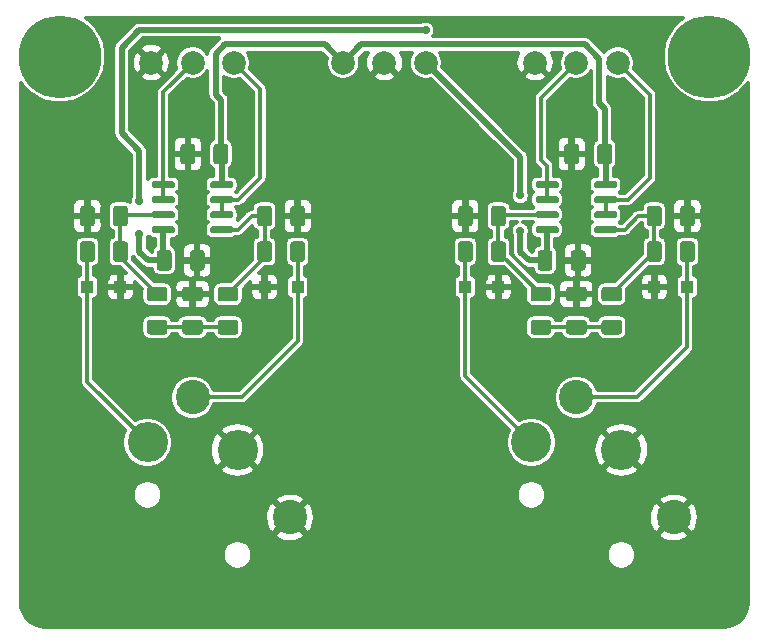
<source format=gbr>
%TF.GenerationSoftware,KiCad,Pcbnew,(5.1.6-0)*%
%TF.CreationDate,2023-04-12T18:51:22-07:00*%
%TF.ProjectId,input_buffer_bal_XLR_SMD_1206,696e7075-745f-4627-9566-6665725f6261,rev?*%
%TF.SameCoordinates,Original*%
%TF.FileFunction,Copper,L1,Top*%
%TF.FilePolarity,Positive*%
%FSLAX46Y46*%
G04 Gerber Fmt 4.6, Leading zero omitted, Abs format (unit mm)*
G04 Created by KiCad (PCBNEW (5.1.6-0)) date 2023-04-12 18:51:22*
%MOMM*%
%LPD*%
G01*
G04 APERTURE LIST*
%TA.AperFunction,SMDPad,CuDef*%
%ADD10R,1.100000X1.100000*%
%TD*%
%TA.AperFunction,ComponentPad*%
%ADD11C,0.800000*%
%TD*%
%TA.AperFunction,ComponentPad*%
%ADD12C,7.000000*%
%TD*%
%TA.AperFunction,ComponentPad*%
%ADD13C,2.900000*%
%TD*%
%TA.AperFunction,ComponentPad*%
%ADD14C,3.400000*%
%TD*%
%TA.AperFunction,ComponentPad*%
%ADD15C,2.000000*%
%TD*%
%TA.AperFunction,ViaPad*%
%ADD16C,0.700000*%
%TD*%
%TA.AperFunction,Conductor*%
%ADD17C,0.500000*%
%TD*%
%TA.AperFunction,Conductor*%
%ADD18C,0.300000*%
%TD*%
G04 APERTURE END LIST*
D10*
%TO.P,D4,2*%
%TO.N,Net-(D4-Pad2)*%
X146900000Y-128250000D03*
%TO.P,D4,1*%
%TO.N,GND*%
X144100000Y-128250000D03*
%TD*%
%TO.P,D3,2*%
%TO.N,GND*%
X130900000Y-128250000D03*
%TO.P,D3,1*%
%TO.N,Net-(D3-Pad1)*%
X128100000Y-128250000D03*
%TD*%
%TO.P,D2,2*%
%TO.N,Net-(D2-Pad2)*%
X113900000Y-128250000D03*
%TO.P,D2,1*%
%TO.N,GND*%
X111100000Y-128250000D03*
%TD*%
%TO.P,D1,2*%
%TO.N,GND*%
X98900000Y-128250000D03*
%TO.P,D1,1*%
%TO.N,Net-(D1-Pad1)*%
X96100000Y-128250000D03*
%TD*%
%TO.P,U2,8*%
%TO.N,+15V*%
%TA.AperFunction,SMDPad,CuDef*%
G36*
G01*
X139000000Y-119745000D02*
X139000000Y-119445000D01*
G75*
G02*
X139150000Y-119295000I150000J0D01*
G01*
X140800000Y-119295000D01*
G75*
G02*
X140950000Y-119445000I0J-150000D01*
G01*
X140950000Y-119745000D01*
G75*
G02*
X140800000Y-119895000I-150000J0D01*
G01*
X139150000Y-119895000D01*
G75*
G02*
X139000000Y-119745000I0J150000D01*
G01*
G37*
%TD.AperFunction*%
%TO.P,U2,7*%
%TO.N,Net-(J5-Pad1)*%
%TA.AperFunction,SMDPad,CuDef*%
G36*
G01*
X139000000Y-121015000D02*
X139000000Y-120715000D01*
G75*
G02*
X139150000Y-120565000I150000J0D01*
G01*
X140800000Y-120565000D01*
G75*
G02*
X140950000Y-120715000I0J-150000D01*
G01*
X140950000Y-121015000D01*
G75*
G02*
X140800000Y-121165000I-150000J0D01*
G01*
X139150000Y-121165000D01*
G75*
G02*
X139000000Y-121015000I0J150000D01*
G01*
G37*
%TD.AperFunction*%
%TO.P,U2,6*%
%TA.AperFunction,SMDPad,CuDef*%
G36*
G01*
X139000000Y-122285000D02*
X139000000Y-121985000D01*
G75*
G02*
X139150000Y-121835000I150000J0D01*
G01*
X140800000Y-121835000D01*
G75*
G02*
X140950000Y-121985000I0J-150000D01*
G01*
X140950000Y-122285000D01*
G75*
G02*
X140800000Y-122435000I-150000J0D01*
G01*
X139150000Y-122435000D01*
G75*
G02*
X139000000Y-122285000I0J150000D01*
G01*
G37*
%TD.AperFunction*%
%TO.P,U2,5*%
%TO.N,Net-(C8-Pad2)*%
%TA.AperFunction,SMDPad,CuDef*%
G36*
G01*
X139000000Y-123555000D02*
X139000000Y-123255000D01*
G75*
G02*
X139150000Y-123105000I150000J0D01*
G01*
X140800000Y-123105000D01*
G75*
G02*
X140950000Y-123255000I0J-150000D01*
G01*
X140950000Y-123555000D01*
G75*
G02*
X140800000Y-123705000I-150000J0D01*
G01*
X139150000Y-123705000D01*
G75*
G02*
X139000000Y-123555000I0J150000D01*
G01*
G37*
%TD.AperFunction*%
%TO.P,U2,4*%
%TO.N,-15V*%
%TA.AperFunction,SMDPad,CuDef*%
G36*
G01*
X134050000Y-123555000D02*
X134050000Y-123255000D01*
G75*
G02*
X134200000Y-123105000I150000J0D01*
G01*
X135850000Y-123105000D01*
G75*
G02*
X136000000Y-123255000I0J-150000D01*
G01*
X136000000Y-123555000D01*
G75*
G02*
X135850000Y-123705000I-150000J0D01*
G01*
X134200000Y-123705000D01*
G75*
G02*
X134050000Y-123555000I0J150000D01*
G01*
G37*
%TD.AperFunction*%
%TO.P,U2,3*%
%TO.N,Net-(C7-Pad1)*%
%TA.AperFunction,SMDPad,CuDef*%
G36*
G01*
X134050000Y-122285000D02*
X134050000Y-121985000D01*
G75*
G02*
X134200000Y-121835000I150000J0D01*
G01*
X135850000Y-121835000D01*
G75*
G02*
X136000000Y-121985000I0J-150000D01*
G01*
X136000000Y-122285000D01*
G75*
G02*
X135850000Y-122435000I-150000J0D01*
G01*
X134200000Y-122435000D01*
G75*
G02*
X134050000Y-122285000I0J150000D01*
G01*
G37*
%TD.AperFunction*%
%TO.P,U2,2*%
%TO.N,Net-(J5-Pad2)*%
%TA.AperFunction,SMDPad,CuDef*%
G36*
G01*
X134050000Y-121015000D02*
X134050000Y-120715000D01*
G75*
G02*
X134200000Y-120565000I150000J0D01*
G01*
X135850000Y-120565000D01*
G75*
G02*
X136000000Y-120715000I0J-150000D01*
G01*
X136000000Y-121015000D01*
G75*
G02*
X135850000Y-121165000I-150000J0D01*
G01*
X134200000Y-121165000D01*
G75*
G02*
X134050000Y-121015000I0J150000D01*
G01*
G37*
%TD.AperFunction*%
%TO.P,U2,1*%
%TA.AperFunction,SMDPad,CuDef*%
G36*
G01*
X134050000Y-119745000D02*
X134050000Y-119445000D01*
G75*
G02*
X134200000Y-119295000I150000J0D01*
G01*
X135850000Y-119295000D01*
G75*
G02*
X136000000Y-119445000I0J-150000D01*
G01*
X136000000Y-119745000D01*
G75*
G02*
X135850000Y-119895000I-150000J0D01*
G01*
X134200000Y-119895000D01*
G75*
G02*
X134050000Y-119745000I0J150000D01*
G01*
G37*
%TD.AperFunction*%
%TD*%
%TO.P,U1,8*%
%TO.N,+15V*%
%TA.AperFunction,SMDPad,CuDef*%
G36*
G01*
X106500000Y-119745000D02*
X106500000Y-119445000D01*
G75*
G02*
X106650000Y-119295000I150000J0D01*
G01*
X108300000Y-119295000D01*
G75*
G02*
X108450000Y-119445000I0J-150000D01*
G01*
X108450000Y-119745000D01*
G75*
G02*
X108300000Y-119895000I-150000J0D01*
G01*
X106650000Y-119895000D01*
G75*
G02*
X106500000Y-119745000I0J150000D01*
G01*
G37*
%TD.AperFunction*%
%TO.P,U1,7*%
%TO.N,Net-(J4-Pad1)*%
%TA.AperFunction,SMDPad,CuDef*%
G36*
G01*
X106500000Y-121015000D02*
X106500000Y-120715000D01*
G75*
G02*
X106650000Y-120565000I150000J0D01*
G01*
X108300000Y-120565000D01*
G75*
G02*
X108450000Y-120715000I0J-150000D01*
G01*
X108450000Y-121015000D01*
G75*
G02*
X108300000Y-121165000I-150000J0D01*
G01*
X106650000Y-121165000D01*
G75*
G02*
X106500000Y-121015000I0J150000D01*
G01*
G37*
%TD.AperFunction*%
%TO.P,U1,6*%
%TA.AperFunction,SMDPad,CuDef*%
G36*
G01*
X106500000Y-122285000D02*
X106500000Y-121985000D01*
G75*
G02*
X106650000Y-121835000I150000J0D01*
G01*
X108300000Y-121835000D01*
G75*
G02*
X108450000Y-121985000I0J-150000D01*
G01*
X108450000Y-122285000D01*
G75*
G02*
X108300000Y-122435000I-150000J0D01*
G01*
X106650000Y-122435000D01*
G75*
G02*
X106500000Y-122285000I0J150000D01*
G01*
G37*
%TD.AperFunction*%
%TO.P,U1,5*%
%TO.N,Net-(C6-Pad2)*%
%TA.AperFunction,SMDPad,CuDef*%
G36*
G01*
X106500000Y-123555000D02*
X106500000Y-123255000D01*
G75*
G02*
X106650000Y-123105000I150000J0D01*
G01*
X108300000Y-123105000D01*
G75*
G02*
X108450000Y-123255000I0J-150000D01*
G01*
X108450000Y-123555000D01*
G75*
G02*
X108300000Y-123705000I-150000J0D01*
G01*
X106650000Y-123705000D01*
G75*
G02*
X106500000Y-123555000I0J150000D01*
G01*
G37*
%TD.AperFunction*%
%TO.P,U1,4*%
%TO.N,-15V*%
%TA.AperFunction,SMDPad,CuDef*%
G36*
G01*
X101550000Y-123555000D02*
X101550000Y-123255000D01*
G75*
G02*
X101700000Y-123105000I150000J0D01*
G01*
X103350000Y-123105000D01*
G75*
G02*
X103500000Y-123255000I0J-150000D01*
G01*
X103500000Y-123555000D01*
G75*
G02*
X103350000Y-123705000I-150000J0D01*
G01*
X101700000Y-123705000D01*
G75*
G02*
X101550000Y-123555000I0J150000D01*
G01*
G37*
%TD.AperFunction*%
%TO.P,U1,3*%
%TO.N,Net-(C5-Pad1)*%
%TA.AperFunction,SMDPad,CuDef*%
G36*
G01*
X101550000Y-122285000D02*
X101550000Y-121985000D01*
G75*
G02*
X101700000Y-121835000I150000J0D01*
G01*
X103350000Y-121835000D01*
G75*
G02*
X103500000Y-121985000I0J-150000D01*
G01*
X103500000Y-122285000D01*
G75*
G02*
X103350000Y-122435000I-150000J0D01*
G01*
X101700000Y-122435000D01*
G75*
G02*
X101550000Y-122285000I0J150000D01*
G01*
G37*
%TD.AperFunction*%
%TO.P,U1,2*%
%TO.N,Net-(J4-Pad2)*%
%TA.AperFunction,SMDPad,CuDef*%
G36*
G01*
X101550000Y-121015000D02*
X101550000Y-120715000D01*
G75*
G02*
X101700000Y-120565000I150000J0D01*
G01*
X103350000Y-120565000D01*
G75*
G02*
X103500000Y-120715000I0J-150000D01*
G01*
X103500000Y-121015000D01*
G75*
G02*
X103350000Y-121165000I-150000J0D01*
G01*
X101700000Y-121165000D01*
G75*
G02*
X101550000Y-121015000I0J150000D01*
G01*
G37*
%TD.AperFunction*%
%TO.P,U1,1*%
%TA.AperFunction,SMDPad,CuDef*%
G36*
G01*
X101550000Y-119745000D02*
X101550000Y-119445000D01*
G75*
G02*
X101700000Y-119295000I150000J0D01*
G01*
X103350000Y-119295000D01*
G75*
G02*
X103500000Y-119445000I0J-150000D01*
G01*
X103500000Y-119745000D01*
G75*
G02*
X103350000Y-119895000I-150000J0D01*
G01*
X101700000Y-119895000D01*
G75*
G02*
X101550000Y-119745000I0J150000D01*
G01*
G37*
%TD.AperFunction*%
%TD*%
%TO.P,R10,2*%
%TO.N,Net-(C8-Pad2)*%
%TA.AperFunction,SMDPad,CuDef*%
G36*
G01*
X141125000Y-129475000D02*
X139875000Y-129475000D01*
G75*
G02*
X139625000Y-129225000I0J250000D01*
G01*
X139625000Y-128475000D01*
G75*
G02*
X139875000Y-128225000I250000J0D01*
G01*
X141125000Y-128225000D01*
G75*
G02*
X141375000Y-128475000I0J-250000D01*
G01*
X141375000Y-129225000D01*
G75*
G02*
X141125000Y-129475000I-250000J0D01*
G01*
G37*
%TD.AperFunction*%
%TO.P,R10,1*%
%TO.N,Net-(R10-Pad1)*%
%TA.AperFunction,SMDPad,CuDef*%
G36*
G01*
X141125000Y-132275000D02*
X139875000Y-132275000D01*
G75*
G02*
X139625000Y-132025000I0J250000D01*
G01*
X139625000Y-131275000D01*
G75*
G02*
X139875000Y-131025000I250000J0D01*
G01*
X141125000Y-131025000D01*
G75*
G02*
X141375000Y-131275000I0J-250000D01*
G01*
X141375000Y-132025000D01*
G75*
G02*
X141125000Y-132275000I-250000J0D01*
G01*
G37*
%TD.AperFunction*%
%TD*%
%TO.P,R9,2*%
%TO.N,Net-(R10-Pad1)*%
%TA.AperFunction,SMDPad,CuDef*%
G36*
G01*
X133875000Y-131025000D02*
X135125000Y-131025000D01*
G75*
G02*
X135375000Y-131275000I0J-250000D01*
G01*
X135375000Y-132025000D01*
G75*
G02*
X135125000Y-132275000I-250000J0D01*
G01*
X133875000Y-132275000D01*
G75*
G02*
X133625000Y-132025000I0J250000D01*
G01*
X133625000Y-131275000D01*
G75*
G02*
X133875000Y-131025000I250000J0D01*
G01*
G37*
%TD.AperFunction*%
%TO.P,R9,1*%
%TO.N,Net-(C7-Pad1)*%
%TA.AperFunction,SMDPad,CuDef*%
G36*
G01*
X133875000Y-128225000D02*
X135125000Y-128225000D01*
G75*
G02*
X135375000Y-128475000I0J-250000D01*
G01*
X135375000Y-129225000D01*
G75*
G02*
X135125000Y-129475000I-250000J0D01*
G01*
X133875000Y-129475000D01*
G75*
G02*
X133625000Y-129225000I0J250000D01*
G01*
X133625000Y-128475000D01*
G75*
G02*
X133875000Y-128225000I250000J0D01*
G01*
G37*
%TD.AperFunction*%
%TD*%
%TO.P,R8,2*%
%TO.N,Net-(C6-Pad2)*%
%TA.AperFunction,SMDPad,CuDef*%
G36*
G01*
X108625000Y-129475000D02*
X107375000Y-129475000D01*
G75*
G02*
X107125000Y-129225000I0J250000D01*
G01*
X107125000Y-128475000D01*
G75*
G02*
X107375000Y-128225000I250000J0D01*
G01*
X108625000Y-128225000D01*
G75*
G02*
X108875000Y-128475000I0J-250000D01*
G01*
X108875000Y-129225000D01*
G75*
G02*
X108625000Y-129475000I-250000J0D01*
G01*
G37*
%TD.AperFunction*%
%TO.P,R8,1*%
%TO.N,Net-(R5-Pad1)*%
%TA.AperFunction,SMDPad,CuDef*%
G36*
G01*
X108625000Y-132275000D02*
X107375000Y-132275000D01*
G75*
G02*
X107125000Y-132025000I0J250000D01*
G01*
X107125000Y-131275000D01*
G75*
G02*
X107375000Y-131025000I250000J0D01*
G01*
X108625000Y-131025000D01*
G75*
G02*
X108875000Y-131275000I0J-250000D01*
G01*
X108875000Y-132025000D01*
G75*
G02*
X108625000Y-132275000I-250000J0D01*
G01*
G37*
%TD.AperFunction*%
%TD*%
%TO.P,R7,2*%
%TO.N,Net-(R5-Pad1)*%
%TA.AperFunction,SMDPad,CuDef*%
G36*
G01*
X101375000Y-131025000D02*
X102625000Y-131025000D01*
G75*
G02*
X102875000Y-131275000I0J-250000D01*
G01*
X102875000Y-132025000D01*
G75*
G02*
X102625000Y-132275000I-250000J0D01*
G01*
X101375000Y-132275000D01*
G75*
G02*
X101125000Y-132025000I0J250000D01*
G01*
X101125000Y-131275000D01*
G75*
G02*
X101375000Y-131025000I250000J0D01*
G01*
G37*
%TD.AperFunction*%
%TO.P,R7,1*%
%TO.N,Net-(C5-Pad1)*%
%TA.AperFunction,SMDPad,CuDef*%
G36*
G01*
X101375000Y-128225000D02*
X102625000Y-128225000D01*
G75*
G02*
X102875000Y-128475000I0J-250000D01*
G01*
X102875000Y-129225000D01*
G75*
G02*
X102625000Y-129475000I-250000J0D01*
G01*
X101375000Y-129475000D01*
G75*
G02*
X101125000Y-129225000I0J250000D01*
G01*
X101125000Y-128475000D01*
G75*
G02*
X101375000Y-128225000I250000J0D01*
G01*
G37*
%TD.AperFunction*%
%TD*%
%TO.P,R6,2*%
%TO.N,GND*%
%TA.AperFunction,SMDPad,CuDef*%
G36*
G01*
X138125000Y-129475000D02*
X136875000Y-129475000D01*
G75*
G02*
X136625000Y-129225000I0J250000D01*
G01*
X136625000Y-128475000D01*
G75*
G02*
X136875000Y-128225000I250000J0D01*
G01*
X138125000Y-128225000D01*
G75*
G02*
X138375000Y-128475000I0J-250000D01*
G01*
X138375000Y-129225000D01*
G75*
G02*
X138125000Y-129475000I-250000J0D01*
G01*
G37*
%TD.AperFunction*%
%TO.P,R6,1*%
%TO.N,Net-(R10-Pad1)*%
%TA.AperFunction,SMDPad,CuDef*%
G36*
G01*
X138125000Y-132275000D02*
X136875000Y-132275000D01*
G75*
G02*
X136625000Y-132025000I0J250000D01*
G01*
X136625000Y-131275000D01*
G75*
G02*
X136875000Y-131025000I250000J0D01*
G01*
X138125000Y-131025000D01*
G75*
G02*
X138375000Y-131275000I0J-250000D01*
G01*
X138375000Y-132025000D01*
G75*
G02*
X138125000Y-132275000I-250000J0D01*
G01*
G37*
%TD.AperFunction*%
%TD*%
%TO.P,R5,2*%
%TO.N,GND*%
%TA.AperFunction,SMDPad,CuDef*%
G36*
G01*
X105625000Y-129475000D02*
X104375000Y-129475000D01*
G75*
G02*
X104125000Y-129225000I0J250000D01*
G01*
X104125000Y-128475000D01*
G75*
G02*
X104375000Y-128225000I250000J0D01*
G01*
X105625000Y-128225000D01*
G75*
G02*
X105875000Y-128475000I0J-250000D01*
G01*
X105875000Y-129225000D01*
G75*
G02*
X105625000Y-129475000I-250000J0D01*
G01*
G37*
%TD.AperFunction*%
%TO.P,R5,1*%
%TO.N,Net-(R5-Pad1)*%
%TA.AperFunction,SMDPad,CuDef*%
G36*
G01*
X105625000Y-132275000D02*
X104375000Y-132275000D01*
G75*
G02*
X104125000Y-132025000I0J250000D01*
G01*
X104125000Y-131275000D01*
G75*
G02*
X104375000Y-131025000I250000J0D01*
G01*
X105625000Y-131025000D01*
G75*
G02*
X105875000Y-131275000I0J-250000D01*
G01*
X105875000Y-132025000D01*
G75*
G02*
X105625000Y-132275000I-250000J0D01*
G01*
G37*
%TD.AperFunction*%
%TD*%
%TO.P,R4,2*%
%TO.N,Net-(D4-Pad2)*%
%TA.AperFunction,SMDPad,CuDef*%
G36*
G01*
X146275000Y-125875000D02*
X146275000Y-124625000D01*
G75*
G02*
X146525000Y-124375000I250000J0D01*
G01*
X147275000Y-124375000D01*
G75*
G02*
X147525000Y-124625000I0J-250000D01*
G01*
X147525000Y-125875000D01*
G75*
G02*
X147275000Y-126125000I-250000J0D01*
G01*
X146525000Y-126125000D01*
G75*
G02*
X146275000Y-125875000I0J250000D01*
G01*
G37*
%TD.AperFunction*%
%TO.P,R4,1*%
%TO.N,Net-(C8-Pad2)*%
%TA.AperFunction,SMDPad,CuDef*%
G36*
G01*
X143475000Y-125875000D02*
X143475000Y-124625000D01*
G75*
G02*
X143725000Y-124375000I250000J0D01*
G01*
X144475000Y-124375000D01*
G75*
G02*
X144725000Y-124625000I0J-250000D01*
G01*
X144725000Y-125875000D01*
G75*
G02*
X144475000Y-126125000I-250000J0D01*
G01*
X143725000Y-126125000D01*
G75*
G02*
X143475000Y-125875000I0J250000D01*
G01*
G37*
%TD.AperFunction*%
%TD*%
%TO.P,R3,2*%
%TO.N,Net-(D3-Pad1)*%
%TA.AperFunction,SMDPad,CuDef*%
G36*
G01*
X128725000Y-124625000D02*
X128725000Y-125875000D01*
G75*
G02*
X128475000Y-126125000I-250000J0D01*
G01*
X127725000Y-126125000D01*
G75*
G02*
X127475000Y-125875000I0J250000D01*
G01*
X127475000Y-124625000D01*
G75*
G02*
X127725000Y-124375000I250000J0D01*
G01*
X128475000Y-124375000D01*
G75*
G02*
X128725000Y-124625000I0J-250000D01*
G01*
G37*
%TD.AperFunction*%
%TO.P,R3,1*%
%TO.N,Net-(C7-Pad1)*%
%TA.AperFunction,SMDPad,CuDef*%
G36*
G01*
X131525000Y-124625000D02*
X131525000Y-125875000D01*
G75*
G02*
X131275000Y-126125000I-250000J0D01*
G01*
X130525000Y-126125000D01*
G75*
G02*
X130275000Y-125875000I0J250000D01*
G01*
X130275000Y-124625000D01*
G75*
G02*
X130525000Y-124375000I250000J0D01*
G01*
X131275000Y-124375000D01*
G75*
G02*
X131525000Y-124625000I0J-250000D01*
G01*
G37*
%TD.AperFunction*%
%TD*%
%TO.P,R2,2*%
%TO.N,Net-(D2-Pad2)*%
%TA.AperFunction,SMDPad,CuDef*%
G36*
G01*
X113275000Y-125875000D02*
X113275000Y-124625000D01*
G75*
G02*
X113525000Y-124375000I250000J0D01*
G01*
X114275000Y-124375000D01*
G75*
G02*
X114525000Y-124625000I0J-250000D01*
G01*
X114525000Y-125875000D01*
G75*
G02*
X114275000Y-126125000I-250000J0D01*
G01*
X113525000Y-126125000D01*
G75*
G02*
X113275000Y-125875000I0J250000D01*
G01*
G37*
%TD.AperFunction*%
%TO.P,R2,1*%
%TO.N,Net-(C6-Pad2)*%
%TA.AperFunction,SMDPad,CuDef*%
G36*
G01*
X110475000Y-125875000D02*
X110475000Y-124625000D01*
G75*
G02*
X110725000Y-124375000I250000J0D01*
G01*
X111475000Y-124375000D01*
G75*
G02*
X111725000Y-124625000I0J-250000D01*
G01*
X111725000Y-125875000D01*
G75*
G02*
X111475000Y-126125000I-250000J0D01*
G01*
X110725000Y-126125000D01*
G75*
G02*
X110475000Y-125875000I0J250000D01*
G01*
G37*
%TD.AperFunction*%
%TD*%
%TO.P,R1,2*%
%TO.N,Net-(D1-Pad1)*%
%TA.AperFunction,SMDPad,CuDef*%
G36*
G01*
X96725000Y-124625000D02*
X96725000Y-125875000D01*
G75*
G02*
X96475000Y-126125000I-250000J0D01*
G01*
X95725000Y-126125000D01*
G75*
G02*
X95475000Y-125875000I0J250000D01*
G01*
X95475000Y-124625000D01*
G75*
G02*
X95725000Y-124375000I250000J0D01*
G01*
X96475000Y-124375000D01*
G75*
G02*
X96725000Y-124625000I0J-250000D01*
G01*
G37*
%TD.AperFunction*%
%TO.P,R1,1*%
%TO.N,Net-(C5-Pad1)*%
%TA.AperFunction,SMDPad,CuDef*%
G36*
G01*
X99525000Y-124625000D02*
X99525000Y-125875000D01*
G75*
G02*
X99275000Y-126125000I-250000J0D01*
G01*
X98525000Y-126125000D01*
G75*
G02*
X98275000Y-125875000I0J250000D01*
G01*
X98275000Y-124625000D01*
G75*
G02*
X98525000Y-124375000I250000J0D01*
G01*
X99275000Y-124375000D01*
G75*
G02*
X99525000Y-124625000I0J-250000D01*
G01*
G37*
%TD.AperFunction*%
%TD*%
%TO.P,C8,2*%
%TO.N,Net-(C8-Pad2)*%
%TA.AperFunction,SMDPad,CuDef*%
G36*
G01*
X144725000Y-121625000D02*
X144725000Y-122875000D01*
G75*
G02*
X144475000Y-123125000I-250000J0D01*
G01*
X143725000Y-123125000D01*
G75*
G02*
X143475000Y-122875000I0J250000D01*
G01*
X143475000Y-121625000D01*
G75*
G02*
X143725000Y-121375000I250000J0D01*
G01*
X144475000Y-121375000D01*
G75*
G02*
X144725000Y-121625000I0J-250000D01*
G01*
G37*
%TD.AperFunction*%
%TO.P,C8,1*%
%TO.N,GND*%
%TA.AperFunction,SMDPad,CuDef*%
G36*
G01*
X147525000Y-121625000D02*
X147525000Y-122875000D01*
G75*
G02*
X147275000Y-123125000I-250000J0D01*
G01*
X146525000Y-123125000D01*
G75*
G02*
X146275000Y-122875000I0J250000D01*
G01*
X146275000Y-121625000D01*
G75*
G02*
X146525000Y-121375000I250000J0D01*
G01*
X147275000Y-121375000D01*
G75*
G02*
X147525000Y-121625000I0J-250000D01*
G01*
G37*
%TD.AperFunction*%
%TD*%
%TO.P,C7,2*%
%TO.N,GND*%
%TA.AperFunction,SMDPad,CuDef*%
G36*
G01*
X128725000Y-121625000D02*
X128725000Y-122875000D01*
G75*
G02*
X128475000Y-123125000I-250000J0D01*
G01*
X127725000Y-123125000D01*
G75*
G02*
X127475000Y-122875000I0J250000D01*
G01*
X127475000Y-121625000D01*
G75*
G02*
X127725000Y-121375000I250000J0D01*
G01*
X128475000Y-121375000D01*
G75*
G02*
X128725000Y-121625000I0J-250000D01*
G01*
G37*
%TD.AperFunction*%
%TO.P,C7,1*%
%TO.N,Net-(C7-Pad1)*%
%TA.AperFunction,SMDPad,CuDef*%
G36*
G01*
X131525000Y-121625000D02*
X131525000Y-122875000D01*
G75*
G02*
X131275000Y-123125000I-250000J0D01*
G01*
X130525000Y-123125000D01*
G75*
G02*
X130275000Y-122875000I0J250000D01*
G01*
X130275000Y-121625000D01*
G75*
G02*
X130525000Y-121375000I250000J0D01*
G01*
X131275000Y-121375000D01*
G75*
G02*
X131525000Y-121625000I0J-250000D01*
G01*
G37*
%TD.AperFunction*%
%TD*%
%TO.P,C6,2*%
%TO.N,Net-(C6-Pad2)*%
%TA.AperFunction,SMDPad,CuDef*%
G36*
G01*
X111725000Y-121625000D02*
X111725000Y-122875000D01*
G75*
G02*
X111475000Y-123125000I-250000J0D01*
G01*
X110725000Y-123125000D01*
G75*
G02*
X110475000Y-122875000I0J250000D01*
G01*
X110475000Y-121625000D01*
G75*
G02*
X110725000Y-121375000I250000J0D01*
G01*
X111475000Y-121375000D01*
G75*
G02*
X111725000Y-121625000I0J-250000D01*
G01*
G37*
%TD.AperFunction*%
%TO.P,C6,1*%
%TO.N,GND*%
%TA.AperFunction,SMDPad,CuDef*%
G36*
G01*
X114525000Y-121625000D02*
X114525000Y-122875000D01*
G75*
G02*
X114275000Y-123125000I-250000J0D01*
G01*
X113525000Y-123125000D01*
G75*
G02*
X113275000Y-122875000I0J250000D01*
G01*
X113275000Y-121625000D01*
G75*
G02*
X113525000Y-121375000I250000J0D01*
G01*
X114275000Y-121375000D01*
G75*
G02*
X114525000Y-121625000I0J-250000D01*
G01*
G37*
%TD.AperFunction*%
%TD*%
%TO.P,C5,2*%
%TO.N,GND*%
%TA.AperFunction,SMDPad,CuDef*%
G36*
G01*
X96725000Y-121625000D02*
X96725000Y-122875000D01*
G75*
G02*
X96475000Y-123125000I-250000J0D01*
G01*
X95725000Y-123125000D01*
G75*
G02*
X95475000Y-122875000I0J250000D01*
G01*
X95475000Y-121625000D01*
G75*
G02*
X95725000Y-121375000I250000J0D01*
G01*
X96475000Y-121375000D01*
G75*
G02*
X96725000Y-121625000I0J-250000D01*
G01*
G37*
%TD.AperFunction*%
%TO.P,C5,1*%
%TO.N,Net-(C5-Pad1)*%
%TA.AperFunction,SMDPad,CuDef*%
G36*
G01*
X99525000Y-121625000D02*
X99525000Y-122875000D01*
G75*
G02*
X99275000Y-123125000I-250000J0D01*
G01*
X98525000Y-123125000D01*
G75*
G02*
X98275000Y-122875000I0J250000D01*
G01*
X98275000Y-121625000D01*
G75*
G02*
X98525000Y-121375000I250000J0D01*
G01*
X99275000Y-121375000D01*
G75*
G02*
X99525000Y-121625000I0J-250000D01*
G01*
G37*
%TD.AperFunction*%
%TD*%
%TO.P,C4,2*%
%TO.N,-15V*%
%TA.AperFunction,SMDPad,CuDef*%
G36*
G01*
X135475000Y-125375000D02*
X135475000Y-126625000D01*
G75*
G02*
X135225000Y-126875000I-250000J0D01*
G01*
X134475000Y-126875000D01*
G75*
G02*
X134225000Y-126625000I0J250000D01*
G01*
X134225000Y-125375000D01*
G75*
G02*
X134475000Y-125125000I250000J0D01*
G01*
X135225000Y-125125000D01*
G75*
G02*
X135475000Y-125375000I0J-250000D01*
G01*
G37*
%TD.AperFunction*%
%TO.P,C4,1*%
%TO.N,GND*%
%TA.AperFunction,SMDPad,CuDef*%
G36*
G01*
X138275000Y-125375000D02*
X138275000Y-126625000D01*
G75*
G02*
X138025000Y-126875000I-250000J0D01*
G01*
X137275000Y-126875000D01*
G75*
G02*
X137025000Y-126625000I0J250000D01*
G01*
X137025000Y-125375000D01*
G75*
G02*
X137275000Y-125125000I250000J0D01*
G01*
X138025000Y-125125000D01*
G75*
G02*
X138275000Y-125375000I0J-250000D01*
G01*
G37*
%TD.AperFunction*%
%TD*%
%TO.P,C3,2*%
%TO.N,-15V*%
%TA.AperFunction,SMDPad,CuDef*%
G36*
G01*
X103225000Y-125375000D02*
X103225000Y-126625000D01*
G75*
G02*
X102975000Y-126875000I-250000J0D01*
G01*
X102225000Y-126875000D01*
G75*
G02*
X101975000Y-126625000I0J250000D01*
G01*
X101975000Y-125375000D01*
G75*
G02*
X102225000Y-125125000I250000J0D01*
G01*
X102975000Y-125125000D01*
G75*
G02*
X103225000Y-125375000I0J-250000D01*
G01*
G37*
%TD.AperFunction*%
%TO.P,C3,1*%
%TO.N,GND*%
%TA.AperFunction,SMDPad,CuDef*%
G36*
G01*
X106025000Y-125375000D02*
X106025000Y-126625000D01*
G75*
G02*
X105775000Y-126875000I-250000J0D01*
G01*
X105025000Y-126875000D01*
G75*
G02*
X104775000Y-126625000I0J250000D01*
G01*
X104775000Y-125375000D01*
G75*
G02*
X105025000Y-125125000I250000J0D01*
G01*
X105775000Y-125125000D01*
G75*
G02*
X106025000Y-125375000I0J-250000D01*
G01*
G37*
%TD.AperFunction*%
%TD*%
%TO.P,C2,2*%
%TO.N,GND*%
%TA.AperFunction,SMDPad,CuDef*%
G36*
G01*
X137725000Y-116375000D02*
X137725000Y-117625000D01*
G75*
G02*
X137475000Y-117875000I-250000J0D01*
G01*
X136725000Y-117875000D01*
G75*
G02*
X136475000Y-117625000I0J250000D01*
G01*
X136475000Y-116375000D01*
G75*
G02*
X136725000Y-116125000I250000J0D01*
G01*
X137475000Y-116125000D01*
G75*
G02*
X137725000Y-116375000I0J-250000D01*
G01*
G37*
%TD.AperFunction*%
%TO.P,C2,1*%
%TO.N,+15V*%
%TA.AperFunction,SMDPad,CuDef*%
G36*
G01*
X140525000Y-116375000D02*
X140525000Y-117625000D01*
G75*
G02*
X140275000Y-117875000I-250000J0D01*
G01*
X139525000Y-117875000D01*
G75*
G02*
X139275000Y-117625000I0J250000D01*
G01*
X139275000Y-116375000D01*
G75*
G02*
X139525000Y-116125000I250000J0D01*
G01*
X140275000Y-116125000D01*
G75*
G02*
X140525000Y-116375000I0J-250000D01*
G01*
G37*
%TD.AperFunction*%
%TD*%
%TO.P,C1,2*%
%TO.N,GND*%
%TA.AperFunction,SMDPad,CuDef*%
G36*
G01*
X105225000Y-116375000D02*
X105225000Y-117625000D01*
G75*
G02*
X104975000Y-117875000I-250000J0D01*
G01*
X104225000Y-117875000D01*
G75*
G02*
X103975000Y-117625000I0J250000D01*
G01*
X103975000Y-116375000D01*
G75*
G02*
X104225000Y-116125000I250000J0D01*
G01*
X104975000Y-116125000D01*
G75*
G02*
X105225000Y-116375000I0J-250000D01*
G01*
G37*
%TD.AperFunction*%
%TO.P,C1,1*%
%TO.N,+15V*%
%TA.AperFunction,SMDPad,CuDef*%
G36*
G01*
X108025000Y-116375000D02*
X108025000Y-117625000D01*
G75*
G02*
X107775000Y-117875000I-250000J0D01*
G01*
X107025000Y-117875000D01*
G75*
G02*
X106775000Y-117625000I0J250000D01*
G01*
X106775000Y-116375000D01*
G75*
G02*
X107025000Y-116125000I250000J0D01*
G01*
X107775000Y-116125000D01*
G75*
G02*
X108025000Y-116375000I0J-250000D01*
G01*
G37*
%TD.AperFunction*%
%TD*%
D11*
%TO.P,H2,1*%
%TO.N,N/C*%
X150606155Y-106893845D03*
X148750000Y-106125000D03*
X146893845Y-106893845D03*
X146125000Y-108750000D03*
X146893845Y-110606155D03*
X148750000Y-111375000D03*
X150606155Y-110606155D03*
X151375000Y-108750000D03*
D12*
X148750000Y-108750000D03*
%TD*%
D11*
%TO.P,H1,1*%
%TO.N,N/C*%
X95606155Y-106893845D03*
X93750000Y-106125000D03*
X91893845Y-106893845D03*
X91125000Y-108750000D03*
X91893845Y-110606155D03*
X93750000Y-111375000D03*
X95606155Y-110606155D03*
X96375000Y-108750000D03*
D12*
X93750000Y-108750000D03*
%TD*%
D13*
%TO.P,J2,G*%
%TO.N,GND*%
X145750000Y-147760000D03*
%TO.P,J2,3*%
%TO.N,Net-(D4-Pad2)*%
X137500000Y-137590000D03*
D14*
%TO.P,J2,2*%
%TO.N,Net-(D3-Pad1)*%
X133690000Y-141405000D03*
%TO.P,J2,1*%
%TO.N,GND*%
X141310000Y-142040000D03*
%TD*%
D13*
%TO.P,J1,G*%
%TO.N,GND*%
X113250000Y-147760000D03*
%TO.P,J1,3*%
%TO.N,Net-(D2-Pad2)*%
X105000000Y-137590000D03*
D14*
%TO.P,J1,2*%
%TO.N,Net-(D1-Pad1)*%
X101190000Y-141405000D03*
%TO.P,J1,1*%
%TO.N,GND*%
X108810000Y-142040000D03*
%TD*%
D15*
%TO.P,J5,3*%
%TO.N,GND*%
X134000000Y-109250000D03*
%TO.P,J5,2*%
%TO.N,Net-(J5-Pad2)*%
X137500000Y-109250000D03*
%TO.P,J5,1*%
%TO.N,Net-(J5-Pad1)*%
X141000000Y-109250000D03*
%TD*%
%TO.P,J4,3*%
%TO.N,GND*%
X101500000Y-109250000D03*
%TO.P,J4,2*%
%TO.N,Net-(J4-Pad2)*%
X105000000Y-109250000D03*
%TO.P,J4,1*%
%TO.N,Net-(J4-Pad1)*%
X108500000Y-109250000D03*
%TD*%
%TO.P,J3,3*%
%TO.N,+15V*%
X117750000Y-109250000D03*
%TO.P,J3,2*%
%TO.N,GND*%
X121250000Y-109250000D03*
%TO.P,J3,1*%
%TO.N,-15V*%
X124750000Y-109250000D03*
%TD*%
D16*
%TO.N,GND*%
X103325000Y-117000000D03*
X106750000Y-126000000D03*
X109750000Y-128250000D03*
X100250000Y-128250000D03*
X94750000Y-122250000D03*
X105000000Y-130250000D03*
X115250000Y-122250000D03*
X137500000Y-130250000D03*
X142750000Y-128250000D03*
X132250000Y-128250000D03*
X139000000Y-126000000D03*
X135750000Y-117000000D03*
X148250000Y-122250000D03*
X126750000Y-122250000D03*
X91651191Y-113492500D03*
X91651191Y-117492500D03*
X91651191Y-121492500D03*
X91651191Y-125492500D03*
X91651191Y-129492500D03*
X91651191Y-133492500D03*
X91651191Y-137492500D03*
X91651191Y-141492500D03*
X91651191Y-145492500D03*
X91651191Y-149492500D03*
X91651191Y-153492500D03*
X93651191Y-115492500D03*
X93651191Y-119492500D03*
X93651191Y-127492500D03*
X93651191Y-131492500D03*
X93651191Y-135492500D03*
X93651191Y-139492500D03*
X93651191Y-143492500D03*
X93651191Y-147492500D03*
X93651191Y-151492500D03*
X93651191Y-155492500D03*
X94651191Y-124492500D03*
X95651191Y-113492500D03*
X95651191Y-117492500D03*
X95651191Y-137492500D03*
X95651191Y-141492500D03*
X95651191Y-145492500D03*
X95651191Y-149492500D03*
X95651191Y-153492500D03*
X96651191Y-120492500D03*
X97651191Y-115492500D03*
X97651191Y-127492500D03*
X97651191Y-131492500D03*
X97651191Y-135492500D03*
X97651191Y-139492500D03*
X97651191Y-143492500D03*
X97651191Y-147492500D03*
X97651191Y-151492500D03*
X97651191Y-155492500D03*
X98651191Y-106492500D03*
X98651191Y-118492500D03*
X99651191Y-133492500D03*
X99651191Y-137492500D03*
X99651191Y-149492500D03*
X99651191Y-153492500D03*
X100651191Y-112492500D03*
X101651191Y-115492500D03*
X101651191Y-135492500D03*
X101651191Y-151492500D03*
X101651191Y-155492500D03*
X102651191Y-147492500D03*
X103651191Y-113492500D03*
X103651191Y-133492500D03*
X103651191Y-143492500D03*
X103651191Y-153492500D03*
X104651191Y-119492500D03*
X104651191Y-123492500D03*
X104651191Y-140492500D03*
X104651191Y-149492500D03*
X105651191Y-111492500D03*
X105651191Y-145492500D03*
X105651191Y-155492500D03*
X106651191Y-127492500D03*
X106651191Y-134492500D03*
X106651191Y-151492500D03*
X107651191Y-124492500D03*
X107651191Y-138492500D03*
X107651191Y-147492500D03*
X108651191Y-112492500D03*
X108651191Y-118492500D03*
X108651191Y-153492500D03*
X109651191Y-115492500D03*
X109651191Y-130492500D03*
X109651191Y-135492500D03*
X109651191Y-145492500D03*
X110651191Y-109492500D03*
X110651191Y-149492500D03*
X110651191Y-155492500D03*
X111651191Y-113492500D03*
X111651191Y-117492500D03*
X111651191Y-132492500D03*
X111651191Y-137492500D03*
X111651191Y-152492500D03*
X112651191Y-120492500D03*
X112651191Y-127492500D03*
X112651191Y-140492500D03*
X112651191Y-144492500D03*
X113651191Y-110492500D03*
X113651191Y-115492500D03*
X113651191Y-135492500D03*
X113651191Y-154492500D03*
X114651191Y-118492500D03*
X114651191Y-138492500D03*
X114651191Y-142492500D03*
X114651191Y-150492500D03*
X115651191Y-112492500D03*
X115651191Y-124492500D03*
X115651191Y-128492500D03*
X115651191Y-132492500D03*
X115651191Y-145492500D03*
X116651191Y-116492500D03*
X116651191Y-120492500D03*
X116651191Y-136492500D03*
X116651191Y-140492500D03*
X116651191Y-148492500D03*
X116651191Y-152492500D03*
X117651191Y-126492500D03*
X117651191Y-130492500D03*
X117651191Y-143492500D03*
X117651191Y-155492500D03*
X118651191Y-111492500D03*
X118651191Y-118492500D03*
X118651191Y-122492500D03*
X118651191Y-133492500D03*
X118651191Y-138492500D03*
X118651191Y-146492500D03*
X118651191Y-150492500D03*
X119651191Y-114492500D03*
X119651191Y-128492500D03*
X119651191Y-141492500D03*
X119651191Y-153492500D03*
X120651191Y-120492500D03*
X120651191Y-124492500D03*
X120651191Y-131492500D03*
X120651191Y-135492500D03*
X120651191Y-144492500D03*
X120651191Y-148492500D03*
X121651191Y-112492500D03*
X121651191Y-116492500D03*
X121651191Y-139492500D03*
X121651191Y-151492500D03*
X121651191Y-155492500D03*
X122651191Y-122492500D03*
X122651191Y-126492500D03*
X122651191Y-133492500D03*
X122651191Y-142492500D03*
X122651191Y-146492500D03*
X123651191Y-114492500D03*
X123651191Y-118492500D03*
X123651191Y-129492500D03*
X123651191Y-136492500D03*
X123651191Y-149492500D03*
X123651191Y-153492500D03*
X124651191Y-111492500D03*
X124651191Y-124492500D03*
X124651191Y-140492500D03*
X124651191Y-144492500D03*
X125651191Y-116492500D03*
X125651191Y-120492500D03*
X125651191Y-127492500D03*
X125651191Y-131492500D03*
X125651191Y-147492500D03*
X125651191Y-151492500D03*
X125651191Y-155492500D03*
X126651191Y-106492500D03*
X126651191Y-113492500D03*
X126651191Y-134492500D03*
X126651191Y-138492500D03*
X126651191Y-142492500D03*
X127651191Y-109492500D03*
X127651191Y-118492500D03*
X127651191Y-145492500D03*
X127651191Y-149492500D03*
X127651191Y-153492500D03*
X128651191Y-115492500D03*
X128651191Y-140492500D03*
X129651191Y-111492500D03*
X129651191Y-120492500D03*
X129651191Y-127492500D03*
X129651191Y-131492500D03*
X129651191Y-135492500D03*
X129651191Y-143492500D03*
X129651191Y-147492500D03*
X129651191Y-151492500D03*
X129651191Y-155492500D03*
X130651191Y-106492500D03*
X130651191Y-117492500D03*
X131651191Y-109492500D03*
X131651191Y-113492500D03*
X131651191Y-133492500D03*
X131651191Y-137492500D03*
X131651191Y-145492500D03*
X131651191Y-149492500D03*
X131651191Y-153492500D03*
X132651191Y-130492500D03*
X133651191Y-115492500D03*
X133651191Y-135492500D03*
X133651191Y-151492500D03*
X133651191Y-155492500D03*
X134651191Y-106492500D03*
X134651191Y-138492500D03*
X134651191Y-148492500D03*
X135651191Y-113492500D03*
X135651191Y-133492500D03*
X135651191Y-144492500D03*
X135651191Y-153492500D03*
X136651191Y-119492500D03*
X136651191Y-123492500D03*
X136651191Y-140492500D03*
X136651191Y-150492500D03*
X137651191Y-111492500D03*
X137651191Y-146492500D03*
X137651191Y-155492500D03*
X138651191Y-106492500D03*
X138651191Y-114492500D03*
X138651191Y-134492500D03*
X138651191Y-152492500D03*
X139651191Y-124492500D03*
X139651191Y-148492500D03*
X140651191Y-136492500D03*
X140651191Y-145492500D03*
X140651191Y-154492500D03*
X141651191Y-112492500D03*
X141651191Y-116492500D03*
X141651191Y-133492500D03*
X142651191Y-106492500D03*
X142651191Y-130492500D03*
X142651191Y-138492500D03*
X142651191Y-147492500D03*
X143651191Y-109492500D03*
X143651191Y-144492500D03*
X143651191Y-150492500D03*
X143651191Y-155492500D03*
X144651191Y-113492500D03*
X144651191Y-117492500D03*
X144651191Y-132492500D03*
X144651191Y-140492500D03*
X145651191Y-120492500D03*
X145651191Y-127492500D03*
X145651191Y-136492500D03*
X145651191Y-152492500D03*
X146651191Y-115492500D03*
X146651191Y-142492500D03*
X147651191Y-118492500D03*
X147651191Y-134492500D03*
X147651191Y-138492500D03*
X147651191Y-145492500D03*
X147651191Y-150492500D03*
X147651191Y-154492500D03*
X148651191Y-113492500D03*
X148651191Y-124492500D03*
X148651191Y-128492500D03*
X149651191Y-116492500D03*
X149651191Y-120492500D03*
X149651191Y-131492500D03*
X149651191Y-136492500D03*
X149651191Y-140492500D03*
X149651191Y-147492500D03*
X149651191Y-152492500D03*
X150651191Y-126492500D03*
X150651191Y-143492500D03*
X150651191Y-155492500D03*
X101400000Y-124300000D03*
X99525000Y-120725000D03*
X131750000Y-120500000D03*
X133650000Y-124175000D03*
%TO.N,-15V*%
X132750000Y-120500000D03*
X132750000Y-123500000D03*
X124750000Y-106500000D03*
X100500000Y-121000000D03*
X100500000Y-123750000D03*
%TD*%
D17*
%TO.N,GND*%
X104600000Y-117000000D02*
X103325000Y-117000000D01*
X105400000Y-126000000D02*
X106750000Y-126000000D01*
X111100000Y-128250000D02*
X109750000Y-128250000D01*
X98900000Y-128250000D02*
X100250000Y-128250000D01*
X96100000Y-122250000D02*
X94750000Y-122250000D01*
X105000000Y-128850000D02*
X105000000Y-130250000D01*
X113900000Y-122250000D02*
X115250000Y-122250000D01*
X137500000Y-128850000D02*
X137500000Y-130250000D01*
X144100000Y-128250000D02*
X142750000Y-128250000D01*
X130900000Y-128250000D02*
X132250000Y-128250000D01*
X137650000Y-126000000D02*
X139000000Y-126000000D01*
X137100000Y-117000000D02*
X135750000Y-117000000D01*
X146900000Y-122250000D02*
X148250000Y-122250000D01*
X128100000Y-122250000D02*
X126750000Y-122250000D01*
%TO.N,+15V*%
X107475000Y-117075000D02*
X107400000Y-117000000D01*
X107475000Y-119595000D02*
X107475000Y-117075000D01*
X139975000Y-117075000D02*
X139900000Y-117000000D01*
X139975000Y-119595000D02*
X139975000Y-117075000D01*
X106949999Y-108505999D02*
X106949999Y-111949999D01*
X107755999Y-107699999D02*
X106949999Y-108505999D01*
X116199999Y-107699999D02*
X107755999Y-107699999D01*
X117750000Y-109250000D02*
X116199999Y-107699999D01*
X107400000Y-112400000D02*
X107400000Y-117000000D01*
X106949999Y-111949999D02*
X107400000Y-112400000D01*
X139449999Y-108905997D02*
X139449999Y-112699999D01*
X138244001Y-107699999D02*
X139449999Y-108905997D01*
X119300001Y-107699999D02*
X138244001Y-107699999D01*
X117750000Y-109250000D02*
X119300001Y-107699999D01*
X139900000Y-113150000D02*
X139900000Y-117000000D01*
X139449999Y-112699999D02*
X139900000Y-113150000D01*
%TO.N,-15V*%
X102525000Y-125925000D02*
X102600000Y-126000000D01*
X102525000Y-123405000D02*
X102525000Y-125925000D01*
X135025000Y-125825000D02*
X134850000Y-126000000D01*
X135025000Y-123405000D02*
X135025000Y-125825000D01*
X124750000Y-109250000D02*
X130500000Y-115000000D01*
X130500000Y-115000000D02*
X132500000Y-117000000D01*
X132750000Y-117250000D02*
X132750000Y-120500000D01*
X132500000Y-117000000D02*
X132750000Y-117250000D01*
X132750000Y-123500000D02*
X132750000Y-125250000D01*
X133500000Y-126000000D02*
X134850000Y-126000000D01*
X132750000Y-125250000D02*
X133500000Y-126000000D01*
X124750000Y-106500000D02*
X100500000Y-106500000D01*
X100500000Y-106500000D02*
X99000000Y-108000000D01*
X99000000Y-108000000D02*
X99000000Y-115250000D01*
X100500000Y-116750000D02*
X100500000Y-121000000D01*
X99000000Y-115250000D02*
X100500000Y-116750000D01*
X100500000Y-123750000D02*
X100500000Y-125250000D01*
X101250000Y-126000000D02*
X102600000Y-126000000D01*
X100500000Y-125250000D02*
X101250000Y-126000000D01*
D18*
%TO.N,Net-(C5-Pad1)*%
X98900000Y-125750000D02*
X102000000Y-128850000D01*
X98900000Y-125250000D02*
X98900000Y-125750000D01*
X98900000Y-122250000D02*
X98900000Y-125250000D01*
X99015000Y-122135000D02*
X98900000Y-122250000D01*
X102525000Y-122135000D02*
X99015000Y-122135000D01*
%TO.N,Net-(C6-Pad2)*%
X111100000Y-125750000D02*
X108000000Y-128850000D01*
X111100000Y-125250000D02*
X111100000Y-125750000D01*
X107475000Y-123405000D02*
X108845000Y-123405000D01*
X110000000Y-122250000D02*
X111100000Y-122250000D01*
X108845000Y-123405000D02*
X110000000Y-122250000D01*
X111100000Y-125250000D02*
X111100000Y-122250000D01*
%TO.N,Net-(C7-Pad1)*%
X130900000Y-122250000D02*
X130900000Y-125250000D01*
X131015000Y-122135000D02*
X130900000Y-122250000D01*
X135025000Y-122135000D02*
X131015000Y-122135000D01*
X130900000Y-125250000D02*
X134500000Y-128850000D01*
%TO.N,Net-(C8-Pad2)*%
X139975000Y-123405000D02*
X141595000Y-123405000D01*
X142750000Y-122250000D02*
X144100000Y-122250000D01*
X141595000Y-123405000D02*
X142750000Y-122250000D01*
X144100000Y-125250000D02*
X144100000Y-122250000D01*
X144100000Y-125250000D02*
X140500000Y-128850000D01*
%TO.N,Net-(D1-Pad1)*%
X96100000Y-136315000D02*
X101190000Y-141405000D01*
X96100000Y-128250000D02*
X96100000Y-136315000D01*
X96100000Y-128250000D02*
X96100000Y-125250000D01*
%TO.N,Net-(D2-Pad2)*%
X105000000Y-137590000D02*
X109160000Y-137590000D01*
X113900000Y-132850000D02*
X113900000Y-128250000D01*
X109160000Y-137590000D02*
X113900000Y-132850000D01*
X113900000Y-128250000D02*
X113900000Y-125250000D01*
%TO.N,Net-(D3-Pad1)*%
X128100000Y-135815000D02*
X133690000Y-141405000D01*
X128100000Y-128250000D02*
X128100000Y-135815000D01*
X128100000Y-128250000D02*
X128100000Y-125250000D01*
%TO.N,Net-(D4-Pad2)*%
X146900000Y-128250000D02*
X146900000Y-133350000D01*
X142660000Y-137590000D02*
X137500000Y-137590000D01*
X146900000Y-133350000D02*
X142660000Y-137590000D01*
X146900000Y-128250000D02*
X146900000Y-125250000D01*
%TO.N,Net-(J4-Pad2)*%
X102525000Y-120865000D02*
X102525000Y-119595000D01*
X102525000Y-111725000D02*
X105000000Y-109250000D01*
X102525000Y-119595000D02*
X102525000Y-111725000D01*
%TO.N,Net-(J5-Pad2)*%
X135025000Y-120865000D02*
X135025000Y-119595000D01*
X134500000Y-117500000D02*
X135025000Y-118025000D01*
X135025000Y-118025000D02*
X135025000Y-119595000D01*
X134500000Y-112250000D02*
X134500000Y-117500000D01*
X137500000Y-109250000D02*
X134500000Y-112250000D01*
%TO.N,Net-(R5-Pad1)*%
X102000000Y-131650000D02*
X105000000Y-131650000D01*
X108000000Y-131650000D02*
X105000000Y-131650000D01*
%TO.N,Net-(R10-Pad1)*%
X134500000Y-131650000D02*
X137500000Y-131650000D01*
X137500000Y-131650000D02*
X140500000Y-131650000D01*
%TO.N,Net-(J4-Pad1)*%
X107475000Y-122135000D02*
X107475000Y-120865000D01*
X107475000Y-120865000D02*
X108885000Y-120865000D01*
X108885000Y-120865000D02*
X110750000Y-119000000D01*
X110750000Y-111500000D02*
X108500000Y-109250000D01*
X110750000Y-119000000D02*
X110750000Y-111500000D01*
%TO.N,Net-(J5-Pad1)*%
X139975000Y-122135000D02*
X139975000Y-120865000D01*
X139975000Y-120865000D02*
X141885000Y-120865000D01*
X141885000Y-120865000D02*
X143750000Y-119000000D01*
X143750000Y-112000000D02*
X141000000Y-109250000D01*
X143750000Y-119000000D02*
X143750000Y-112000000D01*
%TD*%
%TO.N,GND*%
G36*
X146232022Y-105681835D02*
G01*
X145681835Y-106232022D01*
X145249556Y-106878974D01*
X144951797Y-107597828D01*
X144800000Y-108360959D01*
X144800000Y-109139041D01*
X144951797Y-109902172D01*
X145249556Y-110621026D01*
X145681835Y-111267978D01*
X146232022Y-111818165D01*
X146878974Y-112250444D01*
X147597828Y-112548203D01*
X148360959Y-112700000D01*
X149139041Y-112700000D01*
X149902172Y-112548203D01*
X150621026Y-112250444D01*
X151267978Y-111818165D01*
X151818165Y-111267978D01*
X152025001Y-110958426D01*
X152025000Y-154976769D01*
X151984200Y-155392881D01*
X151870099Y-155770801D01*
X151684769Y-156119356D01*
X151435263Y-156425281D01*
X151131093Y-156676912D01*
X150783834Y-156864674D01*
X150406727Y-156981408D01*
X149991978Y-157025000D01*
X92523231Y-157025000D01*
X92107119Y-156984200D01*
X91729199Y-156870099D01*
X91380644Y-156684769D01*
X91074719Y-156435263D01*
X90823088Y-156131093D01*
X90635326Y-155783834D01*
X90518592Y-155406727D01*
X90475000Y-154991978D01*
X90475000Y-150806886D01*
X107560000Y-150806886D01*
X107560000Y-151053114D01*
X107608037Y-151294611D01*
X107702265Y-151522097D01*
X107839062Y-151726828D01*
X108013172Y-151900938D01*
X108217903Y-152037735D01*
X108445389Y-152131963D01*
X108686886Y-152180000D01*
X108933114Y-152180000D01*
X109174611Y-152131963D01*
X109402097Y-152037735D01*
X109606828Y-151900938D01*
X109780938Y-151726828D01*
X109917735Y-151522097D01*
X110011963Y-151294611D01*
X110060000Y-151053114D01*
X110060000Y-150806886D01*
X140060000Y-150806886D01*
X140060000Y-151053114D01*
X140108037Y-151294611D01*
X140202265Y-151522097D01*
X140339062Y-151726828D01*
X140513172Y-151900938D01*
X140717903Y-152037735D01*
X140945389Y-152131963D01*
X141186886Y-152180000D01*
X141433114Y-152180000D01*
X141674611Y-152131963D01*
X141902097Y-152037735D01*
X142106828Y-151900938D01*
X142280938Y-151726828D01*
X142417735Y-151522097D01*
X142511963Y-151294611D01*
X142560000Y-151053114D01*
X142560000Y-150806886D01*
X142511963Y-150565389D01*
X142417735Y-150337903D01*
X142280938Y-150133172D01*
X142106828Y-149959062D01*
X141902097Y-149822265D01*
X141674611Y-149728037D01*
X141433114Y-149680000D01*
X141186886Y-149680000D01*
X140945389Y-149728037D01*
X140717903Y-149822265D01*
X140513172Y-149959062D01*
X140339062Y-150133172D01*
X140202265Y-150337903D01*
X140108037Y-150565389D01*
X140060000Y-150806886D01*
X110060000Y-150806886D01*
X110011963Y-150565389D01*
X109917735Y-150337903D01*
X109780938Y-150133172D01*
X109606828Y-149959062D01*
X109402097Y-149822265D01*
X109174611Y-149728037D01*
X108933114Y-149680000D01*
X108686886Y-149680000D01*
X108445389Y-149728037D01*
X108217903Y-149822265D01*
X108013172Y-149959062D01*
X107839062Y-150133172D01*
X107702265Y-150337903D01*
X107608037Y-150565389D01*
X107560000Y-150806886D01*
X90475000Y-150806886D01*
X90475000Y-149206098D01*
X111945323Y-149206098D01*
X112091974Y-149524016D01*
X112458368Y-149716040D01*
X112855183Y-149832896D01*
X113267171Y-149870090D01*
X113678500Y-149826196D01*
X114073361Y-149702898D01*
X114408026Y-149524016D01*
X114554677Y-149206098D01*
X144445323Y-149206098D01*
X144591974Y-149524016D01*
X144958368Y-149716040D01*
X145355183Y-149832896D01*
X145767171Y-149870090D01*
X146178500Y-149826196D01*
X146573361Y-149702898D01*
X146908026Y-149524016D01*
X147054677Y-149206098D01*
X145750000Y-147901421D01*
X144445323Y-149206098D01*
X114554677Y-149206098D01*
X113250000Y-147901421D01*
X111945323Y-149206098D01*
X90475000Y-149206098D01*
X90475000Y-147777171D01*
X111139910Y-147777171D01*
X111183804Y-148188500D01*
X111307102Y-148583361D01*
X111485984Y-148918026D01*
X111803902Y-149064677D01*
X113108579Y-147760000D01*
X113391421Y-147760000D01*
X114696098Y-149064677D01*
X115014016Y-148918026D01*
X115206040Y-148551632D01*
X115322896Y-148154817D01*
X115356989Y-147777171D01*
X143639910Y-147777171D01*
X143683804Y-148188500D01*
X143807102Y-148583361D01*
X143985984Y-148918026D01*
X144303902Y-149064677D01*
X145608579Y-147760000D01*
X145891421Y-147760000D01*
X147196098Y-149064677D01*
X147514016Y-148918026D01*
X147706040Y-148551632D01*
X147822896Y-148154817D01*
X147860090Y-147742829D01*
X147816196Y-147331500D01*
X147692898Y-146936639D01*
X147514016Y-146601974D01*
X147196098Y-146455323D01*
X145891421Y-147760000D01*
X145608579Y-147760000D01*
X144303902Y-146455323D01*
X143985984Y-146601974D01*
X143793960Y-146968368D01*
X143677104Y-147365183D01*
X143639910Y-147777171D01*
X115356989Y-147777171D01*
X115360090Y-147742829D01*
X115316196Y-147331500D01*
X115192898Y-146936639D01*
X115014016Y-146601974D01*
X114696098Y-146455323D01*
X113391421Y-147760000D01*
X113108579Y-147760000D01*
X111803902Y-146455323D01*
X111485984Y-146601974D01*
X111293960Y-146968368D01*
X111177104Y-147365183D01*
X111139910Y-147777171D01*
X90475000Y-147777171D01*
X90475000Y-145726886D01*
X99940000Y-145726886D01*
X99940000Y-145973114D01*
X99988037Y-146214611D01*
X100082265Y-146442097D01*
X100219062Y-146646828D01*
X100393172Y-146820938D01*
X100597903Y-146957735D01*
X100825389Y-147051963D01*
X101066886Y-147100000D01*
X101313114Y-147100000D01*
X101554611Y-147051963D01*
X101782097Y-146957735D01*
X101986828Y-146820938D01*
X102160938Y-146646828D01*
X102297735Y-146442097D01*
X102350835Y-146313902D01*
X111945323Y-146313902D01*
X113250000Y-147618579D01*
X114554677Y-146313902D01*
X114408026Y-145995984D01*
X114041632Y-145803960D01*
X113779908Y-145726886D01*
X132440000Y-145726886D01*
X132440000Y-145973114D01*
X132488037Y-146214611D01*
X132582265Y-146442097D01*
X132719062Y-146646828D01*
X132893172Y-146820938D01*
X133097903Y-146957735D01*
X133325389Y-147051963D01*
X133566886Y-147100000D01*
X133813114Y-147100000D01*
X134054611Y-147051963D01*
X134282097Y-146957735D01*
X134486828Y-146820938D01*
X134660938Y-146646828D01*
X134797735Y-146442097D01*
X134850835Y-146313902D01*
X144445323Y-146313902D01*
X145750000Y-147618579D01*
X147054677Y-146313902D01*
X146908026Y-145995984D01*
X146541632Y-145803960D01*
X146144817Y-145687104D01*
X145732829Y-145649910D01*
X145321500Y-145693804D01*
X144926639Y-145817102D01*
X144591974Y-145995984D01*
X144445323Y-146313902D01*
X134850835Y-146313902D01*
X134891963Y-146214611D01*
X134940000Y-145973114D01*
X134940000Y-145726886D01*
X134891963Y-145485389D01*
X134797735Y-145257903D01*
X134660938Y-145053172D01*
X134486828Y-144879062D01*
X134282097Y-144742265D01*
X134054611Y-144648037D01*
X133813114Y-144600000D01*
X133566886Y-144600000D01*
X133325389Y-144648037D01*
X133097903Y-144742265D01*
X132893172Y-144879062D01*
X132719062Y-145053172D01*
X132582265Y-145257903D01*
X132488037Y-145485389D01*
X132440000Y-145726886D01*
X113779908Y-145726886D01*
X113644817Y-145687104D01*
X113232829Y-145649910D01*
X112821500Y-145693804D01*
X112426639Y-145817102D01*
X112091974Y-145995984D01*
X111945323Y-146313902D01*
X102350835Y-146313902D01*
X102391963Y-146214611D01*
X102440000Y-145973114D01*
X102440000Y-145726886D01*
X102391963Y-145485389D01*
X102297735Y-145257903D01*
X102160938Y-145053172D01*
X101986828Y-144879062D01*
X101782097Y-144742265D01*
X101554611Y-144648037D01*
X101313114Y-144600000D01*
X101066886Y-144600000D01*
X100825389Y-144648037D01*
X100597903Y-144742265D01*
X100393172Y-144879062D01*
X100219062Y-145053172D01*
X100082265Y-145257903D01*
X99988037Y-145485389D01*
X99940000Y-145726886D01*
X90475000Y-145726886D01*
X90475000Y-143663939D01*
X107327483Y-143663939D01*
X107504168Y-144007454D01*
X107913089Y-144224405D01*
X108356479Y-144357410D01*
X108817298Y-144401360D01*
X109277836Y-144354563D01*
X109720395Y-144218819D01*
X110115832Y-144007454D01*
X110292517Y-143663939D01*
X139827483Y-143663939D01*
X140004168Y-144007454D01*
X140413089Y-144224405D01*
X140856479Y-144357410D01*
X141317298Y-144401360D01*
X141777836Y-144354563D01*
X142220395Y-144218819D01*
X142615832Y-144007454D01*
X142792517Y-143663939D01*
X141310000Y-142181421D01*
X139827483Y-143663939D01*
X110292517Y-143663939D01*
X108810000Y-142181421D01*
X107327483Y-143663939D01*
X90475000Y-143663939D01*
X90475000Y-124625000D01*
X95022823Y-124625000D01*
X95022823Y-125875000D01*
X95036315Y-126011988D01*
X95076273Y-126143712D01*
X95141161Y-126265109D01*
X95228486Y-126371514D01*
X95334891Y-126458839D01*
X95456288Y-126523727D01*
X95500001Y-126536987D01*
X95500000Y-127252747D01*
X95461785Y-127256511D01*
X95376959Y-127282243D01*
X95298784Y-127324029D01*
X95230263Y-127380263D01*
X95174029Y-127448784D01*
X95132243Y-127526959D01*
X95106511Y-127611785D01*
X95097823Y-127700000D01*
X95097823Y-128800000D01*
X95106511Y-128888215D01*
X95132243Y-128973041D01*
X95174029Y-129051216D01*
X95230263Y-129119737D01*
X95298784Y-129175971D01*
X95376959Y-129217757D01*
X95461785Y-129243489D01*
X95500000Y-129247253D01*
X95500001Y-136285516D01*
X95497097Y-136315000D01*
X95508682Y-136432620D01*
X95542991Y-136545721D01*
X95598705Y-136649955D01*
X95673684Y-136741317D01*
X95696582Y-136760109D01*
X99300064Y-140363592D01*
X99284695Y-140386593D01*
X99122623Y-140777868D01*
X99040000Y-141193243D01*
X99040000Y-141616757D01*
X99122623Y-142032132D01*
X99284695Y-142423407D01*
X99519986Y-142775545D01*
X99819455Y-143075014D01*
X100171593Y-143310305D01*
X100562868Y-143472377D01*
X100978243Y-143555000D01*
X101401757Y-143555000D01*
X101817132Y-143472377D01*
X102208407Y-143310305D01*
X102560545Y-143075014D01*
X102860014Y-142775545D01*
X103095305Y-142423407D01*
X103251095Y-142047298D01*
X106448640Y-142047298D01*
X106495437Y-142507836D01*
X106631181Y-142950395D01*
X106842546Y-143345832D01*
X107186061Y-143522517D01*
X108668579Y-142040000D01*
X108951421Y-142040000D01*
X110433939Y-143522517D01*
X110777454Y-143345832D01*
X110994405Y-142936911D01*
X111127410Y-142493521D01*
X111171360Y-142032702D01*
X111124563Y-141572164D01*
X110988819Y-141129605D01*
X110777454Y-140734168D01*
X110433939Y-140557483D01*
X108951421Y-142040000D01*
X108668579Y-142040000D01*
X107186061Y-140557483D01*
X106842546Y-140734168D01*
X106625595Y-141143089D01*
X106492590Y-141586479D01*
X106448640Y-142047298D01*
X103251095Y-142047298D01*
X103257377Y-142032132D01*
X103340000Y-141616757D01*
X103340000Y-141193243D01*
X103257377Y-140777868D01*
X103107512Y-140416061D01*
X107327483Y-140416061D01*
X108810000Y-141898579D01*
X110292517Y-140416061D01*
X110115832Y-140072546D01*
X109706911Y-139855595D01*
X109263521Y-139722590D01*
X108802702Y-139678640D01*
X108342164Y-139725437D01*
X107899605Y-139861181D01*
X107504168Y-140072546D01*
X107327483Y-140416061D01*
X103107512Y-140416061D01*
X103095305Y-140386593D01*
X102860014Y-140034455D01*
X102560545Y-139734986D01*
X102208407Y-139499695D01*
X101817132Y-139337623D01*
X101401757Y-139255000D01*
X100978243Y-139255000D01*
X100562868Y-139337623D01*
X100171593Y-139499695D01*
X100148592Y-139515064D01*
X98036394Y-137402866D01*
X103100000Y-137402866D01*
X103100000Y-137777134D01*
X103173016Y-138144209D01*
X103316242Y-138489987D01*
X103524174Y-138801179D01*
X103788821Y-139065826D01*
X104100013Y-139273758D01*
X104445791Y-139416984D01*
X104812866Y-139490000D01*
X105187134Y-139490000D01*
X105554209Y-139416984D01*
X105899987Y-139273758D01*
X106211179Y-139065826D01*
X106475826Y-138801179D01*
X106683758Y-138489987D01*
X106808017Y-138190000D01*
X109130526Y-138190000D01*
X109160000Y-138192903D01*
X109189474Y-138190000D01*
X109277621Y-138181318D01*
X109390721Y-138147010D01*
X109494955Y-138091296D01*
X109586317Y-138016317D01*
X109605113Y-137993414D01*
X114303426Y-133295103D01*
X114326317Y-133276317D01*
X114401296Y-133184955D01*
X114457010Y-133080721D01*
X114491318Y-132967621D01*
X114500000Y-132879474D01*
X114500000Y-132879473D01*
X114502903Y-132850001D01*
X114500000Y-132820527D01*
X114500000Y-129247253D01*
X114538215Y-129243489D01*
X114623041Y-129217757D01*
X114701216Y-129175971D01*
X114769737Y-129119737D01*
X114825971Y-129051216D01*
X114867757Y-128973041D01*
X114893489Y-128888215D01*
X114902177Y-128800000D01*
X114902177Y-127700000D01*
X114893489Y-127611785D01*
X114867757Y-127526959D01*
X114825971Y-127448784D01*
X114769737Y-127380263D01*
X114701216Y-127324029D01*
X114623041Y-127282243D01*
X114538215Y-127256511D01*
X114500000Y-127252747D01*
X114500000Y-126536987D01*
X114543712Y-126523727D01*
X114665109Y-126458839D01*
X114771514Y-126371514D01*
X114858839Y-126265109D01*
X114923727Y-126143712D01*
X114963685Y-126011988D01*
X114977177Y-125875000D01*
X114977177Y-124625000D01*
X127022823Y-124625000D01*
X127022823Y-125875000D01*
X127036315Y-126011988D01*
X127076273Y-126143712D01*
X127141161Y-126265109D01*
X127228486Y-126371514D01*
X127334891Y-126458839D01*
X127456288Y-126523727D01*
X127500001Y-126536987D01*
X127500000Y-127252747D01*
X127461785Y-127256511D01*
X127376959Y-127282243D01*
X127298784Y-127324029D01*
X127230263Y-127380263D01*
X127174029Y-127448784D01*
X127132243Y-127526959D01*
X127106511Y-127611785D01*
X127097823Y-127700000D01*
X127097823Y-128800000D01*
X127106511Y-128888215D01*
X127132243Y-128973041D01*
X127174029Y-129051216D01*
X127230263Y-129119737D01*
X127298784Y-129175971D01*
X127376959Y-129217757D01*
X127461785Y-129243489D01*
X127500000Y-129247253D01*
X127500001Y-135785516D01*
X127497097Y-135815000D01*
X127508682Y-135932620D01*
X127523069Y-135980046D01*
X127542991Y-136045721D01*
X127598705Y-136149955D01*
X127673684Y-136241317D01*
X127696582Y-136260109D01*
X131800064Y-140363592D01*
X131784695Y-140386593D01*
X131622623Y-140777868D01*
X131540000Y-141193243D01*
X131540000Y-141616757D01*
X131622623Y-142032132D01*
X131784695Y-142423407D01*
X132019986Y-142775545D01*
X132319455Y-143075014D01*
X132671593Y-143310305D01*
X133062868Y-143472377D01*
X133478243Y-143555000D01*
X133901757Y-143555000D01*
X134317132Y-143472377D01*
X134708407Y-143310305D01*
X135060545Y-143075014D01*
X135360014Y-142775545D01*
X135595305Y-142423407D01*
X135751095Y-142047298D01*
X138948640Y-142047298D01*
X138995437Y-142507836D01*
X139131181Y-142950395D01*
X139342546Y-143345832D01*
X139686061Y-143522517D01*
X141168579Y-142040000D01*
X141451421Y-142040000D01*
X142933939Y-143522517D01*
X143277454Y-143345832D01*
X143494405Y-142936911D01*
X143627410Y-142493521D01*
X143671360Y-142032702D01*
X143624563Y-141572164D01*
X143488819Y-141129605D01*
X143277454Y-140734168D01*
X142933939Y-140557483D01*
X141451421Y-142040000D01*
X141168579Y-142040000D01*
X139686061Y-140557483D01*
X139342546Y-140734168D01*
X139125595Y-141143089D01*
X138992590Y-141586479D01*
X138948640Y-142047298D01*
X135751095Y-142047298D01*
X135757377Y-142032132D01*
X135840000Y-141616757D01*
X135840000Y-141193243D01*
X135757377Y-140777868D01*
X135607512Y-140416061D01*
X139827483Y-140416061D01*
X141310000Y-141898579D01*
X142792517Y-140416061D01*
X142615832Y-140072546D01*
X142206911Y-139855595D01*
X141763521Y-139722590D01*
X141302702Y-139678640D01*
X140842164Y-139725437D01*
X140399605Y-139861181D01*
X140004168Y-140072546D01*
X139827483Y-140416061D01*
X135607512Y-140416061D01*
X135595305Y-140386593D01*
X135360014Y-140034455D01*
X135060545Y-139734986D01*
X134708407Y-139499695D01*
X134317132Y-139337623D01*
X133901757Y-139255000D01*
X133478243Y-139255000D01*
X133062868Y-139337623D01*
X132671593Y-139499695D01*
X132648592Y-139515064D01*
X130536394Y-137402866D01*
X135600000Y-137402866D01*
X135600000Y-137777134D01*
X135673016Y-138144209D01*
X135816242Y-138489987D01*
X136024174Y-138801179D01*
X136288821Y-139065826D01*
X136600013Y-139273758D01*
X136945791Y-139416984D01*
X137312866Y-139490000D01*
X137687134Y-139490000D01*
X138054209Y-139416984D01*
X138399987Y-139273758D01*
X138711179Y-139065826D01*
X138975826Y-138801179D01*
X139183758Y-138489987D01*
X139308017Y-138190000D01*
X142630526Y-138190000D01*
X142660000Y-138192903D01*
X142689474Y-138190000D01*
X142777621Y-138181318D01*
X142890721Y-138147010D01*
X142994955Y-138091296D01*
X143086317Y-138016317D01*
X143105113Y-137993414D01*
X147303419Y-133795109D01*
X147326317Y-133776317D01*
X147401296Y-133684955D01*
X147457010Y-133580721D01*
X147491319Y-133467621D01*
X147502903Y-133350000D01*
X147500000Y-133320524D01*
X147500000Y-129247253D01*
X147538215Y-129243489D01*
X147623041Y-129217757D01*
X147701216Y-129175971D01*
X147769737Y-129119737D01*
X147825971Y-129051216D01*
X147867757Y-128973041D01*
X147893489Y-128888215D01*
X147902177Y-128800000D01*
X147902177Y-127700000D01*
X147893489Y-127611785D01*
X147867757Y-127526959D01*
X147825971Y-127448784D01*
X147769737Y-127380263D01*
X147701216Y-127324029D01*
X147623041Y-127282243D01*
X147538215Y-127256511D01*
X147500000Y-127252747D01*
X147500000Y-126536987D01*
X147543712Y-126523727D01*
X147665109Y-126458839D01*
X147771514Y-126371514D01*
X147858839Y-126265109D01*
X147923727Y-126143712D01*
X147963685Y-126011988D01*
X147977177Y-125875000D01*
X147977177Y-124625000D01*
X147963685Y-124488012D01*
X147923727Y-124356288D01*
X147858839Y-124234891D01*
X147771514Y-124128486D01*
X147665109Y-124041161D01*
X147543712Y-123976273D01*
X147411988Y-123936315D01*
X147275000Y-123922823D01*
X146525000Y-123922823D01*
X146388012Y-123936315D01*
X146256288Y-123976273D01*
X146134891Y-124041161D01*
X146028486Y-124128486D01*
X145941161Y-124234891D01*
X145876273Y-124356288D01*
X145836315Y-124488012D01*
X145822823Y-124625000D01*
X145822823Y-125875000D01*
X145836315Y-126011988D01*
X145876273Y-126143712D01*
X145941161Y-126265109D01*
X146028486Y-126371514D01*
X146134891Y-126458839D01*
X146256288Y-126523727D01*
X146300001Y-126536987D01*
X146300000Y-127252747D01*
X146261785Y-127256511D01*
X146176959Y-127282243D01*
X146098784Y-127324029D01*
X146030263Y-127380263D01*
X145974029Y-127448784D01*
X145932243Y-127526959D01*
X145906511Y-127611785D01*
X145897823Y-127700000D01*
X145897823Y-128800000D01*
X145906511Y-128888215D01*
X145932243Y-128973041D01*
X145974029Y-129051216D01*
X146030263Y-129119737D01*
X146098784Y-129175971D01*
X146176959Y-129217757D01*
X146261785Y-129243489D01*
X146300000Y-129247253D01*
X146300001Y-133101471D01*
X142411473Y-136990000D01*
X139308017Y-136990000D01*
X139183758Y-136690013D01*
X138975826Y-136378821D01*
X138711179Y-136114174D01*
X138399987Y-135906242D01*
X138054209Y-135763016D01*
X137687134Y-135690000D01*
X137312866Y-135690000D01*
X136945791Y-135763016D01*
X136600013Y-135906242D01*
X136288821Y-136114174D01*
X136024174Y-136378821D01*
X135816242Y-136690013D01*
X135673016Y-137035791D01*
X135600000Y-137402866D01*
X130536394Y-137402866D01*
X128700000Y-135566473D01*
X128700000Y-131275000D01*
X133172823Y-131275000D01*
X133172823Y-132025000D01*
X133186315Y-132161988D01*
X133226273Y-132293712D01*
X133291161Y-132415109D01*
X133378486Y-132521514D01*
X133484891Y-132608839D01*
X133606288Y-132673727D01*
X133738012Y-132713685D01*
X133875000Y-132727177D01*
X135125000Y-132727177D01*
X135261988Y-132713685D01*
X135393712Y-132673727D01*
X135515109Y-132608839D01*
X135621514Y-132521514D01*
X135708839Y-132415109D01*
X135773727Y-132293712D01*
X135786987Y-132250000D01*
X136213013Y-132250000D01*
X136226273Y-132293712D01*
X136291161Y-132415109D01*
X136378486Y-132521514D01*
X136484891Y-132608839D01*
X136606288Y-132673727D01*
X136738012Y-132713685D01*
X136875000Y-132727177D01*
X138125000Y-132727177D01*
X138261988Y-132713685D01*
X138393712Y-132673727D01*
X138515109Y-132608839D01*
X138621514Y-132521514D01*
X138708839Y-132415109D01*
X138773727Y-132293712D01*
X138786987Y-132250000D01*
X139213013Y-132250000D01*
X139226273Y-132293712D01*
X139291161Y-132415109D01*
X139378486Y-132521514D01*
X139484891Y-132608839D01*
X139606288Y-132673727D01*
X139738012Y-132713685D01*
X139875000Y-132727177D01*
X141125000Y-132727177D01*
X141261988Y-132713685D01*
X141393712Y-132673727D01*
X141515109Y-132608839D01*
X141621514Y-132521514D01*
X141708839Y-132415109D01*
X141773727Y-132293712D01*
X141813685Y-132161988D01*
X141827177Y-132025000D01*
X141827177Y-131275000D01*
X141813685Y-131138012D01*
X141773727Y-131006288D01*
X141708839Y-130884891D01*
X141621514Y-130778486D01*
X141515109Y-130691161D01*
X141393712Y-130626273D01*
X141261988Y-130586315D01*
X141125000Y-130572823D01*
X139875000Y-130572823D01*
X139738012Y-130586315D01*
X139606288Y-130626273D01*
X139484891Y-130691161D01*
X139378486Y-130778486D01*
X139291161Y-130884891D01*
X139226273Y-131006288D01*
X139213013Y-131050000D01*
X138786987Y-131050000D01*
X138773727Y-131006288D01*
X138708839Y-130884891D01*
X138621514Y-130778486D01*
X138515109Y-130691161D01*
X138393712Y-130626273D01*
X138261988Y-130586315D01*
X138125000Y-130572823D01*
X136875000Y-130572823D01*
X136738012Y-130586315D01*
X136606288Y-130626273D01*
X136484891Y-130691161D01*
X136378486Y-130778486D01*
X136291161Y-130884891D01*
X136226273Y-131006288D01*
X136213013Y-131050000D01*
X135786987Y-131050000D01*
X135773727Y-131006288D01*
X135708839Y-130884891D01*
X135621514Y-130778486D01*
X135515109Y-130691161D01*
X135393712Y-130626273D01*
X135261988Y-130586315D01*
X135125000Y-130572823D01*
X133875000Y-130572823D01*
X133738012Y-130586315D01*
X133606288Y-130626273D01*
X133484891Y-130691161D01*
X133378486Y-130778486D01*
X133291161Y-130884891D01*
X133226273Y-131006288D01*
X133186315Y-131138012D01*
X133172823Y-131275000D01*
X128700000Y-131275000D01*
X128700000Y-129247253D01*
X128738215Y-129243489D01*
X128823041Y-129217757D01*
X128901216Y-129175971D01*
X128969737Y-129119737D01*
X129025971Y-129051216D01*
X129067757Y-128973041D01*
X129093489Y-128888215D01*
X129102177Y-128800000D01*
X129696855Y-128800000D01*
X129709405Y-128927422D01*
X129746573Y-129049948D01*
X129806930Y-129162868D01*
X129888157Y-129261843D01*
X129987132Y-129343070D01*
X130100052Y-129403427D01*
X130222578Y-129440595D01*
X130350000Y-129453145D01*
X130637500Y-129450000D01*
X130800000Y-129287500D01*
X130800000Y-128350000D01*
X131000000Y-128350000D01*
X131000000Y-129287500D01*
X131162500Y-129450000D01*
X131450000Y-129453145D01*
X131577422Y-129440595D01*
X131699948Y-129403427D01*
X131812868Y-129343070D01*
X131911843Y-129261843D01*
X131993070Y-129162868D01*
X132053427Y-129049948D01*
X132090595Y-128927422D01*
X132103145Y-128800000D01*
X132100000Y-128512500D01*
X131937500Y-128350000D01*
X131000000Y-128350000D01*
X130800000Y-128350000D01*
X129862500Y-128350000D01*
X129700000Y-128512500D01*
X129696855Y-128800000D01*
X129102177Y-128800000D01*
X129102177Y-127700000D01*
X129696855Y-127700000D01*
X129700000Y-127987500D01*
X129862500Y-128150000D01*
X130800000Y-128150000D01*
X130800000Y-127212500D01*
X131000000Y-127212500D01*
X131000000Y-128150000D01*
X131937500Y-128150000D01*
X132100000Y-127987500D01*
X132103145Y-127700000D01*
X132090595Y-127572578D01*
X132053427Y-127450052D01*
X131993070Y-127337132D01*
X131911843Y-127238157D01*
X131812868Y-127156930D01*
X131699948Y-127096573D01*
X131577422Y-127059405D01*
X131450000Y-127046855D01*
X131162500Y-127050000D01*
X131000000Y-127212500D01*
X130800000Y-127212500D01*
X130637500Y-127050000D01*
X130350000Y-127046855D01*
X130222578Y-127059405D01*
X130100052Y-127096573D01*
X129987132Y-127156930D01*
X129888157Y-127238157D01*
X129806930Y-127337132D01*
X129746573Y-127450052D01*
X129709405Y-127572578D01*
X129696855Y-127700000D01*
X129102177Y-127700000D01*
X129093489Y-127611785D01*
X129067757Y-127526959D01*
X129025971Y-127448784D01*
X128969737Y-127380263D01*
X128901216Y-127324029D01*
X128823041Y-127282243D01*
X128738215Y-127256511D01*
X128700000Y-127252747D01*
X128700000Y-126536987D01*
X128743712Y-126523727D01*
X128865109Y-126458839D01*
X128971514Y-126371514D01*
X129058839Y-126265109D01*
X129123727Y-126143712D01*
X129163685Y-126011988D01*
X129177177Y-125875000D01*
X129177177Y-124625000D01*
X129163685Y-124488012D01*
X129123727Y-124356288D01*
X129058839Y-124234891D01*
X128971514Y-124128486D01*
X128865109Y-124041161D01*
X128743712Y-123976273D01*
X128611988Y-123936315D01*
X128475000Y-123922823D01*
X127725000Y-123922823D01*
X127588012Y-123936315D01*
X127456288Y-123976273D01*
X127334891Y-124041161D01*
X127228486Y-124128486D01*
X127141161Y-124234891D01*
X127076273Y-124356288D01*
X127036315Y-124488012D01*
X127022823Y-124625000D01*
X114977177Y-124625000D01*
X114963685Y-124488012D01*
X114923727Y-124356288D01*
X114858839Y-124234891D01*
X114771514Y-124128486D01*
X114665109Y-124041161D01*
X114543712Y-123976273D01*
X114411988Y-123936315D01*
X114275000Y-123922823D01*
X113525000Y-123922823D01*
X113388012Y-123936315D01*
X113256288Y-123976273D01*
X113134891Y-124041161D01*
X113028486Y-124128486D01*
X112941161Y-124234891D01*
X112876273Y-124356288D01*
X112836315Y-124488012D01*
X112822823Y-124625000D01*
X112822823Y-125875000D01*
X112836315Y-126011988D01*
X112876273Y-126143712D01*
X112941161Y-126265109D01*
X113028486Y-126371514D01*
X113134891Y-126458839D01*
X113256288Y-126523727D01*
X113300001Y-126536987D01*
X113300000Y-127252747D01*
X113261785Y-127256511D01*
X113176959Y-127282243D01*
X113098784Y-127324029D01*
X113030263Y-127380263D01*
X112974029Y-127448784D01*
X112932243Y-127526959D01*
X112906511Y-127611785D01*
X112897823Y-127700000D01*
X112897823Y-128800000D01*
X112906511Y-128888215D01*
X112932243Y-128973041D01*
X112974029Y-129051216D01*
X113030263Y-129119737D01*
X113098784Y-129175971D01*
X113176959Y-129217757D01*
X113261785Y-129243489D01*
X113300001Y-129247253D01*
X113300000Y-132601471D01*
X108911473Y-136990000D01*
X106808017Y-136990000D01*
X106683758Y-136690013D01*
X106475826Y-136378821D01*
X106211179Y-136114174D01*
X105899987Y-135906242D01*
X105554209Y-135763016D01*
X105187134Y-135690000D01*
X104812866Y-135690000D01*
X104445791Y-135763016D01*
X104100013Y-135906242D01*
X103788821Y-136114174D01*
X103524174Y-136378821D01*
X103316242Y-136690013D01*
X103173016Y-137035791D01*
X103100000Y-137402866D01*
X98036394Y-137402866D01*
X96700000Y-136066473D01*
X96700000Y-131275000D01*
X100672823Y-131275000D01*
X100672823Y-132025000D01*
X100686315Y-132161988D01*
X100726273Y-132293712D01*
X100791161Y-132415109D01*
X100878486Y-132521514D01*
X100984891Y-132608839D01*
X101106288Y-132673727D01*
X101238012Y-132713685D01*
X101375000Y-132727177D01*
X102625000Y-132727177D01*
X102761988Y-132713685D01*
X102893712Y-132673727D01*
X103015109Y-132608839D01*
X103121514Y-132521514D01*
X103208839Y-132415109D01*
X103273727Y-132293712D01*
X103286987Y-132250000D01*
X103713013Y-132250000D01*
X103726273Y-132293712D01*
X103791161Y-132415109D01*
X103878486Y-132521514D01*
X103984891Y-132608839D01*
X104106288Y-132673727D01*
X104238012Y-132713685D01*
X104375000Y-132727177D01*
X105625000Y-132727177D01*
X105761988Y-132713685D01*
X105893712Y-132673727D01*
X106015109Y-132608839D01*
X106121514Y-132521514D01*
X106208839Y-132415109D01*
X106273727Y-132293712D01*
X106286987Y-132250000D01*
X106713013Y-132250000D01*
X106726273Y-132293712D01*
X106791161Y-132415109D01*
X106878486Y-132521514D01*
X106984891Y-132608839D01*
X107106288Y-132673727D01*
X107238012Y-132713685D01*
X107375000Y-132727177D01*
X108625000Y-132727177D01*
X108761988Y-132713685D01*
X108893712Y-132673727D01*
X109015109Y-132608839D01*
X109121514Y-132521514D01*
X109208839Y-132415109D01*
X109273727Y-132293712D01*
X109313685Y-132161988D01*
X109327177Y-132025000D01*
X109327177Y-131275000D01*
X109313685Y-131138012D01*
X109273727Y-131006288D01*
X109208839Y-130884891D01*
X109121514Y-130778486D01*
X109015109Y-130691161D01*
X108893712Y-130626273D01*
X108761988Y-130586315D01*
X108625000Y-130572823D01*
X107375000Y-130572823D01*
X107238012Y-130586315D01*
X107106288Y-130626273D01*
X106984891Y-130691161D01*
X106878486Y-130778486D01*
X106791161Y-130884891D01*
X106726273Y-131006288D01*
X106713013Y-131050000D01*
X106286987Y-131050000D01*
X106273727Y-131006288D01*
X106208839Y-130884891D01*
X106121514Y-130778486D01*
X106015109Y-130691161D01*
X105893712Y-130626273D01*
X105761988Y-130586315D01*
X105625000Y-130572823D01*
X104375000Y-130572823D01*
X104238012Y-130586315D01*
X104106288Y-130626273D01*
X103984891Y-130691161D01*
X103878486Y-130778486D01*
X103791161Y-130884891D01*
X103726273Y-131006288D01*
X103713013Y-131050000D01*
X103286987Y-131050000D01*
X103273727Y-131006288D01*
X103208839Y-130884891D01*
X103121514Y-130778486D01*
X103015109Y-130691161D01*
X102893712Y-130626273D01*
X102761988Y-130586315D01*
X102625000Y-130572823D01*
X101375000Y-130572823D01*
X101238012Y-130586315D01*
X101106288Y-130626273D01*
X100984891Y-130691161D01*
X100878486Y-130778486D01*
X100791161Y-130884891D01*
X100726273Y-131006288D01*
X100686315Y-131138012D01*
X100672823Y-131275000D01*
X96700000Y-131275000D01*
X96700000Y-129247253D01*
X96738215Y-129243489D01*
X96823041Y-129217757D01*
X96901216Y-129175971D01*
X96969737Y-129119737D01*
X97025971Y-129051216D01*
X97067757Y-128973041D01*
X97093489Y-128888215D01*
X97102177Y-128800000D01*
X97696855Y-128800000D01*
X97709405Y-128927422D01*
X97746573Y-129049948D01*
X97806930Y-129162868D01*
X97888157Y-129261843D01*
X97987132Y-129343070D01*
X98100052Y-129403427D01*
X98222578Y-129440595D01*
X98350000Y-129453145D01*
X98637500Y-129450000D01*
X98800000Y-129287500D01*
X98800000Y-128350000D01*
X99000000Y-128350000D01*
X99000000Y-129287500D01*
X99162500Y-129450000D01*
X99450000Y-129453145D01*
X99577422Y-129440595D01*
X99699948Y-129403427D01*
X99812868Y-129343070D01*
X99911843Y-129261843D01*
X99993070Y-129162868D01*
X100053427Y-129049948D01*
X100090595Y-128927422D01*
X100103145Y-128800000D01*
X100100000Y-128512500D01*
X99937500Y-128350000D01*
X99000000Y-128350000D01*
X98800000Y-128350000D01*
X97862500Y-128350000D01*
X97700000Y-128512500D01*
X97696855Y-128800000D01*
X97102177Y-128800000D01*
X97102177Y-127700000D01*
X97696855Y-127700000D01*
X97700000Y-127987500D01*
X97862500Y-128150000D01*
X98800000Y-128150000D01*
X98800000Y-127212500D01*
X98637500Y-127050000D01*
X98350000Y-127046855D01*
X98222578Y-127059405D01*
X98100052Y-127096573D01*
X97987132Y-127156930D01*
X97888157Y-127238157D01*
X97806930Y-127337132D01*
X97746573Y-127450052D01*
X97709405Y-127572578D01*
X97696855Y-127700000D01*
X97102177Y-127700000D01*
X97093489Y-127611785D01*
X97067757Y-127526959D01*
X97025971Y-127448784D01*
X96969737Y-127380263D01*
X96901216Y-127324029D01*
X96823041Y-127282243D01*
X96738215Y-127256511D01*
X96700000Y-127252747D01*
X96700000Y-126536987D01*
X96743712Y-126523727D01*
X96865109Y-126458839D01*
X96971514Y-126371514D01*
X97058839Y-126265109D01*
X97123727Y-126143712D01*
X97163685Y-126011988D01*
X97177177Y-125875000D01*
X97177177Y-124625000D01*
X97163685Y-124488012D01*
X97123727Y-124356288D01*
X97058839Y-124234891D01*
X96971514Y-124128486D01*
X96865109Y-124041161D01*
X96743712Y-123976273D01*
X96611988Y-123936315D01*
X96475000Y-123922823D01*
X95725000Y-123922823D01*
X95588012Y-123936315D01*
X95456288Y-123976273D01*
X95334891Y-124041161D01*
X95228486Y-124128486D01*
X95141161Y-124234891D01*
X95076273Y-124356288D01*
X95036315Y-124488012D01*
X95022823Y-124625000D01*
X90475000Y-124625000D01*
X90475000Y-123125000D01*
X94821855Y-123125000D01*
X94834405Y-123252422D01*
X94871573Y-123374948D01*
X94931930Y-123487868D01*
X95013157Y-123586843D01*
X95112132Y-123668070D01*
X95225052Y-123728427D01*
X95347578Y-123765595D01*
X95475000Y-123778145D01*
X95837500Y-123775000D01*
X96000000Y-123612500D01*
X96000000Y-122350000D01*
X96200000Y-122350000D01*
X96200000Y-123612500D01*
X96362500Y-123775000D01*
X96725000Y-123778145D01*
X96852422Y-123765595D01*
X96974948Y-123728427D01*
X97087868Y-123668070D01*
X97186843Y-123586843D01*
X97268070Y-123487868D01*
X97328427Y-123374948D01*
X97365595Y-123252422D01*
X97378145Y-123125000D01*
X97375000Y-122512500D01*
X97212500Y-122350000D01*
X96200000Y-122350000D01*
X96000000Y-122350000D01*
X94987500Y-122350000D01*
X94825000Y-122512500D01*
X94821855Y-123125000D01*
X90475000Y-123125000D01*
X90475000Y-121375000D01*
X94821855Y-121375000D01*
X94825000Y-121987500D01*
X94987500Y-122150000D01*
X96000000Y-122150000D01*
X96000000Y-120887500D01*
X96200000Y-120887500D01*
X96200000Y-122150000D01*
X97212500Y-122150000D01*
X97375000Y-121987500D01*
X97376861Y-121625000D01*
X97822823Y-121625000D01*
X97822823Y-122875000D01*
X97836315Y-123011988D01*
X97876273Y-123143712D01*
X97941161Y-123265109D01*
X98028486Y-123371514D01*
X98134891Y-123458839D01*
X98256288Y-123523727D01*
X98300000Y-123536987D01*
X98300001Y-123963013D01*
X98256288Y-123976273D01*
X98134891Y-124041161D01*
X98028486Y-124128486D01*
X97941161Y-124234891D01*
X97876273Y-124356288D01*
X97836315Y-124488012D01*
X97822823Y-124625000D01*
X97822823Y-125875000D01*
X97836315Y-126011988D01*
X97876273Y-126143712D01*
X97941161Y-126265109D01*
X98028486Y-126371514D01*
X98134891Y-126458839D01*
X98256288Y-126523727D01*
X98388012Y-126563685D01*
X98525000Y-126577177D01*
X98878650Y-126577177D01*
X99349428Y-127047955D01*
X99162500Y-127050000D01*
X99000000Y-127212500D01*
X99000000Y-128150000D01*
X99937500Y-128150000D01*
X100100000Y-127987500D01*
X100102045Y-127800572D01*
X100682116Y-128380644D01*
X100672823Y-128475000D01*
X100672823Y-129225000D01*
X100686315Y-129361988D01*
X100726273Y-129493712D01*
X100791161Y-129615109D01*
X100878486Y-129721514D01*
X100984891Y-129808839D01*
X101106288Y-129873727D01*
X101238012Y-129913685D01*
X101375000Y-129927177D01*
X102625000Y-129927177D01*
X102761988Y-129913685D01*
X102893712Y-129873727D01*
X103015109Y-129808839D01*
X103121514Y-129721514D01*
X103208839Y-129615109D01*
X103273727Y-129493712D01*
X103279403Y-129475000D01*
X103471855Y-129475000D01*
X103484405Y-129602422D01*
X103521573Y-129724948D01*
X103581930Y-129837868D01*
X103663157Y-129936843D01*
X103762132Y-130018070D01*
X103875052Y-130078427D01*
X103997578Y-130115595D01*
X104125000Y-130128145D01*
X104737500Y-130125000D01*
X104900000Y-129962500D01*
X104900000Y-128950000D01*
X105100000Y-128950000D01*
X105100000Y-129962500D01*
X105262500Y-130125000D01*
X105875000Y-130128145D01*
X106002422Y-130115595D01*
X106124948Y-130078427D01*
X106237868Y-130018070D01*
X106336843Y-129936843D01*
X106418070Y-129837868D01*
X106478427Y-129724948D01*
X106515595Y-129602422D01*
X106528145Y-129475000D01*
X106525000Y-129112500D01*
X106362500Y-128950000D01*
X105100000Y-128950000D01*
X104900000Y-128950000D01*
X103637500Y-128950000D01*
X103475000Y-129112500D01*
X103471855Y-129475000D01*
X103279403Y-129475000D01*
X103313685Y-129361988D01*
X103327177Y-129225000D01*
X103327177Y-128475000D01*
X103313685Y-128338012D01*
X103279404Y-128225000D01*
X103471855Y-128225000D01*
X103475000Y-128587500D01*
X103637500Y-128750000D01*
X104900000Y-128750000D01*
X104900000Y-127737500D01*
X105100000Y-127737500D01*
X105100000Y-128750000D01*
X106362500Y-128750000D01*
X106525000Y-128587500D01*
X106528145Y-128225000D01*
X106515595Y-128097578D01*
X106478427Y-127975052D01*
X106418070Y-127862132D01*
X106336843Y-127763157D01*
X106237868Y-127681930D01*
X106124948Y-127621573D01*
X106002422Y-127584405D01*
X105875000Y-127571855D01*
X105262500Y-127575000D01*
X105100000Y-127737500D01*
X104900000Y-127737500D01*
X104737500Y-127575000D01*
X104125000Y-127571855D01*
X103997578Y-127584405D01*
X103875052Y-127621573D01*
X103762132Y-127681930D01*
X103663157Y-127763157D01*
X103581930Y-127862132D01*
X103521573Y-127975052D01*
X103484405Y-128097578D01*
X103471855Y-128225000D01*
X103279404Y-128225000D01*
X103273727Y-128206288D01*
X103208839Y-128084891D01*
X103121514Y-127978486D01*
X103015109Y-127891161D01*
X102893712Y-127826273D01*
X102761988Y-127786315D01*
X102625000Y-127772823D01*
X101771351Y-127772823D01*
X99967884Y-125969357D01*
X99977177Y-125875000D01*
X99977177Y-125716354D01*
X100002631Y-125747370D01*
X100029342Y-125769291D01*
X100730708Y-126470658D01*
X100752630Y-126497370D01*
X100779341Y-126519291D01*
X100779342Y-126519292D01*
X100859218Y-126584845D01*
X100915395Y-126614872D01*
X100980825Y-126649845D01*
X101112776Y-126689872D01*
X101215610Y-126700000D01*
X101215612Y-126700000D01*
X101249999Y-126703387D01*
X101284386Y-126700000D01*
X101530210Y-126700000D01*
X101536315Y-126761988D01*
X101576273Y-126893712D01*
X101641161Y-127015109D01*
X101728486Y-127121514D01*
X101834891Y-127208839D01*
X101956288Y-127273727D01*
X102088012Y-127313685D01*
X102225000Y-127327177D01*
X102975000Y-127327177D01*
X103111988Y-127313685D01*
X103243712Y-127273727D01*
X103365109Y-127208839D01*
X103471514Y-127121514D01*
X103558839Y-127015109D01*
X103623727Y-126893712D01*
X103629403Y-126875000D01*
X104121855Y-126875000D01*
X104134405Y-127002422D01*
X104171573Y-127124948D01*
X104231930Y-127237868D01*
X104313157Y-127336843D01*
X104412132Y-127418070D01*
X104525052Y-127478427D01*
X104647578Y-127515595D01*
X104775000Y-127528145D01*
X105137500Y-127525000D01*
X105300000Y-127362500D01*
X105300000Y-126100000D01*
X105500000Y-126100000D01*
X105500000Y-127362500D01*
X105662500Y-127525000D01*
X106025000Y-127528145D01*
X106152422Y-127515595D01*
X106274948Y-127478427D01*
X106387868Y-127418070D01*
X106486843Y-127336843D01*
X106568070Y-127237868D01*
X106628427Y-127124948D01*
X106665595Y-127002422D01*
X106678145Y-126875000D01*
X106675000Y-126262500D01*
X106512500Y-126100000D01*
X105500000Y-126100000D01*
X105300000Y-126100000D01*
X104287500Y-126100000D01*
X104125000Y-126262500D01*
X104121855Y-126875000D01*
X103629403Y-126875000D01*
X103663685Y-126761988D01*
X103677177Y-126625000D01*
X103677177Y-125375000D01*
X103663685Y-125238012D01*
X103629404Y-125125000D01*
X104121855Y-125125000D01*
X104125000Y-125737500D01*
X104287500Y-125900000D01*
X105300000Y-125900000D01*
X105300000Y-124637500D01*
X105500000Y-124637500D01*
X105500000Y-125900000D01*
X106512500Y-125900000D01*
X106675000Y-125737500D01*
X106678145Y-125125000D01*
X106665595Y-124997578D01*
X106628427Y-124875052D01*
X106568070Y-124762132D01*
X106486843Y-124663157D01*
X106387868Y-124581930D01*
X106274948Y-124521573D01*
X106152422Y-124484405D01*
X106025000Y-124471855D01*
X105662500Y-124475000D01*
X105500000Y-124637500D01*
X105300000Y-124637500D01*
X105137500Y-124475000D01*
X104775000Y-124471855D01*
X104647578Y-124484405D01*
X104525052Y-124521573D01*
X104412132Y-124581930D01*
X104313157Y-124663157D01*
X104231930Y-124762132D01*
X104171573Y-124875052D01*
X104134405Y-124997578D01*
X104121855Y-125125000D01*
X103629404Y-125125000D01*
X103623727Y-125106288D01*
X103558839Y-124984891D01*
X103471514Y-124878486D01*
X103365109Y-124791161D01*
X103243712Y-124726273D01*
X103225000Y-124720597D01*
X103225000Y-124157177D01*
X103350000Y-124157177D01*
X103467479Y-124145606D01*
X103580443Y-124111339D01*
X103684552Y-124055692D01*
X103775803Y-123980803D01*
X103850692Y-123889552D01*
X103906339Y-123785443D01*
X103940606Y-123672479D01*
X103952177Y-123555000D01*
X103952177Y-123255000D01*
X103940606Y-123137521D01*
X103906339Y-123024557D01*
X103850692Y-122920448D01*
X103775803Y-122829197D01*
X103703672Y-122770000D01*
X103775803Y-122710803D01*
X103850692Y-122619552D01*
X103906339Y-122515443D01*
X103940606Y-122402479D01*
X103952177Y-122285000D01*
X103952177Y-121985000D01*
X103940606Y-121867521D01*
X103906339Y-121754557D01*
X103850692Y-121650448D01*
X103775803Y-121559197D01*
X103703672Y-121500000D01*
X103775803Y-121440803D01*
X103850692Y-121349552D01*
X103906339Y-121245443D01*
X103940606Y-121132479D01*
X103952177Y-121015000D01*
X103952177Y-120715000D01*
X103940606Y-120597521D01*
X103906339Y-120484557D01*
X103850692Y-120380448D01*
X103775803Y-120289197D01*
X103703672Y-120230000D01*
X103775803Y-120170803D01*
X103850692Y-120079552D01*
X103906339Y-119975443D01*
X103940606Y-119862479D01*
X103952177Y-119745000D01*
X103952177Y-119445000D01*
X103940606Y-119327521D01*
X103906339Y-119214557D01*
X103850692Y-119110448D01*
X103775803Y-119019197D01*
X103684552Y-118944308D01*
X103580443Y-118888661D01*
X103467479Y-118854394D01*
X103350000Y-118842823D01*
X103125000Y-118842823D01*
X103125000Y-117875000D01*
X103321855Y-117875000D01*
X103334405Y-118002422D01*
X103371573Y-118124948D01*
X103431930Y-118237868D01*
X103513157Y-118336843D01*
X103612132Y-118418070D01*
X103725052Y-118478427D01*
X103847578Y-118515595D01*
X103975000Y-118528145D01*
X104337500Y-118525000D01*
X104500000Y-118362500D01*
X104500000Y-117100000D01*
X104700000Y-117100000D01*
X104700000Y-118362500D01*
X104862500Y-118525000D01*
X105225000Y-118528145D01*
X105352422Y-118515595D01*
X105474948Y-118478427D01*
X105587868Y-118418070D01*
X105686843Y-118336843D01*
X105768070Y-118237868D01*
X105828427Y-118124948D01*
X105865595Y-118002422D01*
X105878145Y-117875000D01*
X105875000Y-117262500D01*
X105712500Y-117100000D01*
X104700000Y-117100000D01*
X104500000Y-117100000D01*
X103487500Y-117100000D01*
X103325000Y-117262500D01*
X103321855Y-117875000D01*
X103125000Y-117875000D01*
X103125000Y-116125000D01*
X103321855Y-116125000D01*
X103325000Y-116737500D01*
X103487500Y-116900000D01*
X104500000Y-116900000D01*
X104500000Y-115637500D01*
X104700000Y-115637500D01*
X104700000Y-116900000D01*
X105712500Y-116900000D01*
X105875000Y-116737500D01*
X105878145Y-116125000D01*
X105865595Y-115997578D01*
X105828427Y-115875052D01*
X105768070Y-115762132D01*
X105686843Y-115663157D01*
X105587868Y-115581930D01*
X105474948Y-115521573D01*
X105352422Y-115484405D01*
X105225000Y-115471855D01*
X104862500Y-115475000D01*
X104700000Y-115637500D01*
X104500000Y-115637500D01*
X104337500Y-115475000D01*
X103975000Y-115471855D01*
X103847578Y-115484405D01*
X103725052Y-115521573D01*
X103612132Y-115581930D01*
X103513157Y-115663157D01*
X103431930Y-115762132D01*
X103371573Y-115875052D01*
X103334405Y-115997578D01*
X103321855Y-116125000D01*
X103125000Y-116125000D01*
X103125000Y-111973527D01*
X104490218Y-110608310D01*
X104577051Y-110644277D01*
X104857187Y-110700000D01*
X105142813Y-110700000D01*
X105422949Y-110644277D01*
X105686833Y-110534973D01*
X105924321Y-110376289D01*
X106126289Y-110174321D01*
X106249999Y-109989175D01*
X106250000Y-111915602D01*
X106246612Y-111949999D01*
X106252535Y-112010128D01*
X106260128Y-112087223D01*
X106268601Y-112115154D01*
X106300154Y-112219173D01*
X106365154Y-112340780D01*
X106413755Y-112400000D01*
X106452630Y-112447369D01*
X106479341Y-112469290D01*
X106700000Y-112689949D01*
X106700001Y-115756359D01*
X106634891Y-115791161D01*
X106528486Y-115878486D01*
X106441161Y-115984891D01*
X106376273Y-116106288D01*
X106336315Y-116238012D01*
X106322823Y-116375000D01*
X106322823Y-117625000D01*
X106336315Y-117761988D01*
X106376273Y-117893712D01*
X106441161Y-118015109D01*
X106528486Y-118121514D01*
X106634891Y-118208839D01*
X106756288Y-118273727D01*
X106775001Y-118279403D01*
X106775000Y-118842823D01*
X106650000Y-118842823D01*
X106532521Y-118854394D01*
X106419557Y-118888661D01*
X106315448Y-118944308D01*
X106224197Y-119019197D01*
X106149308Y-119110448D01*
X106093661Y-119214557D01*
X106059394Y-119327521D01*
X106047823Y-119445000D01*
X106047823Y-119745000D01*
X106059394Y-119862479D01*
X106093661Y-119975443D01*
X106149308Y-120079552D01*
X106224197Y-120170803D01*
X106296328Y-120230000D01*
X106224197Y-120289197D01*
X106149308Y-120380448D01*
X106093661Y-120484557D01*
X106059394Y-120597521D01*
X106047823Y-120715000D01*
X106047823Y-121015000D01*
X106059394Y-121132479D01*
X106093661Y-121245443D01*
X106149308Y-121349552D01*
X106224197Y-121440803D01*
X106296328Y-121500000D01*
X106224197Y-121559197D01*
X106149308Y-121650448D01*
X106093661Y-121754557D01*
X106059394Y-121867521D01*
X106047823Y-121985000D01*
X106047823Y-122285000D01*
X106059394Y-122402479D01*
X106093661Y-122515443D01*
X106149308Y-122619552D01*
X106224197Y-122710803D01*
X106296328Y-122770000D01*
X106224197Y-122829197D01*
X106149308Y-122920448D01*
X106093661Y-123024557D01*
X106059394Y-123137521D01*
X106047823Y-123255000D01*
X106047823Y-123555000D01*
X106059394Y-123672479D01*
X106093661Y-123785443D01*
X106149308Y-123889552D01*
X106224197Y-123980803D01*
X106315448Y-124055692D01*
X106419557Y-124111339D01*
X106532521Y-124145606D01*
X106650000Y-124157177D01*
X108300000Y-124157177D01*
X108417479Y-124145606D01*
X108530443Y-124111339D01*
X108634552Y-124055692D01*
X108696319Y-124005000D01*
X108815526Y-124005000D01*
X108845000Y-124007903D01*
X108874474Y-124005000D01*
X108962621Y-123996318D01*
X109075721Y-123962010D01*
X109179955Y-123906296D01*
X109271317Y-123831317D01*
X109290113Y-123808414D01*
X110048005Y-123050523D01*
X110076273Y-123143712D01*
X110141161Y-123265109D01*
X110228486Y-123371514D01*
X110334891Y-123458839D01*
X110456288Y-123523727D01*
X110500001Y-123536987D01*
X110500000Y-123963013D01*
X110456288Y-123976273D01*
X110334891Y-124041161D01*
X110228486Y-124128486D01*
X110141161Y-124234891D01*
X110076273Y-124356288D01*
X110036315Y-124488012D01*
X110022823Y-124625000D01*
X110022823Y-125875000D01*
X110032116Y-125969356D01*
X108228650Y-127772823D01*
X107375000Y-127772823D01*
X107238012Y-127786315D01*
X107106288Y-127826273D01*
X106984891Y-127891161D01*
X106878486Y-127978486D01*
X106791161Y-128084891D01*
X106726273Y-128206288D01*
X106686315Y-128338012D01*
X106672823Y-128475000D01*
X106672823Y-129225000D01*
X106686315Y-129361988D01*
X106726273Y-129493712D01*
X106791161Y-129615109D01*
X106878486Y-129721514D01*
X106984891Y-129808839D01*
X107106288Y-129873727D01*
X107238012Y-129913685D01*
X107375000Y-129927177D01*
X108625000Y-129927177D01*
X108761988Y-129913685D01*
X108893712Y-129873727D01*
X109015109Y-129808839D01*
X109121514Y-129721514D01*
X109208839Y-129615109D01*
X109273727Y-129493712D01*
X109313685Y-129361988D01*
X109327177Y-129225000D01*
X109327177Y-128800000D01*
X109896855Y-128800000D01*
X109909405Y-128927422D01*
X109946573Y-129049948D01*
X110006930Y-129162868D01*
X110088157Y-129261843D01*
X110187132Y-129343070D01*
X110300052Y-129403427D01*
X110422578Y-129440595D01*
X110550000Y-129453145D01*
X110837500Y-129450000D01*
X111000000Y-129287500D01*
X111000000Y-128350000D01*
X111200000Y-128350000D01*
X111200000Y-129287500D01*
X111362500Y-129450000D01*
X111650000Y-129453145D01*
X111777422Y-129440595D01*
X111899948Y-129403427D01*
X112012868Y-129343070D01*
X112111843Y-129261843D01*
X112193070Y-129162868D01*
X112253427Y-129049948D01*
X112290595Y-128927422D01*
X112303145Y-128800000D01*
X112300000Y-128512500D01*
X112137500Y-128350000D01*
X111200000Y-128350000D01*
X111000000Y-128350000D01*
X110062500Y-128350000D01*
X109900000Y-128512500D01*
X109896855Y-128800000D01*
X109327177Y-128800000D01*
X109327177Y-128475000D01*
X109317884Y-128380643D01*
X109897955Y-127800572D01*
X109900000Y-127987500D01*
X110062500Y-128150000D01*
X111000000Y-128150000D01*
X111000000Y-127212500D01*
X111200000Y-127212500D01*
X111200000Y-128150000D01*
X112137500Y-128150000D01*
X112300000Y-127987500D01*
X112303145Y-127700000D01*
X112290595Y-127572578D01*
X112253427Y-127450052D01*
X112193070Y-127337132D01*
X112111843Y-127238157D01*
X112012868Y-127156930D01*
X111899948Y-127096573D01*
X111777422Y-127059405D01*
X111650000Y-127046855D01*
X111362500Y-127050000D01*
X111200000Y-127212500D01*
X111000000Y-127212500D01*
X110837500Y-127050000D01*
X110650573Y-127047955D01*
X111121351Y-126577177D01*
X111475000Y-126577177D01*
X111611988Y-126563685D01*
X111743712Y-126523727D01*
X111865109Y-126458839D01*
X111971514Y-126371514D01*
X112058839Y-126265109D01*
X112123727Y-126143712D01*
X112163685Y-126011988D01*
X112177177Y-125875000D01*
X112177177Y-124625000D01*
X112163685Y-124488012D01*
X112123727Y-124356288D01*
X112058839Y-124234891D01*
X111971514Y-124128486D01*
X111865109Y-124041161D01*
X111743712Y-123976273D01*
X111700000Y-123963013D01*
X111700000Y-123536987D01*
X111743712Y-123523727D01*
X111865109Y-123458839D01*
X111971514Y-123371514D01*
X112058839Y-123265109D01*
X112123727Y-123143712D01*
X112129403Y-123125000D01*
X112621855Y-123125000D01*
X112634405Y-123252422D01*
X112671573Y-123374948D01*
X112731930Y-123487868D01*
X112813157Y-123586843D01*
X112912132Y-123668070D01*
X113025052Y-123728427D01*
X113147578Y-123765595D01*
X113275000Y-123778145D01*
X113637500Y-123775000D01*
X113800000Y-123612500D01*
X113800000Y-122350000D01*
X114000000Y-122350000D01*
X114000000Y-123612500D01*
X114162500Y-123775000D01*
X114525000Y-123778145D01*
X114652422Y-123765595D01*
X114774948Y-123728427D01*
X114887868Y-123668070D01*
X114986843Y-123586843D01*
X115068070Y-123487868D01*
X115128427Y-123374948D01*
X115165595Y-123252422D01*
X115178145Y-123125000D01*
X126821855Y-123125000D01*
X126834405Y-123252422D01*
X126871573Y-123374948D01*
X126931930Y-123487868D01*
X127013157Y-123586843D01*
X127112132Y-123668070D01*
X127225052Y-123728427D01*
X127347578Y-123765595D01*
X127475000Y-123778145D01*
X127837500Y-123775000D01*
X128000000Y-123612500D01*
X128000000Y-122350000D01*
X128200000Y-122350000D01*
X128200000Y-123612500D01*
X128362500Y-123775000D01*
X128725000Y-123778145D01*
X128852422Y-123765595D01*
X128974948Y-123728427D01*
X129087868Y-123668070D01*
X129186843Y-123586843D01*
X129268070Y-123487868D01*
X129328427Y-123374948D01*
X129365595Y-123252422D01*
X129378145Y-123125000D01*
X129375000Y-122512500D01*
X129212500Y-122350000D01*
X128200000Y-122350000D01*
X128000000Y-122350000D01*
X126987500Y-122350000D01*
X126825000Y-122512500D01*
X126821855Y-123125000D01*
X115178145Y-123125000D01*
X115175000Y-122512500D01*
X115012500Y-122350000D01*
X114000000Y-122350000D01*
X113800000Y-122350000D01*
X112787500Y-122350000D01*
X112625000Y-122512500D01*
X112621855Y-123125000D01*
X112129403Y-123125000D01*
X112163685Y-123011988D01*
X112177177Y-122875000D01*
X112177177Y-121625000D01*
X112163685Y-121488012D01*
X112129404Y-121375000D01*
X112621855Y-121375000D01*
X112625000Y-121987500D01*
X112787500Y-122150000D01*
X113800000Y-122150000D01*
X113800000Y-120887500D01*
X114000000Y-120887500D01*
X114000000Y-122150000D01*
X115012500Y-122150000D01*
X115175000Y-121987500D01*
X115178145Y-121375000D01*
X126821855Y-121375000D01*
X126825000Y-121987500D01*
X126987500Y-122150000D01*
X128000000Y-122150000D01*
X128000000Y-120887500D01*
X128200000Y-120887500D01*
X128200000Y-122150000D01*
X129212500Y-122150000D01*
X129375000Y-121987500D01*
X129378145Y-121375000D01*
X129365595Y-121247578D01*
X129328427Y-121125052D01*
X129268070Y-121012132D01*
X129186843Y-120913157D01*
X129087868Y-120831930D01*
X128974948Y-120771573D01*
X128852422Y-120734405D01*
X128725000Y-120721855D01*
X128362500Y-120725000D01*
X128200000Y-120887500D01*
X128000000Y-120887500D01*
X127837500Y-120725000D01*
X127475000Y-120721855D01*
X127347578Y-120734405D01*
X127225052Y-120771573D01*
X127112132Y-120831930D01*
X127013157Y-120913157D01*
X126931930Y-121012132D01*
X126871573Y-121125052D01*
X126834405Y-121247578D01*
X126821855Y-121375000D01*
X115178145Y-121375000D01*
X115165595Y-121247578D01*
X115128427Y-121125052D01*
X115068070Y-121012132D01*
X114986843Y-120913157D01*
X114887868Y-120831930D01*
X114774948Y-120771573D01*
X114652422Y-120734405D01*
X114525000Y-120721855D01*
X114162500Y-120725000D01*
X114000000Y-120887500D01*
X113800000Y-120887500D01*
X113637500Y-120725000D01*
X113275000Y-120721855D01*
X113147578Y-120734405D01*
X113025052Y-120771573D01*
X112912132Y-120831930D01*
X112813157Y-120913157D01*
X112731930Y-121012132D01*
X112671573Y-121125052D01*
X112634405Y-121247578D01*
X112621855Y-121375000D01*
X112129404Y-121375000D01*
X112123727Y-121356288D01*
X112058839Y-121234891D01*
X111971514Y-121128486D01*
X111865109Y-121041161D01*
X111743712Y-120976273D01*
X111611988Y-120936315D01*
X111475000Y-120922823D01*
X110725000Y-120922823D01*
X110588012Y-120936315D01*
X110456288Y-120976273D01*
X110334891Y-121041161D01*
X110228486Y-121128486D01*
X110141161Y-121234891D01*
X110076273Y-121356288D01*
X110036315Y-121488012D01*
X110022823Y-121625000D01*
X110022823Y-121649345D01*
X110000000Y-121647097D01*
X109970526Y-121650000D01*
X109882379Y-121658682D01*
X109769279Y-121692990D01*
X109665045Y-121748704D01*
X109573683Y-121823683D01*
X109554894Y-121846578D01*
X108822246Y-122579226D01*
X108856339Y-122515443D01*
X108890606Y-122402479D01*
X108902177Y-122285000D01*
X108902177Y-121985000D01*
X108890606Y-121867521D01*
X108856339Y-121754557D01*
X108800692Y-121650448D01*
X108725803Y-121559197D01*
X108653672Y-121500000D01*
X108696319Y-121465000D01*
X108855526Y-121465000D01*
X108885000Y-121467903D01*
X108914474Y-121465000D01*
X109002621Y-121456318D01*
X109115721Y-121422010D01*
X109219955Y-121366296D01*
X109311317Y-121291317D01*
X109330113Y-121268414D01*
X111153426Y-119445103D01*
X111176317Y-119426317D01*
X111251296Y-119334955D01*
X111307010Y-119230721D01*
X111341318Y-119117621D01*
X111350000Y-119029474D01*
X111350000Y-119029473D01*
X111352903Y-119000001D01*
X111350000Y-118970527D01*
X111350000Y-111529476D01*
X111352903Y-111500000D01*
X111341319Y-111382379D01*
X111307010Y-111269279D01*
X111294894Y-111246612D01*
X111251296Y-111165045D01*
X111176317Y-111073683D01*
X111153419Y-111054891D01*
X109858310Y-109759782D01*
X109894277Y-109672949D01*
X109950000Y-109392813D01*
X109950000Y-109107187D01*
X109894277Y-108827051D01*
X109784973Y-108563167D01*
X109675948Y-108399999D01*
X115910050Y-108399999D01*
X116352634Y-108842583D01*
X116300000Y-109107187D01*
X116300000Y-109392813D01*
X116355723Y-109672949D01*
X116465027Y-109936833D01*
X116623711Y-110174321D01*
X116825679Y-110376289D01*
X117063167Y-110534973D01*
X117327051Y-110644277D01*
X117607187Y-110700000D01*
X117892813Y-110700000D01*
X118172949Y-110644277D01*
X118436833Y-110534973D01*
X118674321Y-110376289D01*
X118674799Y-110375811D01*
X120265610Y-110375811D01*
X120358138Y-110647674D01*
X120647947Y-110794812D01*
X120960892Y-110882584D01*
X121284949Y-110907616D01*
X121607662Y-110868947D01*
X121916631Y-110768063D01*
X122141862Y-110647674D01*
X122234390Y-110375811D01*
X121250000Y-109391421D01*
X120265610Y-110375811D01*
X118674799Y-110375811D01*
X118876289Y-110174321D01*
X119034973Y-109936833D01*
X119144277Y-109672949D01*
X119200000Y-109392813D01*
X119200000Y-109107187D01*
X119147366Y-108842583D01*
X119589950Y-108399999D01*
X119831073Y-108399999D01*
X119705188Y-108647947D01*
X119617416Y-108960892D01*
X119592384Y-109284949D01*
X119631053Y-109607662D01*
X119731937Y-109916631D01*
X119852326Y-110141862D01*
X120124189Y-110234390D01*
X121108579Y-109250000D01*
X121094437Y-109235858D01*
X121235858Y-109094437D01*
X121250000Y-109108579D01*
X121264143Y-109094437D01*
X121405564Y-109235858D01*
X121391421Y-109250000D01*
X122375811Y-110234390D01*
X122647674Y-110141862D01*
X122794812Y-109852053D01*
X122882584Y-109539108D01*
X122907616Y-109215051D01*
X122868947Y-108892338D01*
X122768063Y-108583369D01*
X122670049Y-108399999D01*
X123574052Y-108399999D01*
X123465027Y-108563167D01*
X123355723Y-108827051D01*
X123300000Y-109107187D01*
X123300000Y-109392813D01*
X123355723Y-109672949D01*
X123465027Y-109936833D01*
X123623711Y-110174321D01*
X123825679Y-110376289D01*
X124063167Y-110534973D01*
X124327051Y-110644277D01*
X124607187Y-110700000D01*
X124892813Y-110700000D01*
X125157417Y-110647366D01*
X130029342Y-115519292D01*
X130029347Y-115519296D01*
X132029342Y-117519292D01*
X132029348Y-117519297D01*
X132050000Y-117539949D01*
X132050001Y-120107661D01*
X132041049Y-120121058D01*
X131980743Y-120266649D01*
X131950000Y-120421207D01*
X131950000Y-120578793D01*
X131980743Y-120733351D01*
X132041049Y-120878942D01*
X132128599Y-121009970D01*
X132240030Y-121121401D01*
X132371058Y-121208951D01*
X132516649Y-121269257D01*
X132671207Y-121300000D01*
X132828793Y-121300000D01*
X132983351Y-121269257D01*
X133128942Y-121208951D01*
X133259970Y-121121401D01*
X133371401Y-121009970D01*
X133458951Y-120878942D01*
X133519257Y-120733351D01*
X133550000Y-120578793D01*
X133550000Y-120421207D01*
X133519257Y-120266649D01*
X133458951Y-120121058D01*
X133450000Y-120107662D01*
X133450000Y-117284386D01*
X133453387Y-117249999D01*
X133449666Y-117212223D01*
X133439872Y-117112776D01*
X133399845Y-116980825D01*
X133334845Y-116859219D01*
X133247369Y-116752630D01*
X133220653Y-116730705D01*
X133019297Y-116529348D01*
X133019292Y-116529342D01*
X131019296Y-114529347D01*
X131019292Y-114529342D01*
X126865761Y-110375811D01*
X133015610Y-110375811D01*
X133108138Y-110647674D01*
X133397947Y-110794812D01*
X133710892Y-110882584D01*
X134034949Y-110907616D01*
X134357662Y-110868947D01*
X134666631Y-110768063D01*
X134891862Y-110647674D01*
X134984390Y-110375811D01*
X134000000Y-109391421D01*
X133015610Y-110375811D01*
X126865761Y-110375811D01*
X126147366Y-109657417D01*
X126200000Y-109392813D01*
X126200000Y-109107187D01*
X126144277Y-108827051D01*
X126034973Y-108563167D01*
X125925948Y-108399999D01*
X132581073Y-108399999D01*
X132455188Y-108647947D01*
X132367416Y-108960892D01*
X132342384Y-109284949D01*
X132381053Y-109607662D01*
X132481937Y-109916631D01*
X132602326Y-110141862D01*
X132874189Y-110234390D01*
X133858579Y-109250000D01*
X133844437Y-109235858D01*
X133985858Y-109094437D01*
X134000000Y-109108579D01*
X134014143Y-109094437D01*
X134155564Y-109235858D01*
X134141421Y-109250000D01*
X135125811Y-110234390D01*
X135397674Y-110141862D01*
X135544812Y-109852053D01*
X135632584Y-109539108D01*
X135657616Y-109215051D01*
X135618947Y-108892338D01*
X135518063Y-108583369D01*
X135420049Y-108399999D01*
X136324052Y-108399999D01*
X136215027Y-108563167D01*
X136105723Y-108827051D01*
X136050000Y-109107187D01*
X136050000Y-109392813D01*
X136105723Y-109672949D01*
X136141690Y-109759782D01*
X134096586Y-111804887D01*
X134073683Y-111823683D01*
X133998704Y-111915046D01*
X133942990Y-112019280D01*
X133922380Y-112087223D01*
X133908682Y-112132380D01*
X133897097Y-112250000D01*
X133900000Y-112279474D01*
X133900001Y-117470516D01*
X133897097Y-117500000D01*
X133908682Y-117617620D01*
X133934699Y-117703387D01*
X133942991Y-117730721D01*
X133998705Y-117834955D01*
X134073684Y-117926317D01*
X134096581Y-117945108D01*
X134425000Y-118273528D01*
X134425001Y-118842823D01*
X134200000Y-118842823D01*
X134082521Y-118854394D01*
X133969557Y-118888661D01*
X133865448Y-118944308D01*
X133774197Y-119019197D01*
X133699308Y-119110448D01*
X133643661Y-119214557D01*
X133609394Y-119327521D01*
X133597823Y-119445000D01*
X133597823Y-119745000D01*
X133609394Y-119862479D01*
X133643661Y-119975443D01*
X133699308Y-120079552D01*
X133774197Y-120170803D01*
X133846328Y-120230000D01*
X133774197Y-120289197D01*
X133699308Y-120380448D01*
X133643661Y-120484557D01*
X133609394Y-120597521D01*
X133597823Y-120715000D01*
X133597823Y-121015000D01*
X133609394Y-121132479D01*
X133643661Y-121245443D01*
X133699308Y-121349552D01*
X133774197Y-121440803D01*
X133846328Y-121500000D01*
X133803681Y-121535000D01*
X131968313Y-121535000D01*
X131963685Y-121488012D01*
X131923727Y-121356288D01*
X131858839Y-121234891D01*
X131771514Y-121128486D01*
X131665109Y-121041161D01*
X131543712Y-120976273D01*
X131411988Y-120936315D01*
X131275000Y-120922823D01*
X130525000Y-120922823D01*
X130388012Y-120936315D01*
X130256288Y-120976273D01*
X130134891Y-121041161D01*
X130028486Y-121128486D01*
X129941161Y-121234891D01*
X129876273Y-121356288D01*
X129836315Y-121488012D01*
X129822823Y-121625000D01*
X129822823Y-122875000D01*
X129836315Y-123011988D01*
X129876273Y-123143712D01*
X129941161Y-123265109D01*
X130028486Y-123371514D01*
X130134891Y-123458839D01*
X130256288Y-123523727D01*
X130300000Y-123536987D01*
X130300001Y-123963013D01*
X130256288Y-123976273D01*
X130134891Y-124041161D01*
X130028486Y-124128486D01*
X129941161Y-124234891D01*
X129876273Y-124356288D01*
X129836315Y-124488012D01*
X129822823Y-124625000D01*
X129822823Y-125875000D01*
X129836315Y-126011988D01*
X129876273Y-126143712D01*
X129941161Y-126265109D01*
X130028486Y-126371514D01*
X130134891Y-126458839D01*
X130256288Y-126523727D01*
X130388012Y-126563685D01*
X130525000Y-126577177D01*
X131275000Y-126577177D01*
X131369357Y-126567884D01*
X133182116Y-128380644D01*
X133172823Y-128475000D01*
X133172823Y-129225000D01*
X133186315Y-129361988D01*
X133226273Y-129493712D01*
X133291161Y-129615109D01*
X133378486Y-129721514D01*
X133484891Y-129808839D01*
X133606288Y-129873727D01*
X133738012Y-129913685D01*
X133875000Y-129927177D01*
X135125000Y-129927177D01*
X135261988Y-129913685D01*
X135393712Y-129873727D01*
X135515109Y-129808839D01*
X135621514Y-129721514D01*
X135708839Y-129615109D01*
X135773727Y-129493712D01*
X135779403Y-129475000D01*
X135971855Y-129475000D01*
X135984405Y-129602422D01*
X136021573Y-129724948D01*
X136081930Y-129837868D01*
X136163157Y-129936843D01*
X136262132Y-130018070D01*
X136375052Y-130078427D01*
X136497578Y-130115595D01*
X136625000Y-130128145D01*
X137237500Y-130125000D01*
X137400000Y-129962500D01*
X137400000Y-128950000D01*
X137600000Y-128950000D01*
X137600000Y-129962500D01*
X137762500Y-130125000D01*
X138375000Y-130128145D01*
X138502422Y-130115595D01*
X138624948Y-130078427D01*
X138737868Y-130018070D01*
X138836843Y-129936843D01*
X138918070Y-129837868D01*
X138978427Y-129724948D01*
X139015595Y-129602422D01*
X139028145Y-129475000D01*
X139025000Y-129112500D01*
X138862500Y-128950000D01*
X137600000Y-128950000D01*
X137400000Y-128950000D01*
X136137500Y-128950000D01*
X135975000Y-129112500D01*
X135971855Y-129475000D01*
X135779403Y-129475000D01*
X135813685Y-129361988D01*
X135827177Y-129225000D01*
X135827177Y-128475000D01*
X135813685Y-128338012D01*
X135779404Y-128225000D01*
X135971855Y-128225000D01*
X135975000Y-128587500D01*
X136137500Y-128750000D01*
X137400000Y-128750000D01*
X137400000Y-127737500D01*
X137600000Y-127737500D01*
X137600000Y-128750000D01*
X138862500Y-128750000D01*
X139025000Y-128587500D01*
X139028145Y-128225000D01*
X139015595Y-128097578D01*
X138978427Y-127975052D01*
X138918070Y-127862132D01*
X138836843Y-127763157D01*
X138737868Y-127681930D01*
X138624948Y-127621573D01*
X138502422Y-127584405D01*
X138375000Y-127571855D01*
X137762500Y-127575000D01*
X137600000Y-127737500D01*
X137400000Y-127737500D01*
X137237500Y-127575000D01*
X136625000Y-127571855D01*
X136497578Y-127584405D01*
X136375052Y-127621573D01*
X136262132Y-127681930D01*
X136163157Y-127763157D01*
X136081930Y-127862132D01*
X136021573Y-127975052D01*
X135984405Y-128097578D01*
X135971855Y-128225000D01*
X135779404Y-128225000D01*
X135773727Y-128206288D01*
X135708839Y-128084891D01*
X135621514Y-127978486D01*
X135515109Y-127891161D01*
X135393712Y-127826273D01*
X135261988Y-127786315D01*
X135125000Y-127772823D01*
X134271351Y-127772823D01*
X131977177Y-125478650D01*
X131977177Y-124625000D01*
X131963685Y-124488012D01*
X131923727Y-124356288D01*
X131858839Y-124234891D01*
X131771514Y-124128486D01*
X131665109Y-124041161D01*
X131543712Y-123976273D01*
X131500000Y-123963013D01*
X131500000Y-123536987D01*
X131543712Y-123523727D01*
X131665109Y-123458839D01*
X131771514Y-123371514D01*
X131858839Y-123265109D01*
X131923727Y-123143712D01*
X131963685Y-123011988D01*
X131977177Y-122875000D01*
X131977177Y-122735000D01*
X132506372Y-122735000D01*
X132371058Y-122791049D01*
X132240030Y-122878599D01*
X132128599Y-122990030D01*
X132041049Y-123121058D01*
X131980743Y-123266649D01*
X131950000Y-123421207D01*
X131950000Y-123578793D01*
X131980743Y-123733351D01*
X132041049Y-123878942D01*
X132050000Y-123892338D01*
X132050001Y-125215603D01*
X132046613Y-125250000D01*
X132060129Y-125387223D01*
X132100155Y-125519174D01*
X132165155Y-125640781D01*
X132203724Y-125687777D01*
X132252631Y-125747370D01*
X132279342Y-125769291D01*
X132980708Y-126470658D01*
X133002630Y-126497370D01*
X133029341Y-126519291D01*
X133029342Y-126519292D01*
X133109218Y-126584845D01*
X133165395Y-126614872D01*
X133230825Y-126649845D01*
X133362776Y-126689872D01*
X133465610Y-126700000D01*
X133465612Y-126700000D01*
X133499999Y-126703387D01*
X133534386Y-126700000D01*
X133780210Y-126700000D01*
X133786315Y-126761988D01*
X133826273Y-126893712D01*
X133891161Y-127015109D01*
X133978486Y-127121514D01*
X134084891Y-127208839D01*
X134206288Y-127273727D01*
X134338012Y-127313685D01*
X134475000Y-127327177D01*
X135225000Y-127327177D01*
X135361988Y-127313685D01*
X135493712Y-127273727D01*
X135615109Y-127208839D01*
X135721514Y-127121514D01*
X135808839Y-127015109D01*
X135873727Y-126893712D01*
X135879403Y-126875000D01*
X136371855Y-126875000D01*
X136384405Y-127002422D01*
X136421573Y-127124948D01*
X136481930Y-127237868D01*
X136563157Y-127336843D01*
X136662132Y-127418070D01*
X136775052Y-127478427D01*
X136897578Y-127515595D01*
X137025000Y-127528145D01*
X137387500Y-127525000D01*
X137550000Y-127362500D01*
X137550000Y-126100000D01*
X137750000Y-126100000D01*
X137750000Y-127362500D01*
X137912500Y-127525000D01*
X138275000Y-127528145D01*
X138402422Y-127515595D01*
X138524948Y-127478427D01*
X138637868Y-127418070D01*
X138736843Y-127336843D01*
X138818070Y-127237868D01*
X138878427Y-127124948D01*
X138915595Y-127002422D01*
X138928145Y-126875000D01*
X138925000Y-126262500D01*
X138762500Y-126100000D01*
X137750000Y-126100000D01*
X137550000Y-126100000D01*
X136537500Y-126100000D01*
X136375000Y-126262500D01*
X136371855Y-126875000D01*
X135879403Y-126875000D01*
X135913685Y-126761988D01*
X135927177Y-126625000D01*
X135927177Y-125375000D01*
X135913685Y-125238012D01*
X135879404Y-125125000D01*
X136371855Y-125125000D01*
X136375000Y-125737500D01*
X136537500Y-125900000D01*
X137550000Y-125900000D01*
X137550000Y-124637500D01*
X137750000Y-124637500D01*
X137750000Y-125900000D01*
X138762500Y-125900000D01*
X138925000Y-125737500D01*
X138928145Y-125125000D01*
X138915595Y-124997578D01*
X138878427Y-124875052D01*
X138818070Y-124762132D01*
X138736843Y-124663157D01*
X138637868Y-124581930D01*
X138524948Y-124521573D01*
X138402422Y-124484405D01*
X138275000Y-124471855D01*
X137912500Y-124475000D01*
X137750000Y-124637500D01*
X137550000Y-124637500D01*
X137387500Y-124475000D01*
X137025000Y-124471855D01*
X136897578Y-124484405D01*
X136775052Y-124521573D01*
X136662132Y-124581930D01*
X136563157Y-124663157D01*
X136481930Y-124762132D01*
X136421573Y-124875052D01*
X136384405Y-124997578D01*
X136371855Y-125125000D01*
X135879404Y-125125000D01*
X135873727Y-125106288D01*
X135808839Y-124984891D01*
X135725000Y-124882734D01*
X135725000Y-124157177D01*
X135850000Y-124157177D01*
X135967479Y-124145606D01*
X136080443Y-124111339D01*
X136184552Y-124055692D01*
X136275803Y-123980803D01*
X136350692Y-123889552D01*
X136406339Y-123785443D01*
X136440606Y-123672479D01*
X136452177Y-123555000D01*
X136452177Y-123255000D01*
X136440606Y-123137521D01*
X136406339Y-123024557D01*
X136350692Y-122920448D01*
X136275803Y-122829197D01*
X136203672Y-122770000D01*
X136275803Y-122710803D01*
X136350692Y-122619552D01*
X136406339Y-122515443D01*
X136440606Y-122402479D01*
X136452177Y-122285000D01*
X136452177Y-121985000D01*
X136440606Y-121867521D01*
X136406339Y-121754557D01*
X136350692Y-121650448D01*
X136275803Y-121559197D01*
X136203672Y-121500000D01*
X136275803Y-121440803D01*
X136350692Y-121349552D01*
X136406339Y-121245443D01*
X136440606Y-121132479D01*
X136452177Y-121015000D01*
X136452177Y-120715000D01*
X136440606Y-120597521D01*
X136406339Y-120484557D01*
X136350692Y-120380448D01*
X136275803Y-120289197D01*
X136203672Y-120230000D01*
X136275803Y-120170803D01*
X136350692Y-120079552D01*
X136406339Y-119975443D01*
X136440606Y-119862479D01*
X136452177Y-119745000D01*
X136452177Y-119445000D01*
X136440606Y-119327521D01*
X136406339Y-119214557D01*
X136350692Y-119110448D01*
X136275803Y-119019197D01*
X136184552Y-118944308D01*
X136080443Y-118888661D01*
X135967479Y-118854394D01*
X135850000Y-118842823D01*
X135625000Y-118842823D01*
X135625000Y-118054473D01*
X135627903Y-118024999D01*
X135616318Y-117907379D01*
X135606496Y-117875000D01*
X135821855Y-117875000D01*
X135834405Y-118002422D01*
X135871573Y-118124948D01*
X135931930Y-118237868D01*
X136013157Y-118336843D01*
X136112132Y-118418070D01*
X136225052Y-118478427D01*
X136347578Y-118515595D01*
X136475000Y-118528145D01*
X136837500Y-118525000D01*
X137000000Y-118362500D01*
X137000000Y-117100000D01*
X137200000Y-117100000D01*
X137200000Y-118362500D01*
X137362500Y-118525000D01*
X137725000Y-118528145D01*
X137852422Y-118515595D01*
X137974948Y-118478427D01*
X138087868Y-118418070D01*
X138186843Y-118336843D01*
X138268070Y-118237868D01*
X138328427Y-118124948D01*
X138365595Y-118002422D01*
X138378145Y-117875000D01*
X138375000Y-117262500D01*
X138212500Y-117100000D01*
X137200000Y-117100000D01*
X137000000Y-117100000D01*
X135987500Y-117100000D01*
X135825000Y-117262500D01*
X135821855Y-117875000D01*
X135606496Y-117875000D01*
X135582010Y-117794279D01*
X135526296Y-117690045D01*
X135451317Y-117598683D01*
X135428420Y-117579892D01*
X135100000Y-117251473D01*
X135100000Y-116125000D01*
X135821855Y-116125000D01*
X135825000Y-116737500D01*
X135987500Y-116900000D01*
X137000000Y-116900000D01*
X137000000Y-115637500D01*
X137200000Y-115637500D01*
X137200000Y-116900000D01*
X138212500Y-116900000D01*
X138375000Y-116737500D01*
X138378145Y-116125000D01*
X138365595Y-115997578D01*
X138328427Y-115875052D01*
X138268070Y-115762132D01*
X138186843Y-115663157D01*
X138087868Y-115581930D01*
X137974948Y-115521573D01*
X137852422Y-115484405D01*
X137725000Y-115471855D01*
X137362500Y-115475000D01*
X137200000Y-115637500D01*
X137000000Y-115637500D01*
X136837500Y-115475000D01*
X136475000Y-115471855D01*
X136347578Y-115484405D01*
X136225052Y-115521573D01*
X136112132Y-115581930D01*
X136013157Y-115663157D01*
X135931930Y-115762132D01*
X135871573Y-115875052D01*
X135834405Y-115997578D01*
X135821855Y-116125000D01*
X135100000Y-116125000D01*
X135100000Y-112498527D01*
X136990218Y-110608310D01*
X137077051Y-110644277D01*
X137357187Y-110700000D01*
X137642813Y-110700000D01*
X137922949Y-110644277D01*
X138186833Y-110534973D01*
X138424321Y-110376289D01*
X138626289Y-110174321D01*
X138749999Y-109989175D01*
X138750000Y-112665602D01*
X138746612Y-112699999D01*
X138755554Y-112790781D01*
X138760128Y-112837223D01*
X138772270Y-112877249D01*
X138800154Y-112969173D01*
X138865154Y-113090780D01*
X138913755Y-113150000D01*
X138952630Y-113197369D01*
X138979341Y-113219290D01*
X139200000Y-113439949D01*
X139200001Y-115756359D01*
X139134891Y-115791161D01*
X139028486Y-115878486D01*
X138941161Y-115984891D01*
X138876273Y-116106288D01*
X138836315Y-116238012D01*
X138822823Y-116375000D01*
X138822823Y-117625000D01*
X138836315Y-117761988D01*
X138876273Y-117893712D01*
X138941161Y-118015109D01*
X139028486Y-118121514D01*
X139134891Y-118208839D01*
X139256288Y-118273727D01*
X139275001Y-118279403D01*
X139275000Y-118842823D01*
X139150000Y-118842823D01*
X139032521Y-118854394D01*
X138919557Y-118888661D01*
X138815448Y-118944308D01*
X138724197Y-119019197D01*
X138649308Y-119110448D01*
X138593661Y-119214557D01*
X138559394Y-119327521D01*
X138547823Y-119445000D01*
X138547823Y-119745000D01*
X138559394Y-119862479D01*
X138593661Y-119975443D01*
X138649308Y-120079552D01*
X138724197Y-120170803D01*
X138796328Y-120230000D01*
X138724197Y-120289197D01*
X138649308Y-120380448D01*
X138593661Y-120484557D01*
X138559394Y-120597521D01*
X138547823Y-120715000D01*
X138547823Y-121015000D01*
X138559394Y-121132479D01*
X138593661Y-121245443D01*
X138649308Y-121349552D01*
X138724197Y-121440803D01*
X138796328Y-121500000D01*
X138724197Y-121559197D01*
X138649308Y-121650448D01*
X138593661Y-121754557D01*
X138559394Y-121867521D01*
X138547823Y-121985000D01*
X138547823Y-122285000D01*
X138559394Y-122402479D01*
X138593661Y-122515443D01*
X138649308Y-122619552D01*
X138724197Y-122710803D01*
X138796328Y-122770000D01*
X138724197Y-122829197D01*
X138649308Y-122920448D01*
X138593661Y-123024557D01*
X138559394Y-123137521D01*
X138547823Y-123255000D01*
X138547823Y-123555000D01*
X138559394Y-123672479D01*
X138593661Y-123785443D01*
X138649308Y-123889552D01*
X138724197Y-123980803D01*
X138815448Y-124055692D01*
X138919557Y-124111339D01*
X139032521Y-124145606D01*
X139150000Y-124157177D01*
X140800000Y-124157177D01*
X140917479Y-124145606D01*
X141030443Y-124111339D01*
X141134552Y-124055692D01*
X141196319Y-124005000D01*
X141565526Y-124005000D01*
X141595000Y-124007903D01*
X141624474Y-124005000D01*
X141712621Y-123996318D01*
X141825721Y-123962010D01*
X141929955Y-123906296D01*
X142021317Y-123831317D01*
X142040113Y-123808414D01*
X142998528Y-122850000D01*
X143022823Y-122850000D01*
X143022823Y-122875000D01*
X143036315Y-123011988D01*
X143076273Y-123143712D01*
X143141161Y-123265109D01*
X143228486Y-123371514D01*
X143334891Y-123458839D01*
X143456288Y-123523727D01*
X143500001Y-123536987D01*
X143500000Y-123963013D01*
X143456288Y-123976273D01*
X143334891Y-124041161D01*
X143228486Y-124128486D01*
X143141161Y-124234891D01*
X143076273Y-124356288D01*
X143036315Y-124488012D01*
X143022823Y-124625000D01*
X143022823Y-125478649D01*
X140728650Y-127772823D01*
X139875000Y-127772823D01*
X139738012Y-127786315D01*
X139606288Y-127826273D01*
X139484891Y-127891161D01*
X139378486Y-127978486D01*
X139291161Y-128084891D01*
X139226273Y-128206288D01*
X139186315Y-128338012D01*
X139172823Y-128475000D01*
X139172823Y-129225000D01*
X139186315Y-129361988D01*
X139226273Y-129493712D01*
X139291161Y-129615109D01*
X139378486Y-129721514D01*
X139484891Y-129808839D01*
X139606288Y-129873727D01*
X139738012Y-129913685D01*
X139875000Y-129927177D01*
X141125000Y-129927177D01*
X141261988Y-129913685D01*
X141393712Y-129873727D01*
X141515109Y-129808839D01*
X141621514Y-129721514D01*
X141708839Y-129615109D01*
X141773727Y-129493712D01*
X141813685Y-129361988D01*
X141827177Y-129225000D01*
X141827177Y-128800000D01*
X142896855Y-128800000D01*
X142909405Y-128927422D01*
X142946573Y-129049948D01*
X143006930Y-129162868D01*
X143088157Y-129261843D01*
X143187132Y-129343070D01*
X143300052Y-129403427D01*
X143422578Y-129440595D01*
X143550000Y-129453145D01*
X143837500Y-129450000D01*
X144000000Y-129287500D01*
X144000000Y-128350000D01*
X144200000Y-128350000D01*
X144200000Y-129287500D01*
X144362500Y-129450000D01*
X144650000Y-129453145D01*
X144777422Y-129440595D01*
X144899948Y-129403427D01*
X145012868Y-129343070D01*
X145111843Y-129261843D01*
X145193070Y-129162868D01*
X145253427Y-129049948D01*
X145290595Y-128927422D01*
X145303145Y-128800000D01*
X145300000Y-128512500D01*
X145137500Y-128350000D01*
X144200000Y-128350000D01*
X144000000Y-128350000D01*
X143062500Y-128350000D01*
X142900000Y-128512500D01*
X142896855Y-128800000D01*
X141827177Y-128800000D01*
X141827177Y-128475000D01*
X141817884Y-128380643D01*
X142498527Y-127700000D01*
X142896855Y-127700000D01*
X142900000Y-127987500D01*
X143062500Y-128150000D01*
X144000000Y-128150000D01*
X144000000Y-127212500D01*
X144200000Y-127212500D01*
X144200000Y-128150000D01*
X145137500Y-128150000D01*
X145300000Y-127987500D01*
X145303145Y-127700000D01*
X145290595Y-127572578D01*
X145253427Y-127450052D01*
X145193070Y-127337132D01*
X145111843Y-127238157D01*
X145012868Y-127156930D01*
X144899948Y-127096573D01*
X144777422Y-127059405D01*
X144650000Y-127046855D01*
X144362500Y-127050000D01*
X144200000Y-127212500D01*
X144000000Y-127212500D01*
X143837500Y-127050000D01*
X143550000Y-127046855D01*
X143422578Y-127059405D01*
X143300052Y-127096573D01*
X143187132Y-127156930D01*
X143088157Y-127238157D01*
X143006930Y-127337132D01*
X142946573Y-127450052D01*
X142909405Y-127572578D01*
X142896855Y-127700000D01*
X142498527Y-127700000D01*
X143630644Y-126567884D01*
X143725000Y-126577177D01*
X144475000Y-126577177D01*
X144611988Y-126563685D01*
X144743712Y-126523727D01*
X144865109Y-126458839D01*
X144971514Y-126371514D01*
X145058839Y-126265109D01*
X145123727Y-126143712D01*
X145163685Y-126011988D01*
X145177177Y-125875000D01*
X145177177Y-124625000D01*
X145163685Y-124488012D01*
X145123727Y-124356288D01*
X145058839Y-124234891D01*
X144971514Y-124128486D01*
X144865109Y-124041161D01*
X144743712Y-123976273D01*
X144700000Y-123963013D01*
X144700000Y-123536987D01*
X144743712Y-123523727D01*
X144865109Y-123458839D01*
X144971514Y-123371514D01*
X145058839Y-123265109D01*
X145123727Y-123143712D01*
X145129403Y-123125000D01*
X145621855Y-123125000D01*
X145634405Y-123252422D01*
X145671573Y-123374948D01*
X145731930Y-123487868D01*
X145813157Y-123586843D01*
X145912132Y-123668070D01*
X146025052Y-123728427D01*
X146147578Y-123765595D01*
X146275000Y-123778145D01*
X146637500Y-123775000D01*
X146800000Y-123612500D01*
X146800000Y-122350000D01*
X147000000Y-122350000D01*
X147000000Y-123612500D01*
X147162500Y-123775000D01*
X147525000Y-123778145D01*
X147652422Y-123765595D01*
X147774948Y-123728427D01*
X147887868Y-123668070D01*
X147986843Y-123586843D01*
X148068070Y-123487868D01*
X148128427Y-123374948D01*
X148165595Y-123252422D01*
X148178145Y-123125000D01*
X148175000Y-122512500D01*
X148012500Y-122350000D01*
X147000000Y-122350000D01*
X146800000Y-122350000D01*
X145787500Y-122350000D01*
X145625000Y-122512500D01*
X145621855Y-123125000D01*
X145129403Y-123125000D01*
X145163685Y-123011988D01*
X145177177Y-122875000D01*
X145177177Y-121625000D01*
X145163685Y-121488012D01*
X145129404Y-121375000D01*
X145621855Y-121375000D01*
X145625000Y-121987500D01*
X145787500Y-122150000D01*
X146800000Y-122150000D01*
X146800000Y-120887500D01*
X147000000Y-120887500D01*
X147000000Y-122150000D01*
X148012500Y-122150000D01*
X148175000Y-121987500D01*
X148178145Y-121375000D01*
X148165595Y-121247578D01*
X148128427Y-121125052D01*
X148068070Y-121012132D01*
X147986843Y-120913157D01*
X147887868Y-120831930D01*
X147774948Y-120771573D01*
X147652422Y-120734405D01*
X147525000Y-120721855D01*
X147162500Y-120725000D01*
X147000000Y-120887500D01*
X146800000Y-120887500D01*
X146637500Y-120725000D01*
X146275000Y-120721855D01*
X146147578Y-120734405D01*
X146025052Y-120771573D01*
X145912132Y-120831930D01*
X145813157Y-120913157D01*
X145731930Y-121012132D01*
X145671573Y-121125052D01*
X145634405Y-121247578D01*
X145621855Y-121375000D01*
X145129404Y-121375000D01*
X145123727Y-121356288D01*
X145058839Y-121234891D01*
X144971514Y-121128486D01*
X144865109Y-121041161D01*
X144743712Y-120976273D01*
X144611988Y-120936315D01*
X144475000Y-120922823D01*
X143725000Y-120922823D01*
X143588012Y-120936315D01*
X143456288Y-120976273D01*
X143334891Y-121041161D01*
X143228486Y-121128486D01*
X143141161Y-121234891D01*
X143076273Y-121356288D01*
X143036315Y-121488012D01*
X143022823Y-121625000D01*
X143022823Y-121650000D01*
X142779474Y-121650000D01*
X142750000Y-121647097D01*
X142720526Y-121650000D01*
X142632379Y-121658682D01*
X142519279Y-121692990D01*
X142415045Y-121748704D01*
X142323683Y-121823683D01*
X142304894Y-121846578D01*
X141346473Y-122805000D01*
X141196319Y-122805000D01*
X141153672Y-122770000D01*
X141225803Y-122710803D01*
X141300692Y-122619552D01*
X141356339Y-122515443D01*
X141390606Y-122402479D01*
X141402177Y-122285000D01*
X141402177Y-121985000D01*
X141390606Y-121867521D01*
X141356339Y-121754557D01*
X141300692Y-121650448D01*
X141225803Y-121559197D01*
X141153672Y-121500000D01*
X141196319Y-121465000D01*
X141855526Y-121465000D01*
X141885000Y-121467903D01*
X141914474Y-121465000D01*
X142002621Y-121456318D01*
X142115721Y-121422010D01*
X142219955Y-121366296D01*
X142311317Y-121291317D01*
X142330113Y-121268414D01*
X144153426Y-119445103D01*
X144176317Y-119426317D01*
X144251296Y-119334955D01*
X144307010Y-119230721D01*
X144341318Y-119117621D01*
X144350000Y-119029474D01*
X144350000Y-119029473D01*
X144352903Y-119000001D01*
X144350000Y-118970527D01*
X144350000Y-112029473D01*
X144352903Y-111999999D01*
X144341318Y-111882378D01*
X144320204Y-111812776D01*
X144307010Y-111769279D01*
X144251296Y-111665045D01*
X144176317Y-111573683D01*
X144153425Y-111554896D01*
X142358310Y-109759782D01*
X142394277Y-109672949D01*
X142450000Y-109392813D01*
X142450000Y-109107187D01*
X142394277Y-108827051D01*
X142284973Y-108563167D01*
X142126289Y-108325679D01*
X141924321Y-108123711D01*
X141686833Y-107965027D01*
X141422949Y-107855723D01*
X141142813Y-107800000D01*
X140857187Y-107800000D01*
X140577051Y-107855723D01*
X140313167Y-107965027D01*
X140075679Y-108123711D01*
X139873711Y-108325679D01*
X139868071Y-108334119D01*
X138763297Y-107229346D01*
X138741371Y-107202629D01*
X138634782Y-107115154D01*
X138513176Y-107050154D01*
X138381225Y-107010127D01*
X138278391Y-106999999D01*
X138278388Y-106999999D01*
X138244001Y-106996612D01*
X138209614Y-106999999D01*
X125378063Y-106999999D01*
X125458951Y-106878942D01*
X125519257Y-106733351D01*
X125550000Y-106578793D01*
X125550000Y-106421207D01*
X125519257Y-106266649D01*
X125458951Y-106121058D01*
X125371401Y-105990030D01*
X125259970Y-105878599D01*
X125128942Y-105791049D01*
X124983351Y-105730743D01*
X124828793Y-105700000D01*
X124671207Y-105700000D01*
X124516649Y-105730743D01*
X124371058Y-105791049D01*
X124357662Y-105800000D01*
X100534386Y-105800000D01*
X100499999Y-105796613D01*
X100465612Y-105800000D01*
X100465610Y-105800000D01*
X100362776Y-105810128D01*
X100230825Y-105850155D01*
X100109219Y-105915155D01*
X100002630Y-106002630D01*
X99980704Y-106029347D01*
X98529343Y-107480708D01*
X98502630Y-107502631D01*
X98480709Y-107529342D01*
X98480708Y-107529343D01*
X98415155Y-107609219D01*
X98390350Y-107655627D01*
X98350155Y-107730826D01*
X98310128Y-107862777D01*
X98300058Y-107965027D01*
X98296613Y-108000000D01*
X98300000Y-108034387D01*
X98300001Y-115215603D01*
X98296613Y-115250000D01*
X98310129Y-115387223D01*
X98350155Y-115519174D01*
X98415155Y-115640781D01*
X98466535Y-115703387D01*
X98502631Y-115747370D01*
X98529342Y-115769291D01*
X99800000Y-117039949D01*
X99800001Y-120607661D01*
X99791049Y-120621058D01*
X99730743Y-120766649D01*
X99700000Y-120921207D01*
X99700000Y-121069796D01*
X99665109Y-121041161D01*
X99543712Y-120976273D01*
X99411988Y-120936315D01*
X99275000Y-120922823D01*
X98525000Y-120922823D01*
X98388012Y-120936315D01*
X98256288Y-120976273D01*
X98134891Y-121041161D01*
X98028486Y-121128486D01*
X97941161Y-121234891D01*
X97876273Y-121356288D01*
X97836315Y-121488012D01*
X97822823Y-121625000D01*
X97376861Y-121625000D01*
X97378145Y-121375000D01*
X97365595Y-121247578D01*
X97328427Y-121125052D01*
X97268070Y-121012132D01*
X97186843Y-120913157D01*
X97087868Y-120831930D01*
X96974948Y-120771573D01*
X96852422Y-120734405D01*
X96725000Y-120721855D01*
X96362500Y-120725000D01*
X96200000Y-120887500D01*
X96000000Y-120887500D01*
X95837500Y-120725000D01*
X95475000Y-120721855D01*
X95347578Y-120734405D01*
X95225052Y-120771573D01*
X95112132Y-120831930D01*
X95013157Y-120913157D01*
X94931930Y-121012132D01*
X94871573Y-121125052D01*
X94834405Y-121247578D01*
X94821855Y-121375000D01*
X90475000Y-121375000D01*
X90475000Y-110958427D01*
X90681835Y-111267978D01*
X91232022Y-111818165D01*
X91878974Y-112250444D01*
X92597828Y-112548203D01*
X93360959Y-112700000D01*
X94139041Y-112700000D01*
X94902172Y-112548203D01*
X95621026Y-112250444D01*
X96267978Y-111818165D01*
X96818165Y-111267978D01*
X97250444Y-110621026D01*
X97548203Y-109902172D01*
X97700000Y-109139041D01*
X97700000Y-108360959D01*
X97548203Y-107597828D01*
X97250444Y-106878974D01*
X96818165Y-106232022D01*
X96267978Y-105681835D01*
X95958427Y-105475000D01*
X146541573Y-105475000D01*
X146232022Y-105681835D01*
G37*
X146232022Y-105681835D02*
X145681835Y-106232022D01*
X145249556Y-106878974D01*
X144951797Y-107597828D01*
X144800000Y-108360959D01*
X144800000Y-109139041D01*
X144951797Y-109902172D01*
X145249556Y-110621026D01*
X145681835Y-111267978D01*
X146232022Y-111818165D01*
X146878974Y-112250444D01*
X147597828Y-112548203D01*
X148360959Y-112700000D01*
X149139041Y-112700000D01*
X149902172Y-112548203D01*
X150621026Y-112250444D01*
X151267978Y-111818165D01*
X151818165Y-111267978D01*
X152025001Y-110958426D01*
X152025000Y-154976769D01*
X151984200Y-155392881D01*
X151870099Y-155770801D01*
X151684769Y-156119356D01*
X151435263Y-156425281D01*
X151131093Y-156676912D01*
X150783834Y-156864674D01*
X150406727Y-156981408D01*
X149991978Y-157025000D01*
X92523231Y-157025000D01*
X92107119Y-156984200D01*
X91729199Y-156870099D01*
X91380644Y-156684769D01*
X91074719Y-156435263D01*
X90823088Y-156131093D01*
X90635326Y-155783834D01*
X90518592Y-155406727D01*
X90475000Y-154991978D01*
X90475000Y-150806886D01*
X107560000Y-150806886D01*
X107560000Y-151053114D01*
X107608037Y-151294611D01*
X107702265Y-151522097D01*
X107839062Y-151726828D01*
X108013172Y-151900938D01*
X108217903Y-152037735D01*
X108445389Y-152131963D01*
X108686886Y-152180000D01*
X108933114Y-152180000D01*
X109174611Y-152131963D01*
X109402097Y-152037735D01*
X109606828Y-151900938D01*
X109780938Y-151726828D01*
X109917735Y-151522097D01*
X110011963Y-151294611D01*
X110060000Y-151053114D01*
X110060000Y-150806886D01*
X140060000Y-150806886D01*
X140060000Y-151053114D01*
X140108037Y-151294611D01*
X140202265Y-151522097D01*
X140339062Y-151726828D01*
X140513172Y-151900938D01*
X140717903Y-152037735D01*
X140945389Y-152131963D01*
X141186886Y-152180000D01*
X141433114Y-152180000D01*
X141674611Y-152131963D01*
X141902097Y-152037735D01*
X142106828Y-151900938D01*
X142280938Y-151726828D01*
X142417735Y-151522097D01*
X142511963Y-151294611D01*
X142560000Y-151053114D01*
X142560000Y-150806886D01*
X142511963Y-150565389D01*
X142417735Y-150337903D01*
X142280938Y-150133172D01*
X142106828Y-149959062D01*
X141902097Y-149822265D01*
X141674611Y-149728037D01*
X141433114Y-149680000D01*
X141186886Y-149680000D01*
X140945389Y-149728037D01*
X140717903Y-149822265D01*
X140513172Y-149959062D01*
X140339062Y-150133172D01*
X140202265Y-150337903D01*
X140108037Y-150565389D01*
X140060000Y-150806886D01*
X110060000Y-150806886D01*
X110011963Y-150565389D01*
X109917735Y-150337903D01*
X109780938Y-150133172D01*
X109606828Y-149959062D01*
X109402097Y-149822265D01*
X109174611Y-149728037D01*
X108933114Y-149680000D01*
X108686886Y-149680000D01*
X108445389Y-149728037D01*
X108217903Y-149822265D01*
X108013172Y-149959062D01*
X107839062Y-150133172D01*
X107702265Y-150337903D01*
X107608037Y-150565389D01*
X107560000Y-150806886D01*
X90475000Y-150806886D01*
X90475000Y-149206098D01*
X111945323Y-149206098D01*
X112091974Y-149524016D01*
X112458368Y-149716040D01*
X112855183Y-149832896D01*
X113267171Y-149870090D01*
X113678500Y-149826196D01*
X114073361Y-149702898D01*
X114408026Y-149524016D01*
X114554677Y-149206098D01*
X144445323Y-149206098D01*
X144591974Y-149524016D01*
X144958368Y-149716040D01*
X145355183Y-149832896D01*
X145767171Y-149870090D01*
X146178500Y-149826196D01*
X146573361Y-149702898D01*
X146908026Y-149524016D01*
X147054677Y-149206098D01*
X145750000Y-147901421D01*
X144445323Y-149206098D01*
X114554677Y-149206098D01*
X113250000Y-147901421D01*
X111945323Y-149206098D01*
X90475000Y-149206098D01*
X90475000Y-147777171D01*
X111139910Y-147777171D01*
X111183804Y-148188500D01*
X111307102Y-148583361D01*
X111485984Y-148918026D01*
X111803902Y-149064677D01*
X113108579Y-147760000D01*
X113391421Y-147760000D01*
X114696098Y-149064677D01*
X115014016Y-148918026D01*
X115206040Y-148551632D01*
X115322896Y-148154817D01*
X115356989Y-147777171D01*
X143639910Y-147777171D01*
X143683804Y-148188500D01*
X143807102Y-148583361D01*
X143985984Y-148918026D01*
X144303902Y-149064677D01*
X145608579Y-147760000D01*
X145891421Y-147760000D01*
X147196098Y-149064677D01*
X147514016Y-148918026D01*
X147706040Y-148551632D01*
X147822896Y-148154817D01*
X147860090Y-147742829D01*
X147816196Y-147331500D01*
X147692898Y-146936639D01*
X147514016Y-146601974D01*
X147196098Y-146455323D01*
X145891421Y-147760000D01*
X145608579Y-147760000D01*
X144303902Y-146455323D01*
X143985984Y-146601974D01*
X143793960Y-146968368D01*
X143677104Y-147365183D01*
X143639910Y-147777171D01*
X115356989Y-147777171D01*
X115360090Y-147742829D01*
X115316196Y-147331500D01*
X115192898Y-146936639D01*
X115014016Y-146601974D01*
X114696098Y-146455323D01*
X113391421Y-147760000D01*
X113108579Y-147760000D01*
X111803902Y-146455323D01*
X111485984Y-146601974D01*
X111293960Y-146968368D01*
X111177104Y-147365183D01*
X111139910Y-147777171D01*
X90475000Y-147777171D01*
X90475000Y-145726886D01*
X99940000Y-145726886D01*
X99940000Y-145973114D01*
X99988037Y-146214611D01*
X100082265Y-146442097D01*
X100219062Y-146646828D01*
X100393172Y-146820938D01*
X100597903Y-146957735D01*
X100825389Y-147051963D01*
X101066886Y-147100000D01*
X101313114Y-147100000D01*
X101554611Y-147051963D01*
X101782097Y-146957735D01*
X101986828Y-146820938D01*
X102160938Y-146646828D01*
X102297735Y-146442097D01*
X102350835Y-146313902D01*
X111945323Y-146313902D01*
X113250000Y-147618579D01*
X114554677Y-146313902D01*
X114408026Y-145995984D01*
X114041632Y-145803960D01*
X113779908Y-145726886D01*
X132440000Y-145726886D01*
X132440000Y-145973114D01*
X132488037Y-146214611D01*
X132582265Y-146442097D01*
X132719062Y-146646828D01*
X132893172Y-146820938D01*
X133097903Y-146957735D01*
X133325389Y-147051963D01*
X133566886Y-147100000D01*
X133813114Y-147100000D01*
X134054611Y-147051963D01*
X134282097Y-146957735D01*
X134486828Y-146820938D01*
X134660938Y-146646828D01*
X134797735Y-146442097D01*
X134850835Y-146313902D01*
X144445323Y-146313902D01*
X145750000Y-147618579D01*
X147054677Y-146313902D01*
X146908026Y-145995984D01*
X146541632Y-145803960D01*
X146144817Y-145687104D01*
X145732829Y-145649910D01*
X145321500Y-145693804D01*
X144926639Y-145817102D01*
X144591974Y-145995984D01*
X144445323Y-146313902D01*
X134850835Y-146313902D01*
X134891963Y-146214611D01*
X134940000Y-145973114D01*
X134940000Y-145726886D01*
X134891963Y-145485389D01*
X134797735Y-145257903D01*
X134660938Y-145053172D01*
X134486828Y-144879062D01*
X134282097Y-144742265D01*
X134054611Y-144648037D01*
X133813114Y-144600000D01*
X133566886Y-144600000D01*
X133325389Y-144648037D01*
X133097903Y-144742265D01*
X132893172Y-144879062D01*
X132719062Y-145053172D01*
X132582265Y-145257903D01*
X132488037Y-145485389D01*
X132440000Y-145726886D01*
X113779908Y-145726886D01*
X113644817Y-145687104D01*
X113232829Y-145649910D01*
X112821500Y-145693804D01*
X112426639Y-145817102D01*
X112091974Y-145995984D01*
X111945323Y-146313902D01*
X102350835Y-146313902D01*
X102391963Y-146214611D01*
X102440000Y-145973114D01*
X102440000Y-145726886D01*
X102391963Y-145485389D01*
X102297735Y-145257903D01*
X102160938Y-145053172D01*
X101986828Y-144879062D01*
X101782097Y-144742265D01*
X101554611Y-144648037D01*
X101313114Y-144600000D01*
X101066886Y-144600000D01*
X100825389Y-144648037D01*
X100597903Y-144742265D01*
X100393172Y-144879062D01*
X100219062Y-145053172D01*
X100082265Y-145257903D01*
X99988037Y-145485389D01*
X99940000Y-145726886D01*
X90475000Y-145726886D01*
X90475000Y-143663939D01*
X107327483Y-143663939D01*
X107504168Y-144007454D01*
X107913089Y-144224405D01*
X108356479Y-144357410D01*
X108817298Y-144401360D01*
X109277836Y-144354563D01*
X109720395Y-144218819D01*
X110115832Y-144007454D01*
X110292517Y-143663939D01*
X139827483Y-143663939D01*
X140004168Y-144007454D01*
X140413089Y-144224405D01*
X140856479Y-144357410D01*
X141317298Y-144401360D01*
X141777836Y-144354563D01*
X142220395Y-144218819D01*
X142615832Y-144007454D01*
X142792517Y-143663939D01*
X141310000Y-142181421D01*
X139827483Y-143663939D01*
X110292517Y-143663939D01*
X108810000Y-142181421D01*
X107327483Y-143663939D01*
X90475000Y-143663939D01*
X90475000Y-124625000D01*
X95022823Y-124625000D01*
X95022823Y-125875000D01*
X95036315Y-126011988D01*
X95076273Y-126143712D01*
X95141161Y-126265109D01*
X95228486Y-126371514D01*
X95334891Y-126458839D01*
X95456288Y-126523727D01*
X95500001Y-126536987D01*
X95500000Y-127252747D01*
X95461785Y-127256511D01*
X95376959Y-127282243D01*
X95298784Y-127324029D01*
X95230263Y-127380263D01*
X95174029Y-127448784D01*
X95132243Y-127526959D01*
X95106511Y-127611785D01*
X95097823Y-127700000D01*
X95097823Y-128800000D01*
X95106511Y-128888215D01*
X95132243Y-128973041D01*
X95174029Y-129051216D01*
X95230263Y-129119737D01*
X95298784Y-129175971D01*
X95376959Y-129217757D01*
X95461785Y-129243489D01*
X95500000Y-129247253D01*
X95500001Y-136285516D01*
X95497097Y-136315000D01*
X95508682Y-136432620D01*
X95542991Y-136545721D01*
X95598705Y-136649955D01*
X95673684Y-136741317D01*
X95696582Y-136760109D01*
X99300064Y-140363592D01*
X99284695Y-140386593D01*
X99122623Y-140777868D01*
X99040000Y-141193243D01*
X99040000Y-141616757D01*
X99122623Y-142032132D01*
X99284695Y-142423407D01*
X99519986Y-142775545D01*
X99819455Y-143075014D01*
X100171593Y-143310305D01*
X100562868Y-143472377D01*
X100978243Y-143555000D01*
X101401757Y-143555000D01*
X101817132Y-143472377D01*
X102208407Y-143310305D01*
X102560545Y-143075014D01*
X102860014Y-142775545D01*
X103095305Y-142423407D01*
X103251095Y-142047298D01*
X106448640Y-142047298D01*
X106495437Y-142507836D01*
X106631181Y-142950395D01*
X106842546Y-143345832D01*
X107186061Y-143522517D01*
X108668579Y-142040000D01*
X108951421Y-142040000D01*
X110433939Y-143522517D01*
X110777454Y-143345832D01*
X110994405Y-142936911D01*
X111127410Y-142493521D01*
X111171360Y-142032702D01*
X111124563Y-141572164D01*
X110988819Y-141129605D01*
X110777454Y-140734168D01*
X110433939Y-140557483D01*
X108951421Y-142040000D01*
X108668579Y-142040000D01*
X107186061Y-140557483D01*
X106842546Y-140734168D01*
X106625595Y-141143089D01*
X106492590Y-141586479D01*
X106448640Y-142047298D01*
X103251095Y-142047298D01*
X103257377Y-142032132D01*
X103340000Y-141616757D01*
X103340000Y-141193243D01*
X103257377Y-140777868D01*
X103107512Y-140416061D01*
X107327483Y-140416061D01*
X108810000Y-141898579D01*
X110292517Y-140416061D01*
X110115832Y-140072546D01*
X109706911Y-139855595D01*
X109263521Y-139722590D01*
X108802702Y-139678640D01*
X108342164Y-139725437D01*
X107899605Y-139861181D01*
X107504168Y-140072546D01*
X107327483Y-140416061D01*
X103107512Y-140416061D01*
X103095305Y-140386593D01*
X102860014Y-140034455D01*
X102560545Y-139734986D01*
X102208407Y-139499695D01*
X101817132Y-139337623D01*
X101401757Y-139255000D01*
X100978243Y-139255000D01*
X100562868Y-139337623D01*
X100171593Y-139499695D01*
X100148592Y-139515064D01*
X98036394Y-137402866D01*
X103100000Y-137402866D01*
X103100000Y-137777134D01*
X103173016Y-138144209D01*
X103316242Y-138489987D01*
X103524174Y-138801179D01*
X103788821Y-139065826D01*
X104100013Y-139273758D01*
X104445791Y-139416984D01*
X104812866Y-139490000D01*
X105187134Y-139490000D01*
X105554209Y-139416984D01*
X105899987Y-139273758D01*
X106211179Y-139065826D01*
X106475826Y-138801179D01*
X106683758Y-138489987D01*
X106808017Y-138190000D01*
X109130526Y-138190000D01*
X109160000Y-138192903D01*
X109189474Y-138190000D01*
X109277621Y-138181318D01*
X109390721Y-138147010D01*
X109494955Y-138091296D01*
X109586317Y-138016317D01*
X109605113Y-137993414D01*
X114303426Y-133295103D01*
X114326317Y-133276317D01*
X114401296Y-133184955D01*
X114457010Y-133080721D01*
X114491318Y-132967621D01*
X114500000Y-132879474D01*
X114500000Y-132879473D01*
X114502903Y-132850001D01*
X114500000Y-132820527D01*
X114500000Y-129247253D01*
X114538215Y-129243489D01*
X114623041Y-129217757D01*
X114701216Y-129175971D01*
X114769737Y-129119737D01*
X114825971Y-129051216D01*
X114867757Y-128973041D01*
X114893489Y-128888215D01*
X114902177Y-128800000D01*
X114902177Y-127700000D01*
X114893489Y-127611785D01*
X114867757Y-127526959D01*
X114825971Y-127448784D01*
X114769737Y-127380263D01*
X114701216Y-127324029D01*
X114623041Y-127282243D01*
X114538215Y-127256511D01*
X114500000Y-127252747D01*
X114500000Y-126536987D01*
X114543712Y-126523727D01*
X114665109Y-126458839D01*
X114771514Y-126371514D01*
X114858839Y-126265109D01*
X114923727Y-126143712D01*
X114963685Y-126011988D01*
X114977177Y-125875000D01*
X114977177Y-124625000D01*
X127022823Y-124625000D01*
X127022823Y-125875000D01*
X127036315Y-126011988D01*
X127076273Y-126143712D01*
X127141161Y-126265109D01*
X127228486Y-126371514D01*
X127334891Y-126458839D01*
X127456288Y-126523727D01*
X127500001Y-126536987D01*
X127500000Y-127252747D01*
X127461785Y-127256511D01*
X127376959Y-127282243D01*
X127298784Y-127324029D01*
X127230263Y-127380263D01*
X127174029Y-127448784D01*
X127132243Y-127526959D01*
X127106511Y-127611785D01*
X127097823Y-127700000D01*
X127097823Y-128800000D01*
X127106511Y-128888215D01*
X127132243Y-128973041D01*
X127174029Y-129051216D01*
X127230263Y-129119737D01*
X127298784Y-129175971D01*
X127376959Y-129217757D01*
X127461785Y-129243489D01*
X127500000Y-129247253D01*
X127500001Y-135785516D01*
X127497097Y-135815000D01*
X127508682Y-135932620D01*
X127523069Y-135980046D01*
X127542991Y-136045721D01*
X127598705Y-136149955D01*
X127673684Y-136241317D01*
X127696582Y-136260109D01*
X131800064Y-140363592D01*
X131784695Y-140386593D01*
X131622623Y-140777868D01*
X131540000Y-141193243D01*
X131540000Y-141616757D01*
X131622623Y-142032132D01*
X131784695Y-142423407D01*
X132019986Y-142775545D01*
X132319455Y-143075014D01*
X132671593Y-143310305D01*
X133062868Y-143472377D01*
X133478243Y-143555000D01*
X133901757Y-143555000D01*
X134317132Y-143472377D01*
X134708407Y-143310305D01*
X135060545Y-143075014D01*
X135360014Y-142775545D01*
X135595305Y-142423407D01*
X135751095Y-142047298D01*
X138948640Y-142047298D01*
X138995437Y-142507836D01*
X139131181Y-142950395D01*
X139342546Y-143345832D01*
X139686061Y-143522517D01*
X141168579Y-142040000D01*
X141451421Y-142040000D01*
X142933939Y-143522517D01*
X143277454Y-143345832D01*
X143494405Y-142936911D01*
X143627410Y-142493521D01*
X143671360Y-142032702D01*
X143624563Y-141572164D01*
X143488819Y-141129605D01*
X143277454Y-140734168D01*
X142933939Y-140557483D01*
X141451421Y-142040000D01*
X141168579Y-142040000D01*
X139686061Y-140557483D01*
X139342546Y-140734168D01*
X139125595Y-141143089D01*
X138992590Y-141586479D01*
X138948640Y-142047298D01*
X135751095Y-142047298D01*
X135757377Y-142032132D01*
X135840000Y-141616757D01*
X135840000Y-141193243D01*
X135757377Y-140777868D01*
X135607512Y-140416061D01*
X139827483Y-140416061D01*
X141310000Y-141898579D01*
X142792517Y-140416061D01*
X142615832Y-140072546D01*
X142206911Y-139855595D01*
X141763521Y-139722590D01*
X141302702Y-139678640D01*
X140842164Y-139725437D01*
X140399605Y-139861181D01*
X140004168Y-140072546D01*
X139827483Y-140416061D01*
X135607512Y-140416061D01*
X135595305Y-140386593D01*
X135360014Y-140034455D01*
X135060545Y-139734986D01*
X134708407Y-139499695D01*
X134317132Y-139337623D01*
X133901757Y-139255000D01*
X133478243Y-139255000D01*
X133062868Y-139337623D01*
X132671593Y-139499695D01*
X132648592Y-139515064D01*
X130536394Y-137402866D01*
X135600000Y-137402866D01*
X135600000Y-137777134D01*
X135673016Y-138144209D01*
X135816242Y-138489987D01*
X136024174Y-138801179D01*
X136288821Y-139065826D01*
X136600013Y-139273758D01*
X136945791Y-139416984D01*
X137312866Y-139490000D01*
X137687134Y-139490000D01*
X138054209Y-139416984D01*
X138399987Y-139273758D01*
X138711179Y-139065826D01*
X138975826Y-138801179D01*
X139183758Y-138489987D01*
X139308017Y-138190000D01*
X142630526Y-138190000D01*
X142660000Y-138192903D01*
X142689474Y-138190000D01*
X142777621Y-138181318D01*
X142890721Y-138147010D01*
X142994955Y-138091296D01*
X143086317Y-138016317D01*
X143105113Y-137993414D01*
X147303419Y-133795109D01*
X147326317Y-133776317D01*
X147401296Y-133684955D01*
X147457010Y-133580721D01*
X147491319Y-133467621D01*
X147502903Y-133350000D01*
X147500000Y-133320524D01*
X147500000Y-129247253D01*
X147538215Y-129243489D01*
X147623041Y-129217757D01*
X147701216Y-129175971D01*
X147769737Y-129119737D01*
X147825971Y-129051216D01*
X147867757Y-128973041D01*
X147893489Y-128888215D01*
X147902177Y-128800000D01*
X147902177Y-127700000D01*
X147893489Y-127611785D01*
X147867757Y-127526959D01*
X147825971Y-127448784D01*
X147769737Y-127380263D01*
X147701216Y-127324029D01*
X147623041Y-127282243D01*
X147538215Y-127256511D01*
X147500000Y-127252747D01*
X147500000Y-126536987D01*
X147543712Y-126523727D01*
X147665109Y-126458839D01*
X147771514Y-126371514D01*
X147858839Y-126265109D01*
X147923727Y-126143712D01*
X147963685Y-126011988D01*
X147977177Y-125875000D01*
X147977177Y-124625000D01*
X147963685Y-124488012D01*
X147923727Y-124356288D01*
X147858839Y-124234891D01*
X147771514Y-124128486D01*
X147665109Y-124041161D01*
X147543712Y-123976273D01*
X147411988Y-123936315D01*
X147275000Y-123922823D01*
X146525000Y-123922823D01*
X146388012Y-123936315D01*
X146256288Y-123976273D01*
X146134891Y-124041161D01*
X146028486Y-124128486D01*
X145941161Y-124234891D01*
X145876273Y-124356288D01*
X145836315Y-124488012D01*
X145822823Y-124625000D01*
X145822823Y-125875000D01*
X145836315Y-126011988D01*
X145876273Y-126143712D01*
X145941161Y-126265109D01*
X146028486Y-126371514D01*
X146134891Y-126458839D01*
X146256288Y-126523727D01*
X146300001Y-126536987D01*
X146300000Y-127252747D01*
X146261785Y-127256511D01*
X146176959Y-127282243D01*
X146098784Y-127324029D01*
X146030263Y-127380263D01*
X145974029Y-127448784D01*
X145932243Y-127526959D01*
X145906511Y-127611785D01*
X145897823Y-127700000D01*
X145897823Y-128800000D01*
X145906511Y-128888215D01*
X145932243Y-128973041D01*
X145974029Y-129051216D01*
X146030263Y-129119737D01*
X146098784Y-129175971D01*
X146176959Y-129217757D01*
X146261785Y-129243489D01*
X146300000Y-129247253D01*
X146300001Y-133101471D01*
X142411473Y-136990000D01*
X139308017Y-136990000D01*
X139183758Y-136690013D01*
X138975826Y-136378821D01*
X138711179Y-136114174D01*
X138399987Y-135906242D01*
X138054209Y-135763016D01*
X137687134Y-135690000D01*
X137312866Y-135690000D01*
X136945791Y-135763016D01*
X136600013Y-135906242D01*
X136288821Y-136114174D01*
X136024174Y-136378821D01*
X135816242Y-136690013D01*
X135673016Y-137035791D01*
X135600000Y-137402866D01*
X130536394Y-137402866D01*
X128700000Y-135566473D01*
X128700000Y-131275000D01*
X133172823Y-131275000D01*
X133172823Y-132025000D01*
X133186315Y-132161988D01*
X133226273Y-132293712D01*
X133291161Y-132415109D01*
X133378486Y-132521514D01*
X133484891Y-132608839D01*
X133606288Y-132673727D01*
X133738012Y-132713685D01*
X133875000Y-132727177D01*
X135125000Y-132727177D01*
X135261988Y-132713685D01*
X135393712Y-132673727D01*
X135515109Y-132608839D01*
X135621514Y-132521514D01*
X135708839Y-132415109D01*
X135773727Y-132293712D01*
X135786987Y-132250000D01*
X136213013Y-132250000D01*
X136226273Y-132293712D01*
X136291161Y-132415109D01*
X136378486Y-132521514D01*
X136484891Y-132608839D01*
X136606288Y-132673727D01*
X136738012Y-132713685D01*
X136875000Y-132727177D01*
X138125000Y-132727177D01*
X138261988Y-132713685D01*
X138393712Y-132673727D01*
X138515109Y-132608839D01*
X138621514Y-132521514D01*
X138708839Y-132415109D01*
X138773727Y-132293712D01*
X138786987Y-132250000D01*
X139213013Y-132250000D01*
X139226273Y-132293712D01*
X139291161Y-132415109D01*
X139378486Y-132521514D01*
X139484891Y-132608839D01*
X139606288Y-132673727D01*
X139738012Y-132713685D01*
X139875000Y-132727177D01*
X141125000Y-132727177D01*
X141261988Y-132713685D01*
X141393712Y-132673727D01*
X141515109Y-132608839D01*
X141621514Y-132521514D01*
X141708839Y-132415109D01*
X141773727Y-132293712D01*
X141813685Y-132161988D01*
X141827177Y-132025000D01*
X141827177Y-131275000D01*
X141813685Y-131138012D01*
X141773727Y-131006288D01*
X141708839Y-130884891D01*
X141621514Y-130778486D01*
X141515109Y-130691161D01*
X141393712Y-130626273D01*
X141261988Y-130586315D01*
X141125000Y-130572823D01*
X139875000Y-130572823D01*
X139738012Y-130586315D01*
X139606288Y-130626273D01*
X139484891Y-130691161D01*
X139378486Y-130778486D01*
X139291161Y-130884891D01*
X139226273Y-131006288D01*
X139213013Y-131050000D01*
X138786987Y-131050000D01*
X138773727Y-131006288D01*
X138708839Y-130884891D01*
X138621514Y-130778486D01*
X138515109Y-130691161D01*
X138393712Y-130626273D01*
X138261988Y-130586315D01*
X138125000Y-130572823D01*
X136875000Y-130572823D01*
X136738012Y-130586315D01*
X136606288Y-130626273D01*
X136484891Y-130691161D01*
X136378486Y-130778486D01*
X136291161Y-130884891D01*
X136226273Y-131006288D01*
X136213013Y-131050000D01*
X135786987Y-131050000D01*
X135773727Y-131006288D01*
X135708839Y-130884891D01*
X135621514Y-130778486D01*
X135515109Y-130691161D01*
X135393712Y-130626273D01*
X135261988Y-130586315D01*
X135125000Y-130572823D01*
X133875000Y-130572823D01*
X133738012Y-130586315D01*
X133606288Y-130626273D01*
X133484891Y-130691161D01*
X133378486Y-130778486D01*
X133291161Y-130884891D01*
X133226273Y-131006288D01*
X133186315Y-131138012D01*
X133172823Y-131275000D01*
X128700000Y-131275000D01*
X128700000Y-129247253D01*
X128738215Y-129243489D01*
X128823041Y-129217757D01*
X128901216Y-129175971D01*
X128969737Y-129119737D01*
X129025971Y-129051216D01*
X129067757Y-128973041D01*
X129093489Y-128888215D01*
X129102177Y-128800000D01*
X129696855Y-128800000D01*
X129709405Y-128927422D01*
X129746573Y-129049948D01*
X129806930Y-129162868D01*
X129888157Y-129261843D01*
X129987132Y-129343070D01*
X130100052Y-129403427D01*
X130222578Y-129440595D01*
X130350000Y-129453145D01*
X130637500Y-129450000D01*
X130800000Y-129287500D01*
X130800000Y-128350000D01*
X131000000Y-128350000D01*
X131000000Y-129287500D01*
X131162500Y-129450000D01*
X131450000Y-129453145D01*
X131577422Y-129440595D01*
X131699948Y-129403427D01*
X131812868Y-129343070D01*
X131911843Y-129261843D01*
X131993070Y-129162868D01*
X132053427Y-129049948D01*
X132090595Y-128927422D01*
X132103145Y-128800000D01*
X132100000Y-128512500D01*
X131937500Y-128350000D01*
X131000000Y-128350000D01*
X130800000Y-128350000D01*
X129862500Y-128350000D01*
X129700000Y-128512500D01*
X129696855Y-128800000D01*
X129102177Y-128800000D01*
X129102177Y-127700000D01*
X129696855Y-127700000D01*
X129700000Y-127987500D01*
X129862500Y-128150000D01*
X130800000Y-128150000D01*
X130800000Y-127212500D01*
X131000000Y-127212500D01*
X131000000Y-128150000D01*
X131937500Y-128150000D01*
X132100000Y-127987500D01*
X132103145Y-127700000D01*
X132090595Y-127572578D01*
X132053427Y-127450052D01*
X131993070Y-127337132D01*
X131911843Y-127238157D01*
X131812868Y-127156930D01*
X131699948Y-127096573D01*
X131577422Y-127059405D01*
X131450000Y-127046855D01*
X131162500Y-127050000D01*
X131000000Y-127212500D01*
X130800000Y-127212500D01*
X130637500Y-127050000D01*
X130350000Y-127046855D01*
X130222578Y-127059405D01*
X130100052Y-127096573D01*
X129987132Y-127156930D01*
X129888157Y-127238157D01*
X129806930Y-127337132D01*
X129746573Y-127450052D01*
X129709405Y-127572578D01*
X129696855Y-127700000D01*
X129102177Y-127700000D01*
X129093489Y-127611785D01*
X129067757Y-127526959D01*
X129025971Y-127448784D01*
X128969737Y-127380263D01*
X128901216Y-127324029D01*
X128823041Y-127282243D01*
X128738215Y-127256511D01*
X128700000Y-127252747D01*
X128700000Y-126536987D01*
X128743712Y-126523727D01*
X128865109Y-126458839D01*
X128971514Y-126371514D01*
X129058839Y-126265109D01*
X129123727Y-126143712D01*
X129163685Y-126011988D01*
X129177177Y-125875000D01*
X129177177Y-124625000D01*
X129163685Y-124488012D01*
X129123727Y-124356288D01*
X129058839Y-124234891D01*
X128971514Y-124128486D01*
X128865109Y-124041161D01*
X128743712Y-123976273D01*
X128611988Y-123936315D01*
X128475000Y-123922823D01*
X127725000Y-123922823D01*
X127588012Y-123936315D01*
X127456288Y-123976273D01*
X127334891Y-124041161D01*
X127228486Y-124128486D01*
X127141161Y-124234891D01*
X127076273Y-124356288D01*
X127036315Y-124488012D01*
X127022823Y-124625000D01*
X114977177Y-124625000D01*
X114963685Y-124488012D01*
X114923727Y-124356288D01*
X114858839Y-124234891D01*
X114771514Y-124128486D01*
X114665109Y-124041161D01*
X114543712Y-123976273D01*
X114411988Y-123936315D01*
X114275000Y-123922823D01*
X113525000Y-123922823D01*
X113388012Y-123936315D01*
X113256288Y-123976273D01*
X113134891Y-124041161D01*
X113028486Y-124128486D01*
X112941161Y-124234891D01*
X112876273Y-124356288D01*
X112836315Y-124488012D01*
X112822823Y-124625000D01*
X112822823Y-125875000D01*
X112836315Y-126011988D01*
X112876273Y-126143712D01*
X112941161Y-126265109D01*
X113028486Y-126371514D01*
X113134891Y-126458839D01*
X113256288Y-126523727D01*
X113300001Y-126536987D01*
X113300000Y-127252747D01*
X113261785Y-127256511D01*
X113176959Y-127282243D01*
X113098784Y-127324029D01*
X113030263Y-127380263D01*
X112974029Y-127448784D01*
X112932243Y-127526959D01*
X112906511Y-127611785D01*
X112897823Y-127700000D01*
X112897823Y-128800000D01*
X112906511Y-128888215D01*
X112932243Y-128973041D01*
X112974029Y-129051216D01*
X113030263Y-129119737D01*
X113098784Y-129175971D01*
X113176959Y-129217757D01*
X113261785Y-129243489D01*
X113300001Y-129247253D01*
X113300000Y-132601471D01*
X108911473Y-136990000D01*
X106808017Y-136990000D01*
X106683758Y-136690013D01*
X106475826Y-136378821D01*
X106211179Y-136114174D01*
X105899987Y-135906242D01*
X105554209Y-135763016D01*
X105187134Y-135690000D01*
X104812866Y-135690000D01*
X104445791Y-135763016D01*
X104100013Y-135906242D01*
X103788821Y-136114174D01*
X103524174Y-136378821D01*
X103316242Y-136690013D01*
X103173016Y-137035791D01*
X103100000Y-137402866D01*
X98036394Y-137402866D01*
X96700000Y-136066473D01*
X96700000Y-131275000D01*
X100672823Y-131275000D01*
X100672823Y-132025000D01*
X100686315Y-132161988D01*
X100726273Y-132293712D01*
X100791161Y-132415109D01*
X100878486Y-132521514D01*
X100984891Y-132608839D01*
X101106288Y-132673727D01*
X101238012Y-132713685D01*
X101375000Y-132727177D01*
X102625000Y-132727177D01*
X102761988Y-132713685D01*
X102893712Y-132673727D01*
X103015109Y-132608839D01*
X103121514Y-132521514D01*
X103208839Y-132415109D01*
X103273727Y-132293712D01*
X103286987Y-132250000D01*
X103713013Y-132250000D01*
X103726273Y-132293712D01*
X103791161Y-132415109D01*
X103878486Y-132521514D01*
X103984891Y-132608839D01*
X104106288Y-132673727D01*
X104238012Y-132713685D01*
X104375000Y-132727177D01*
X105625000Y-132727177D01*
X105761988Y-132713685D01*
X105893712Y-132673727D01*
X106015109Y-132608839D01*
X106121514Y-132521514D01*
X106208839Y-132415109D01*
X106273727Y-132293712D01*
X106286987Y-132250000D01*
X106713013Y-132250000D01*
X106726273Y-132293712D01*
X106791161Y-132415109D01*
X106878486Y-132521514D01*
X106984891Y-132608839D01*
X107106288Y-132673727D01*
X107238012Y-132713685D01*
X107375000Y-132727177D01*
X108625000Y-132727177D01*
X108761988Y-132713685D01*
X108893712Y-132673727D01*
X109015109Y-132608839D01*
X109121514Y-132521514D01*
X109208839Y-132415109D01*
X109273727Y-132293712D01*
X109313685Y-132161988D01*
X109327177Y-132025000D01*
X109327177Y-131275000D01*
X109313685Y-131138012D01*
X109273727Y-131006288D01*
X109208839Y-130884891D01*
X109121514Y-130778486D01*
X109015109Y-130691161D01*
X108893712Y-130626273D01*
X108761988Y-130586315D01*
X108625000Y-130572823D01*
X107375000Y-130572823D01*
X107238012Y-130586315D01*
X107106288Y-130626273D01*
X106984891Y-130691161D01*
X106878486Y-130778486D01*
X106791161Y-130884891D01*
X106726273Y-131006288D01*
X106713013Y-131050000D01*
X106286987Y-131050000D01*
X106273727Y-131006288D01*
X106208839Y-130884891D01*
X106121514Y-130778486D01*
X106015109Y-130691161D01*
X105893712Y-130626273D01*
X105761988Y-130586315D01*
X105625000Y-130572823D01*
X104375000Y-130572823D01*
X104238012Y-130586315D01*
X104106288Y-130626273D01*
X103984891Y-130691161D01*
X103878486Y-130778486D01*
X103791161Y-130884891D01*
X103726273Y-131006288D01*
X103713013Y-131050000D01*
X103286987Y-131050000D01*
X103273727Y-131006288D01*
X103208839Y-130884891D01*
X103121514Y-130778486D01*
X103015109Y-130691161D01*
X102893712Y-130626273D01*
X102761988Y-130586315D01*
X102625000Y-130572823D01*
X101375000Y-130572823D01*
X101238012Y-130586315D01*
X101106288Y-130626273D01*
X100984891Y-130691161D01*
X100878486Y-130778486D01*
X100791161Y-130884891D01*
X100726273Y-131006288D01*
X100686315Y-131138012D01*
X100672823Y-131275000D01*
X96700000Y-131275000D01*
X96700000Y-129247253D01*
X96738215Y-129243489D01*
X96823041Y-129217757D01*
X96901216Y-129175971D01*
X96969737Y-129119737D01*
X97025971Y-129051216D01*
X97067757Y-128973041D01*
X97093489Y-128888215D01*
X97102177Y-128800000D01*
X97696855Y-128800000D01*
X97709405Y-128927422D01*
X97746573Y-129049948D01*
X97806930Y-129162868D01*
X97888157Y-129261843D01*
X97987132Y-129343070D01*
X98100052Y-129403427D01*
X98222578Y-129440595D01*
X98350000Y-129453145D01*
X98637500Y-129450000D01*
X98800000Y-129287500D01*
X98800000Y-128350000D01*
X99000000Y-128350000D01*
X99000000Y-129287500D01*
X99162500Y-129450000D01*
X99450000Y-129453145D01*
X99577422Y-129440595D01*
X99699948Y-129403427D01*
X99812868Y-129343070D01*
X99911843Y-129261843D01*
X99993070Y-129162868D01*
X100053427Y-129049948D01*
X100090595Y-128927422D01*
X100103145Y-128800000D01*
X100100000Y-128512500D01*
X99937500Y-128350000D01*
X99000000Y-128350000D01*
X98800000Y-128350000D01*
X97862500Y-128350000D01*
X97700000Y-128512500D01*
X97696855Y-128800000D01*
X97102177Y-128800000D01*
X97102177Y-127700000D01*
X97696855Y-127700000D01*
X97700000Y-127987500D01*
X97862500Y-128150000D01*
X98800000Y-128150000D01*
X98800000Y-127212500D01*
X98637500Y-127050000D01*
X98350000Y-127046855D01*
X98222578Y-127059405D01*
X98100052Y-127096573D01*
X97987132Y-127156930D01*
X97888157Y-127238157D01*
X97806930Y-127337132D01*
X97746573Y-127450052D01*
X97709405Y-127572578D01*
X97696855Y-127700000D01*
X97102177Y-127700000D01*
X97093489Y-127611785D01*
X97067757Y-127526959D01*
X97025971Y-127448784D01*
X96969737Y-127380263D01*
X96901216Y-127324029D01*
X96823041Y-127282243D01*
X96738215Y-127256511D01*
X96700000Y-127252747D01*
X96700000Y-126536987D01*
X96743712Y-126523727D01*
X96865109Y-126458839D01*
X96971514Y-126371514D01*
X97058839Y-126265109D01*
X97123727Y-126143712D01*
X97163685Y-126011988D01*
X97177177Y-125875000D01*
X97177177Y-124625000D01*
X97163685Y-124488012D01*
X97123727Y-124356288D01*
X97058839Y-124234891D01*
X96971514Y-124128486D01*
X96865109Y-124041161D01*
X96743712Y-123976273D01*
X96611988Y-123936315D01*
X96475000Y-123922823D01*
X95725000Y-123922823D01*
X95588012Y-123936315D01*
X95456288Y-123976273D01*
X95334891Y-124041161D01*
X95228486Y-124128486D01*
X95141161Y-124234891D01*
X95076273Y-124356288D01*
X95036315Y-124488012D01*
X95022823Y-124625000D01*
X90475000Y-124625000D01*
X90475000Y-123125000D01*
X94821855Y-123125000D01*
X94834405Y-123252422D01*
X94871573Y-123374948D01*
X94931930Y-123487868D01*
X95013157Y-123586843D01*
X95112132Y-123668070D01*
X95225052Y-123728427D01*
X95347578Y-123765595D01*
X95475000Y-123778145D01*
X95837500Y-123775000D01*
X96000000Y-123612500D01*
X96000000Y-122350000D01*
X96200000Y-122350000D01*
X96200000Y-123612500D01*
X96362500Y-123775000D01*
X96725000Y-123778145D01*
X96852422Y-123765595D01*
X96974948Y-123728427D01*
X97087868Y-123668070D01*
X97186843Y-123586843D01*
X97268070Y-123487868D01*
X97328427Y-123374948D01*
X97365595Y-123252422D01*
X97378145Y-123125000D01*
X97375000Y-122512500D01*
X97212500Y-122350000D01*
X96200000Y-122350000D01*
X96000000Y-122350000D01*
X94987500Y-122350000D01*
X94825000Y-122512500D01*
X94821855Y-123125000D01*
X90475000Y-123125000D01*
X90475000Y-121375000D01*
X94821855Y-121375000D01*
X94825000Y-121987500D01*
X94987500Y-122150000D01*
X96000000Y-122150000D01*
X96000000Y-120887500D01*
X96200000Y-120887500D01*
X96200000Y-122150000D01*
X97212500Y-122150000D01*
X97375000Y-121987500D01*
X97376861Y-121625000D01*
X97822823Y-121625000D01*
X97822823Y-122875000D01*
X97836315Y-123011988D01*
X97876273Y-123143712D01*
X97941161Y-123265109D01*
X98028486Y-123371514D01*
X98134891Y-123458839D01*
X98256288Y-123523727D01*
X98300000Y-123536987D01*
X98300001Y-123963013D01*
X98256288Y-123976273D01*
X98134891Y-124041161D01*
X98028486Y-124128486D01*
X97941161Y-124234891D01*
X97876273Y-124356288D01*
X97836315Y-124488012D01*
X97822823Y-124625000D01*
X97822823Y-125875000D01*
X97836315Y-126011988D01*
X97876273Y-126143712D01*
X97941161Y-126265109D01*
X98028486Y-126371514D01*
X98134891Y-126458839D01*
X98256288Y-126523727D01*
X98388012Y-126563685D01*
X98525000Y-126577177D01*
X98878650Y-126577177D01*
X99349428Y-127047955D01*
X99162500Y-127050000D01*
X99000000Y-127212500D01*
X99000000Y-128150000D01*
X99937500Y-128150000D01*
X100100000Y-127987500D01*
X100102045Y-127800572D01*
X100682116Y-128380644D01*
X100672823Y-128475000D01*
X100672823Y-129225000D01*
X100686315Y-129361988D01*
X100726273Y-129493712D01*
X100791161Y-129615109D01*
X100878486Y-129721514D01*
X100984891Y-129808839D01*
X101106288Y-129873727D01*
X101238012Y-129913685D01*
X101375000Y-129927177D01*
X102625000Y-129927177D01*
X102761988Y-129913685D01*
X102893712Y-129873727D01*
X103015109Y-129808839D01*
X103121514Y-129721514D01*
X103208839Y-129615109D01*
X103273727Y-129493712D01*
X103279403Y-129475000D01*
X103471855Y-129475000D01*
X103484405Y-129602422D01*
X103521573Y-129724948D01*
X103581930Y-129837868D01*
X103663157Y-129936843D01*
X103762132Y-130018070D01*
X103875052Y-130078427D01*
X103997578Y-130115595D01*
X104125000Y-130128145D01*
X104737500Y-130125000D01*
X104900000Y-129962500D01*
X104900000Y-128950000D01*
X105100000Y-128950000D01*
X105100000Y-129962500D01*
X105262500Y-130125000D01*
X105875000Y-130128145D01*
X106002422Y-130115595D01*
X106124948Y-130078427D01*
X106237868Y-130018070D01*
X106336843Y-129936843D01*
X106418070Y-129837868D01*
X106478427Y-129724948D01*
X106515595Y-129602422D01*
X106528145Y-129475000D01*
X106525000Y-129112500D01*
X106362500Y-128950000D01*
X105100000Y-128950000D01*
X104900000Y-128950000D01*
X103637500Y-128950000D01*
X103475000Y-129112500D01*
X103471855Y-129475000D01*
X103279403Y-129475000D01*
X103313685Y-129361988D01*
X103327177Y-129225000D01*
X103327177Y-128475000D01*
X103313685Y-128338012D01*
X103279404Y-128225000D01*
X103471855Y-128225000D01*
X103475000Y-128587500D01*
X103637500Y-128750000D01*
X104900000Y-128750000D01*
X104900000Y-127737500D01*
X105100000Y-127737500D01*
X105100000Y-128750000D01*
X106362500Y-128750000D01*
X106525000Y-128587500D01*
X106528145Y-128225000D01*
X106515595Y-128097578D01*
X106478427Y-127975052D01*
X106418070Y-127862132D01*
X106336843Y-127763157D01*
X106237868Y-127681930D01*
X106124948Y-127621573D01*
X106002422Y-127584405D01*
X105875000Y-127571855D01*
X105262500Y-127575000D01*
X105100000Y-127737500D01*
X104900000Y-127737500D01*
X104737500Y-127575000D01*
X104125000Y-127571855D01*
X103997578Y-127584405D01*
X103875052Y-127621573D01*
X103762132Y-127681930D01*
X103663157Y-127763157D01*
X103581930Y-127862132D01*
X103521573Y-127975052D01*
X103484405Y-128097578D01*
X103471855Y-128225000D01*
X103279404Y-128225000D01*
X103273727Y-128206288D01*
X103208839Y-128084891D01*
X103121514Y-127978486D01*
X103015109Y-127891161D01*
X102893712Y-127826273D01*
X102761988Y-127786315D01*
X102625000Y-127772823D01*
X101771351Y-127772823D01*
X99967884Y-125969357D01*
X99977177Y-125875000D01*
X99977177Y-125716354D01*
X100002631Y-125747370D01*
X100029342Y-125769291D01*
X100730708Y-126470658D01*
X100752630Y-126497370D01*
X100779341Y-126519291D01*
X100779342Y-126519292D01*
X100859218Y-126584845D01*
X100915395Y-126614872D01*
X100980825Y-126649845D01*
X101112776Y-126689872D01*
X101215610Y-126700000D01*
X101215612Y-126700000D01*
X101249999Y-126703387D01*
X101284386Y-126700000D01*
X101530210Y-126700000D01*
X101536315Y-126761988D01*
X101576273Y-126893712D01*
X101641161Y-127015109D01*
X101728486Y-127121514D01*
X101834891Y-127208839D01*
X101956288Y-127273727D01*
X102088012Y-127313685D01*
X102225000Y-127327177D01*
X102975000Y-127327177D01*
X103111988Y-127313685D01*
X103243712Y-127273727D01*
X103365109Y-127208839D01*
X103471514Y-127121514D01*
X103558839Y-127015109D01*
X103623727Y-126893712D01*
X103629403Y-126875000D01*
X104121855Y-126875000D01*
X104134405Y-127002422D01*
X104171573Y-127124948D01*
X104231930Y-127237868D01*
X104313157Y-127336843D01*
X104412132Y-127418070D01*
X104525052Y-127478427D01*
X104647578Y-127515595D01*
X104775000Y-127528145D01*
X105137500Y-127525000D01*
X105300000Y-127362500D01*
X105300000Y-126100000D01*
X105500000Y-126100000D01*
X105500000Y-127362500D01*
X105662500Y-127525000D01*
X106025000Y-127528145D01*
X106152422Y-127515595D01*
X106274948Y-127478427D01*
X106387868Y-127418070D01*
X106486843Y-127336843D01*
X106568070Y-127237868D01*
X106628427Y-127124948D01*
X106665595Y-127002422D01*
X106678145Y-126875000D01*
X106675000Y-126262500D01*
X106512500Y-126100000D01*
X105500000Y-126100000D01*
X105300000Y-126100000D01*
X104287500Y-126100000D01*
X104125000Y-126262500D01*
X104121855Y-126875000D01*
X103629403Y-126875000D01*
X103663685Y-126761988D01*
X103677177Y-126625000D01*
X103677177Y-125375000D01*
X103663685Y-125238012D01*
X103629404Y-125125000D01*
X104121855Y-125125000D01*
X104125000Y-125737500D01*
X104287500Y-125900000D01*
X105300000Y-125900000D01*
X105300000Y-124637500D01*
X105500000Y-124637500D01*
X105500000Y-125900000D01*
X106512500Y-125900000D01*
X106675000Y-125737500D01*
X106678145Y-125125000D01*
X106665595Y-124997578D01*
X106628427Y-124875052D01*
X106568070Y-124762132D01*
X106486843Y-124663157D01*
X106387868Y-124581930D01*
X106274948Y-124521573D01*
X106152422Y-124484405D01*
X106025000Y-124471855D01*
X105662500Y-124475000D01*
X105500000Y-124637500D01*
X105300000Y-124637500D01*
X105137500Y-124475000D01*
X104775000Y-124471855D01*
X104647578Y-124484405D01*
X104525052Y-124521573D01*
X104412132Y-124581930D01*
X104313157Y-124663157D01*
X104231930Y-124762132D01*
X104171573Y-124875052D01*
X104134405Y-124997578D01*
X104121855Y-125125000D01*
X103629404Y-125125000D01*
X103623727Y-125106288D01*
X103558839Y-124984891D01*
X103471514Y-124878486D01*
X103365109Y-124791161D01*
X103243712Y-124726273D01*
X103225000Y-124720597D01*
X103225000Y-124157177D01*
X103350000Y-124157177D01*
X103467479Y-124145606D01*
X103580443Y-124111339D01*
X103684552Y-124055692D01*
X103775803Y-123980803D01*
X103850692Y-123889552D01*
X103906339Y-123785443D01*
X103940606Y-123672479D01*
X103952177Y-123555000D01*
X103952177Y-123255000D01*
X103940606Y-123137521D01*
X103906339Y-123024557D01*
X103850692Y-122920448D01*
X103775803Y-122829197D01*
X103703672Y-122770000D01*
X103775803Y-122710803D01*
X103850692Y-122619552D01*
X103906339Y-122515443D01*
X103940606Y-122402479D01*
X103952177Y-122285000D01*
X103952177Y-121985000D01*
X103940606Y-121867521D01*
X103906339Y-121754557D01*
X103850692Y-121650448D01*
X103775803Y-121559197D01*
X103703672Y-121500000D01*
X103775803Y-121440803D01*
X103850692Y-121349552D01*
X103906339Y-121245443D01*
X103940606Y-121132479D01*
X103952177Y-121015000D01*
X103952177Y-120715000D01*
X103940606Y-120597521D01*
X103906339Y-120484557D01*
X103850692Y-120380448D01*
X103775803Y-120289197D01*
X103703672Y-120230000D01*
X103775803Y-120170803D01*
X103850692Y-120079552D01*
X103906339Y-119975443D01*
X103940606Y-119862479D01*
X103952177Y-119745000D01*
X103952177Y-119445000D01*
X103940606Y-119327521D01*
X103906339Y-119214557D01*
X103850692Y-119110448D01*
X103775803Y-119019197D01*
X103684552Y-118944308D01*
X103580443Y-118888661D01*
X103467479Y-118854394D01*
X103350000Y-118842823D01*
X103125000Y-118842823D01*
X103125000Y-117875000D01*
X103321855Y-117875000D01*
X103334405Y-118002422D01*
X103371573Y-118124948D01*
X103431930Y-118237868D01*
X103513157Y-118336843D01*
X103612132Y-118418070D01*
X103725052Y-118478427D01*
X103847578Y-118515595D01*
X103975000Y-118528145D01*
X104337500Y-118525000D01*
X104500000Y-118362500D01*
X104500000Y-117100000D01*
X104700000Y-117100000D01*
X104700000Y-118362500D01*
X104862500Y-118525000D01*
X105225000Y-118528145D01*
X105352422Y-118515595D01*
X105474948Y-118478427D01*
X105587868Y-118418070D01*
X105686843Y-118336843D01*
X105768070Y-118237868D01*
X105828427Y-118124948D01*
X105865595Y-118002422D01*
X105878145Y-117875000D01*
X105875000Y-117262500D01*
X105712500Y-117100000D01*
X104700000Y-117100000D01*
X104500000Y-117100000D01*
X103487500Y-117100000D01*
X103325000Y-117262500D01*
X103321855Y-117875000D01*
X103125000Y-117875000D01*
X103125000Y-116125000D01*
X103321855Y-116125000D01*
X103325000Y-116737500D01*
X103487500Y-116900000D01*
X104500000Y-116900000D01*
X104500000Y-115637500D01*
X104700000Y-115637500D01*
X104700000Y-116900000D01*
X105712500Y-116900000D01*
X105875000Y-116737500D01*
X105878145Y-116125000D01*
X105865595Y-115997578D01*
X105828427Y-115875052D01*
X105768070Y-115762132D01*
X105686843Y-115663157D01*
X105587868Y-115581930D01*
X105474948Y-115521573D01*
X105352422Y-115484405D01*
X105225000Y-115471855D01*
X104862500Y-115475000D01*
X104700000Y-115637500D01*
X104500000Y-115637500D01*
X104337500Y-115475000D01*
X103975000Y-115471855D01*
X103847578Y-115484405D01*
X103725052Y-115521573D01*
X103612132Y-115581930D01*
X103513157Y-115663157D01*
X103431930Y-115762132D01*
X103371573Y-115875052D01*
X103334405Y-115997578D01*
X103321855Y-116125000D01*
X103125000Y-116125000D01*
X103125000Y-111973527D01*
X104490218Y-110608310D01*
X104577051Y-110644277D01*
X104857187Y-110700000D01*
X105142813Y-110700000D01*
X105422949Y-110644277D01*
X105686833Y-110534973D01*
X105924321Y-110376289D01*
X106126289Y-110174321D01*
X106249999Y-109989175D01*
X106250000Y-111915602D01*
X106246612Y-111949999D01*
X106252535Y-112010128D01*
X106260128Y-112087223D01*
X106268601Y-112115154D01*
X106300154Y-112219173D01*
X106365154Y-112340780D01*
X106413755Y-112400000D01*
X106452630Y-112447369D01*
X106479341Y-112469290D01*
X106700000Y-112689949D01*
X106700001Y-115756359D01*
X106634891Y-115791161D01*
X106528486Y-115878486D01*
X106441161Y-115984891D01*
X106376273Y-116106288D01*
X106336315Y-116238012D01*
X106322823Y-116375000D01*
X106322823Y-117625000D01*
X106336315Y-117761988D01*
X106376273Y-117893712D01*
X106441161Y-118015109D01*
X106528486Y-118121514D01*
X106634891Y-118208839D01*
X106756288Y-118273727D01*
X106775001Y-118279403D01*
X106775000Y-118842823D01*
X106650000Y-118842823D01*
X106532521Y-118854394D01*
X106419557Y-118888661D01*
X106315448Y-118944308D01*
X106224197Y-119019197D01*
X106149308Y-119110448D01*
X106093661Y-119214557D01*
X106059394Y-119327521D01*
X106047823Y-119445000D01*
X106047823Y-119745000D01*
X106059394Y-119862479D01*
X106093661Y-119975443D01*
X106149308Y-120079552D01*
X106224197Y-120170803D01*
X106296328Y-120230000D01*
X106224197Y-120289197D01*
X106149308Y-120380448D01*
X106093661Y-120484557D01*
X106059394Y-120597521D01*
X106047823Y-120715000D01*
X106047823Y-121015000D01*
X106059394Y-121132479D01*
X106093661Y-121245443D01*
X106149308Y-121349552D01*
X106224197Y-121440803D01*
X106296328Y-121500000D01*
X106224197Y-121559197D01*
X106149308Y-121650448D01*
X106093661Y-121754557D01*
X106059394Y-121867521D01*
X106047823Y-121985000D01*
X106047823Y-122285000D01*
X106059394Y-122402479D01*
X106093661Y-122515443D01*
X106149308Y-122619552D01*
X106224197Y-122710803D01*
X106296328Y-122770000D01*
X106224197Y-122829197D01*
X106149308Y-122920448D01*
X106093661Y-123024557D01*
X106059394Y-123137521D01*
X106047823Y-123255000D01*
X106047823Y-123555000D01*
X106059394Y-123672479D01*
X106093661Y-123785443D01*
X106149308Y-123889552D01*
X106224197Y-123980803D01*
X106315448Y-124055692D01*
X106419557Y-124111339D01*
X106532521Y-124145606D01*
X106650000Y-124157177D01*
X108300000Y-124157177D01*
X108417479Y-124145606D01*
X108530443Y-124111339D01*
X108634552Y-124055692D01*
X108696319Y-124005000D01*
X108815526Y-124005000D01*
X108845000Y-124007903D01*
X108874474Y-124005000D01*
X108962621Y-123996318D01*
X109075721Y-123962010D01*
X109179955Y-123906296D01*
X109271317Y-123831317D01*
X109290113Y-123808414D01*
X110048005Y-123050523D01*
X110076273Y-123143712D01*
X110141161Y-123265109D01*
X110228486Y-123371514D01*
X110334891Y-123458839D01*
X110456288Y-123523727D01*
X110500001Y-123536987D01*
X110500000Y-123963013D01*
X110456288Y-123976273D01*
X110334891Y-124041161D01*
X110228486Y-124128486D01*
X110141161Y-124234891D01*
X110076273Y-124356288D01*
X110036315Y-124488012D01*
X110022823Y-124625000D01*
X110022823Y-125875000D01*
X110032116Y-125969356D01*
X108228650Y-127772823D01*
X107375000Y-127772823D01*
X107238012Y-127786315D01*
X107106288Y-127826273D01*
X106984891Y-127891161D01*
X106878486Y-127978486D01*
X106791161Y-128084891D01*
X106726273Y-128206288D01*
X106686315Y-128338012D01*
X106672823Y-128475000D01*
X106672823Y-129225000D01*
X106686315Y-129361988D01*
X106726273Y-129493712D01*
X106791161Y-129615109D01*
X106878486Y-129721514D01*
X106984891Y-129808839D01*
X107106288Y-129873727D01*
X107238012Y-129913685D01*
X107375000Y-129927177D01*
X108625000Y-129927177D01*
X108761988Y-129913685D01*
X108893712Y-129873727D01*
X109015109Y-129808839D01*
X109121514Y-129721514D01*
X109208839Y-129615109D01*
X109273727Y-129493712D01*
X109313685Y-129361988D01*
X109327177Y-129225000D01*
X109327177Y-128800000D01*
X109896855Y-128800000D01*
X109909405Y-128927422D01*
X109946573Y-129049948D01*
X110006930Y-129162868D01*
X110088157Y-129261843D01*
X110187132Y-129343070D01*
X110300052Y-129403427D01*
X110422578Y-129440595D01*
X110550000Y-129453145D01*
X110837500Y-129450000D01*
X111000000Y-129287500D01*
X111000000Y-128350000D01*
X111200000Y-128350000D01*
X111200000Y-129287500D01*
X111362500Y-129450000D01*
X111650000Y-129453145D01*
X111777422Y-129440595D01*
X111899948Y-129403427D01*
X112012868Y-129343070D01*
X112111843Y-129261843D01*
X112193070Y-129162868D01*
X112253427Y-129049948D01*
X112290595Y-128927422D01*
X112303145Y-128800000D01*
X112300000Y-128512500D01*
X112137500Y-128350000D01*
X111200000Y-128350000D01*
X111000000Y-128350000D01*
X110062500Y-128350000D01*
X109900000Y-128512500D01*
X109896855Y-128800000D01*
X109327177Y-128800000D01*
X109327177Y-128475000D01*
X109317884Y-128380643D01*
X109897955Y-127800572D01*
X109900000Y-127987500D01*
X110062500Y-128150000D01*
X111000000Y-128150000D01*
X111000000Y-127212500D01*
X111200000Y-127212500D01*
X111200000Y-128150000D01*
X112137500Y-128150000D01*
X112300000Y-127987500D01*
X112303145Y-127700000D01*
X112290595Y-127572578D01*
X112253427Y-127450052D01*
X112193070Y-127337132D01*
X112111843Y-127238157D01*
X112012868Y-127156930D01*
X111899948Y-127096573D01*
X111777422Y-127059405D01*
X111650000Y-127046855D01*
X111362500Y-127050000D01*
X111200000Y-127212500D01*
X111000000Y-127212500D01*
X110837500Y-127050000D01*
X110650573Y-127047955D01*
X111121351Y-126577177D01*
X111475000Y-126577177D01*
X111611988Y-126563685D01*
X111743712Y-126523727D01*
X111865109Y-126458839D01*
X111971514Y-126371514D01*
X112058839Y-126265109D01*
X112123727Y-126143712D01*
X112163685Y-126011988D01*
X112177177Y-125875000D01*
X112177177Y-124625000D01*
X112163685Y-124488012D01*
X112123727Y-124356288D01*
X112058839Y-124234891D01*
X111971514Y-124128486D01*
X111865109Y-124041161D01*
X111743712Y-123976273D01*
X111700000Y-123963013D01*
X111700000Y-123536987D01*
X111743712Y-123523727D01*
X111865109Y-123458839D01*
X111971514Y-123371514D01*
X112058839Y-123265109D01*
X112123727Y-123143712D01*
X112129403Y-123125000D01*
X112621855Y-123125000D01*
X112634405Y-123252422D01*
X112671573Y-123374948D01*
X112731930Y-123487868D01*
X112813157Y-123586843D01*
X112912132Y-123668070D01*
X113025052Y-123728427D01*
X113147578Y-123765595D01*
X113275000Y-123778145D01*
X113637500Y-123775000D01*
X113800000Y-123612500D01*
X113800000Y-122350000D01*
X114000000Y-122350000D01*
X114000000Y-123612500D01*
X114162500Y-123775000D01*
X114525000Y-123778145D01*
X114652422Y-123765595D01*
X114774948Y-123728427D01*
X114887868Y-123668070D01*
X114986843Y-123586843D01*
X115068070Y-123487868D01*
X115128427Y-123374948D01*
X115165595Y-123252422D01*
X115178145Y-123125000D01*
X126821855Y-123125000D01*
X126834405Y-123252422D01*
X126871573Y-123374948D01*
X126931930Y-123487868D01*
X127013157Y-123586843D01*
X127112132Y-123668070D01*
X127225052Y-123728427D01*
X127347578Y-123765595D01*
X127475000Y-123778145D01*
X127837500Y-123775000D01*
X128000000Y-123612500D01*
X128000000Y-122350000D01*
X128200000Y-122350000D01*
X128200000Y-123612500D01*
X128362500Y-123775000D01*
X128725000Y-123778145D01*
X128852422Y-123765595D01*
X128974948Y-123728427D01*
X129087868Y-123668070D01*
X129186843Y-123586843D01*
X129268070Y-123487868D01*
X129328427Y-123374948D01*
X129365595Y-123252422D01*
X129378145Y-123125000D01*
X129375000Y-122512500D01*
X129212500Y-122350000D01*
X128200000Y-122350000D01*
X128000000Y-122350000D01*
X126987500Y-122350000D01*
X126825000Y-122512500D01*
X126821855Y-123125000D01*
X115178145Y-123125000D01*
X115175000Y-122512500D01*
X115012500Y-122350000D01*
X114000000Y-122350000D01*
X113800000Y-122350000D01*
X112787500Y-122350000D01*
X112625000Y-122512500D01*
X112621855Y-123125000D01*
X112129403Y-123125000D01*
X112163685Y-123011988D01*
X112177177Y-122875000D01*
X112177177Y-121625000D01*
X112163685Y-121488012D01*
X112129404Y-121375000D01*
X112621855Y-121375000D01*
X112625000Y-121987500D01*
X112787500Y-122150000D01*
X113800000Y-122150000D01*
X113800000Y-120887500D01*
X114000000Y-120887500D01*
X114000000Y-122150000D01*
X115012500Y-122150000D01*
X115175000Y-121987500D01*
X115178145Y-121375000D01*
X126821855Y-121375000D01*
X126825000Y-121987500D01*
X126987500Y-122150000D01*
X128000000Y-122150000D01*
X128000000Y-120887500D01*
X128200000Y-120887500D01*
X128200000Y-122150000D01*
X129212500Y-122150000D01*
X129375000Y-121987500D01*
X129378145Y-121375000D01*
X129365595Y-121247578D01*
X129328427Y-121125052D01*
X129268070Y-121012132D01*
X129186843Y-120913157D01*
X129087868Y-120831930D01*
X128974948Y-120771573D01*
X128852422Y-120734405D01*
X128725000Y-120721855D01*
X128362500Y-120725000D01*
X128200000Y-120887500D01*
X128000000Y-120887500D01*
X127837500Y-120725000D01*
X127475000Y-120721855D01*
X127347578Y-120734405D01*
X127225052Y-120771573D01*
X127112132Y-120831930D01*
X127013157Y-120913157D01*
X126931930Y-121012132D01*
X126871573Y-121125052D01*
X126834405Y-121247578D01*
X126821855Y-121375000D01*
X115178145Y-121375000D01*
X115165595Y-121247578D01*
X115128427Y-121125052D01*
X115068070Y-121012132D01*
X114986843Y-120913157D01*
X114887868Y-120831930D01*
X114774948Y-120771573D01*
X114652422Y-120734405D01*
X114525000Y-120721855D01*
X114162500Y-120725000D01*
X114000000Y-120887500D01*
X113800000Y-120887500D01*
X113637500Y-120725000D01*
X113275000Y-120721855D01*
X113147578Y-120734405D01*
X113025052Y-120771573D01*
X112912132Y-120831930D01*
X112813157Y-120913157D01*
X112731930Y-121012132D01*
X112671573Y-121125052D01*
X112634405Y-121247578D01*
X112621855Y-121375000D01*
X112129404Y-121375000D01*
X112123727Y-121356288D01*
X112058839Y-121234891D01*
X111971514Y-121128486D01*
X111865109Y-121041161D01*
X111743712Y-120976273D01*
X111611988Y-120936315D01*
X111475000Y-120922823D01*
X110725000Y-120922823D01*
X110588012Y-120936315D01*
X110456288Y-120976273D01*
X110334891Y-121041161D01*
X110228486Y-121128486D01*
X110141161Y-121234891D01*
X110076273Y-121356288D01*
X110036315Y-121488012D01*
X110022823Y-121625000D01*
X110022823Y-121649345D01*
X110000000Y-121647097D01*
X109970526Y-121650000D01*
X109882379Y-121658682D01*
X109769279Y-121692990D01*
X109665045Y-121748704D01*
X109573683Y-121823683D01*
X109554894Y-121846578D01*
X108822246Y-122579226D01*
X108856339Y-122515443D01*
X108890606Y-122402479D01*
X108902177Y-122285000D01*
X108902177Y-121985000D01*
X108890606Y-121867521D01*
X108856339Y-121754557D01*
X108800692Y-121650448D01*
X108725803Y-121559197D01*
X108653672Y-121500000D01*
X108696319Y-121465000D01*
X108855526Y-121465000D01*
X108885000Y-121467903D01*
X108914474Y-121465000D01*
X109002621Y-121456318D01*
X109115721Y-121422010D01*
X109219955Y-121366296D01*
X109311317Y-121291317D01*
X109330113Y-121268414D01*
X111153426Y-119445103D01*
X111176317Y-119426317D01*
X111251296Y-119334955D01*
X111307010Y-119230721D01*
X111341318Y-119117621D01*
X111350000Y-119029474D01*
X111350000Y-119029473D01*
X111352903Y-119000001D01*
X111350000Y-118970527D01*
X111350000Y-111529476D01*
X111352903Y-111500000D01*
X111341319Y-111382379D01*
X111307010Y-111269279D01*
X111294894Y-111246612D01*
X111251296Y-111165045D01*
X111176317Y-111073683D01*
X111153419Y-111054891D01*
X109858310Y-109759782D01*
X109894277Y-109672949D01*
X109950000Y-109392813D01*
X109950000Y-109107187D01*
X109894277Y-108827051D01*
X109784973Y-108563167D01*
X109675948Y-108399999D01*
X115910050Y-108399999D01*
X116352634Y-108842583D01*
X116300000Y-109107187D01*
X116300000Y-109392813D01*
X116355723Y-109672949D01*
X116465027Y-109936833D01*
X116623711Y-110174321D01*
X116825679Y-110376289D01*
X117063167Y-110534973D01*
X117327051Y-110644277D01*
X117607187Y-110700000D01*
X117892813Y-110700000D01*
X118172949Y-110644277D01*
X118436833Y-110534973D01*
X118674321Y-110376289D01*
X118674799Y-110375811D01*
X120265610Y-110375811D01*
X120358138Y-110647674D01*
X120647947Y-110794812D01*
X120960892Y-110882584D01*
X121284949Y-110907616D01*
X121607662Y-110868947D01*
X121916631Y-110768063D01*
X122141862Y-110647674D01*
X122234390Y-110375811D01*
X121250000Y-109391421D01*
X120265610Y-110375811D01*
X118674799Y-110375811D01*
X118876289Y-110174321D01*
X119034973Y-109936833D01*
X119144277Y-109672949D01*
X119200000Y-109392813D01*
X119200000Y-109107187D01*
X119147366Y-108842583D01*
X119589950Y-108399999D01*
X119831073Y-108399999D01*
X119705188Y-108647947D01*
X119617416Y-108960892D01*
X119592384Y-109284949D01*
X119631053Y-109607662D01*
X119731937Y-109916631D01*
X119852326Y-110141862D01*
X120124189Y-110234390D01*
X121108579Y-109250000D01*
X121094437Y-109235858D01*
X121235858Y-109094437D01*
X121250000Y-109108579D01*
X121264143Y-109094437D01*
X121405564Y-109235858D01*
X121391421Y-109250000D01*
X122375811Y-110234390D01*
X122647674Y-110141862D01*
X122794812Y-109852053D01*
X122882584Y-109539108D01*
X122907616Y-109215051D01*
X122868947Y-108892338D01*
X122768063Y-108583369D01*
X122670049Y-108399999D01*
X123574052Y-108399999D01*
X123465027Y-108563167D01*
X123355723Y-108827051D01*
X123300000Y-109107187D01*
X123300000Y-109392813D01*
X123355723Y-109672949D01*
X123465027Y-109936833D01*
X123623711Y-110174321D01*
X123825679Y-110376289D01*
X124063167Y-110534973D01*
X124327051Y-110644277D01*
X124607187Y-110700000D01*
X124892813Y-110700000D01*
X125157417Y-110647366D01*
X130029342Y-115519292D01*
X130029347Y-115519296D01*
X132029342Y-117519292D01*
X132029348Y-117519297D01*
X132050000Y-117539949D01*
X132050001Y-120107661D01*
X132041049Y-120121058D01*
X131980743Y-120266649D01*
X131950000Y-120421207D01*
X131950000Y-120578793D01*
X131980743Y-120733351D01*
X132041049Y-120878942D01*
X132128599Y-121009970D01*
X132240030Y-121121401D01*
X132371058Y-121208951D01*
X132516649Y-121269257D01*
X132671207Y-121300000D01*
X132828793Y-121300000D01*
X132983351Y-121269257D01*
X133128942Y-121208951D01*
X133259970Y-121121401D01*
X133371401Y-121009970D01*
X133458951Y-120878942D01*
X133519257Y-120733351D01*
X133550000Y-120578793D01*
X133550000Y-120421207D01*
X133519257Y-120266649D01*
X133458951Y-120121058D01*
X133450000Y-120107662D01*
X133450000Y-117284386D01*
X133453387Y-117249999D01*
X133449666Y-117212223D01*
X133439872Y-117112776D01*
X133399845Y-116980825D01*
X133334845Y-116859219D01*
X133247369Y-116752630D01*
X133220653Y-116730705D01*
X133019297Y-116529348D01*
X133019292Y-116529342D01*
X131019296Y-114529347D01*
X131019292Y-114529342D01*
X126865761Y-110375811D01*
X133015610Y-110375811D01*
X133108138Y-110647674D01*
X133397947Y-110794812D01*
X133710892Y-110882584D01*
X134034949Y-110907616D01*
X134357662Y-110868947D01*
X134666631Y-110768063D01*
X134891862Y-110647674D01*
X134984390Y-110375811D01*
X134000000Y-109391421D01*
X133015610Y-110375811D01*
X126865761Y-110375811D01*
X126147366Y-109657417D01*
X126200000Y-109392813D01*
X126200000Y-109107187D01*
X126144277Y-108827051D01*
X126034973Y-108563167D01*
X125925948Y-108399999D01*
X132581073Y-108399999D01*
X132455188Y-108647947D01*
X132367416Y-108960892D01*
X132342384Y-109284949D01*
X132381053Y-109607662D01*
X132481937Y-109916631D01*
X132602326Y-110141862D01*
X132874189Y-110234390D01*
X133858579Y-109250000D01*
X133844437Y-109235858D01*
X133985858Y-109094437D01*
X134000000Y-109108579D01*
X134014143Y-109094437D01*
X134155564Y-109235858D01*
X134141421Y-109250000D01*
X135125811Y-110234390D01*
X135397674Y-110141862D01*
X135544812Y-109852053D01*
X135632584Y-109539108D01*
X135657616Y-109215051D01*
X135618947Y-108892338D01*
X135518063Y-108583369D01*
X135420049Y-108399999D01*
X136324052Y-108399999D01*
X136215027Y-108563167D01*
X136105723Y-108827051D01*
X136050000Y-109107187D01*
X136050000Y-109392813D01*
X136105723Y-109672949D01*
X136141690Y-109759782D01*
X134096586Y-111804887D01*
X134073683Y-111823683D01*
X133998704Y-111915046D01*
X133942990Y-112019280D01*
X133922380Y-112087223D01*
X133908682Y-112132380D01*
X133897097Y-112250000D01*
X133900000Y-112279474D01*
X133900001Y-117470516D01*
X133897097Y-117500000D01*
X133908682Y-117617620D01*
X133934699Y-117703387D01*
X133942991Y-117730721D01*
X133998705Y-117834955D01*
X134073684Y-117926317D01*
X134096581Y-117945108D01*
X134425000Y-118273528D01*
X134425001Y-118842823D01*
X134200000Y-118842823D01*
X134082521Y-118854394D01*
X133969557Y-118888661D01*
X133865448Y-118944308D01*
X133774197Y-119019197D01*
X133699308Y-119110448D01*
X133643661Y-119214557D01*
X133609394Y-119327521D01*
X133597823Y-119445000D01*
X133597823Y-119745000D01*
X133609394Y-119862479D01*
X133643661Y-119975443D01*
X133699308Y-120079552D01*
X133774197Y-120170803D01*
X133846328Y-120230000D01*
X133774197Y-120289197D01*
X133699308Y-120380448D01*
X133643661Y-120484557D01*
X133609394Y-120597521D01*
X133597823Y-120715000D01*
X133597823Y-121015000D01*
X133609394Y-121132479D01*
X133643661Y-121245443D01*
X133699308Y-121349552D01*
X133774197Y-121440803D01*
X133846328Y-121500000D01*
X133803681Y-121535000D01*
X131968313Y-121535000D01*
X131963685Y-121488012D01*
X131923727Y-121356288D01*
X131858839Y-121234891D01*
X131771514Y-121128486D01*
X131665109Y-121041161D01*
X131543712Y-120976273D01*
X131411988Y-120936315D01*
X131275000Y-120922823D01*
X130525000Y-120922823D01*
X130388012Y-120936315D01*
X130256288Y-120976273D01*
X130134891Y-121041161D01*
X130028486Y-121128486D01*
X129941161Y-121234891D01*
X129876273Y-121356288D01*
X129836315Y-121488012D01*
X129822823Y-121625000D01*
X129822823Y-122875000D01*
X129836315Y-123011988D01*
X129876273Y-123143712D01*
X129941161Y-123265109D01*
X130028486Y-123371514D01*
X130134891Y-123458839D01*
X130256288Y-123523727D01*
X130300000Y-123536987D01*
X130300001Y-123963013D01*
X130256288Y-123976273D01*
X130134891Y-124041161D01*
X130028486Y-124128486D01*
X129941161Y-124234891D01*
X129876273Y-124356288D01*
X129836315Y-124488012D01*
X129822823Y-124625000D01*
X129822823Y-125875000D01*
X129836315Y-126011988D01*
X129876273Y-126143712D01*
X129941161Y-126265109D01*
X130028486Y-126371514D01*
X130134891Y-126458839D01*
X130256288Y-126523727D01*
X130388012Y-126563685D01*
X130525000Y-126577177D01*
X131275000Y-126577177D01*
X131369357Y-126567884D01*
X133182116Y-128380644D01*
X133172823Y-128475000D01*
X133172823Y-129225000D01*
X133186315Y-129361988D01*
X133226273Y-129493712D01*
X133291161Y-129615109D01*
X133378486Y-129721514D01*
X133484891Y-129808839D01*
X133606288Y-129873727D01*
X133738012Y-129913685D01*
X133875000Y-129927177D01*
X135125000Y-129927177D01*
X135261988Y-129913685D01*
X135393712Y-129873727D01*
X135515109Y-129808839D01*
X135621514Y-129721514D01*
X135708839Y-129615109D01*
X135773727Y-129493712D01*
X135779403Y-129475000D01*
X135971855Y-129475000D01*
X135984405Y-129602422D01*
X136021573Y-129724948D01*
X136081930Y-129837868D01*
X136163157Y-129936843D01*
X136262132Y-130018070D01*
X136375052Y-130078427D01*
X136497578Y-130115595D01*
X136625000Y-130128145D01*
X137237500Y-130125000D01*
X137400000Y-129962500D01*
X137400000Y-128950000D01*
X137600000Y-128950000D01*
X137600000Y-129962500D01*
X137762500Y-130125000D01*
X138375000Y-130128145D01*
X138502422Y-130115595D01*
X138624948Y-130078427D01*
X138737868Y-130018070D01*
X138836843Y-129936843D01*
X138918070Y-129837868D01*
X138978427Y-129724948D01*
X139015595Y-129602422D01*
X139028145Y-129475000D01*
X139025000Y-129112500D01*
X138862500Y-128950000D01*
X137600000Y-128950000D01*
X137400000Y-128950000D01*
X136137500Y-128950000D01*
X135975000Y-129112500D01*
X135971855Y-129475000D01*
X135779403Y-129475000D01*
X135813685Y-129361988D01*
X135827177Y-129225000D01*
X135827177Y-128475000D01*
X135813685Y-128338012D01*
X135779404Y-128225000D01*
X135971855Y-128225000D01*
X135975000Y-128587500D01*
X136137500Y-128750000D01*
X137400000Y-128750000D01*
X137400000Y-127737500D01*
X137600000Y-127737500D01*
X137600000Y-128750000D01*
X138862500Y-128750000D01*
X139025000Y-128587500D01*
X139028145Y-128225000D01*
X139015595Y-128097578D01*
X138978427Y-127975052D01*
X138918070Y-127862132D01*
X138836843Y-127763157D01*
X138737868Y-127681930D01*
X138624948Y-127621573D01*
X138502422Y-127584405D01*
X138375000Y-127571855D01*
X137762500Y-127575000D01*
X137600000Y-127737500D01*
X137400000Y-127737500D01*
X137237500Y-127575000D01*
X136625000Y-127571855D01*
X136497578Y-127584405D01*
X136375052Y-127621573D01*
X136262132Y-127681930D01*
X136163157Y-127763157D01*
X136081930Y-127862132D01*
X136021573Y-127975052D01*
X135984405Y-128097578D01*
X135971855Y-128225000D01*
X135779404Y-128225000D01*
X135773727Y-128206288D01*
X135708839Y-128084891D01*
X135621514Y-127978486D01*
X135515109Y-127891161D01*
X135393712Y-127826273D01*
X135261988Y-127786315D01*
X135125000Y-127772823D01*
X134271351Y-127772823D01*
X131977177Y-125478650D01*
X131977177Y-124625000D01*
X131963685Y-124488012D01*
X131923727Y-124356288D01*
X131858839Y-124234891D01*
X131771514Y-124128486D01*
X131665109Y-124041161D01*
X131543712Y-123976273D01*
X131500000Y-123963013D01*
X131500000Y-123536987D01*
X131543712Y-123523727D01*
X131665109Y-123458839D01*
X131771514Y-123371514D01*
X131858839Y-123265109D01*
X131923727Y-123143712D01*
X131963685Y-123011988D01*
X131977177Y-122875000D01*
X131977177Y-122735000D01*
X132506372Y-122735000D01*
X132371058Y-122791049D01*
X132240030Y-122878599D01*
X132128599Y-122990030D01*
X132041049Y-123121058D01*
X131980743Y-123266649D01*
X131950000Y-123421207D01*
X131950000Y-123578793D01*
X131980743Y-123733351D01*
X132041049Y-123878942D01*
X132050000Y-123892338D01*
X132050001Y-125215603D01*
X132046613Y-125250000D01*
X132060129Y-125387223D01*
X132100155Y-125519174D01*
X132165155Y-125640781D01*
X132203724Y-125687777D01*
X132252631Y-125747370D01*
X132279342Y-125769291D01*
X132980708Y-126470658D01*
X133002630Y-126497370D01*
X133029341Y-126519291D01*
X133029342Y-126519292D01*
X133109218Y-126584845D01*
X133165395Y-126614872D01*
X133230825Y-126649845D01*
X133362776Y-126689872D01*
X133465610Y-126700000D01*
X133465612Y-126700000D01*
X133499999Y-126703387D01*
X133534386Y-126700000D01*
X133780210Y-126700000D01*
X133786315Y-126761988D01*
X133826273Y-126893712D01*
X133891161Y-127015109D01*
X133978486Y-127121514D01*
X134084891Y-127208839D01*
X134206288Y-127273727D01*
X134338012Y-127313685D01*
X134475000Y-127327177D01*
X135225000Y-127327177D01*
X135361988Y-127313685D01*
X135493712Y-127273727D01*
X135615109Y-127208839D01*
X135721514Y-127121514D01*
X135808839Y-127015109D01*
X135873727Y-126893712D01*
X135879403Y-126875000D01*
X136371855Y-126875000D01*
X136384405Y-127002422D01*
X136421573Y-127124948D01*
X136481930Y-127237868D01*
X136563157Y-127336843D01*
X136662132Y-127418070D01*
X136775052Y-127478427D01*
X136897578Y-127515595D01*
X137025000Y-127528145D01*
X137387500Y-127525000D01*
X137550000Y-127362500D01*
X137550000Y-126100000D01*
X137750000Y-126100000D01*
X137750000Y-127362500D01*
X137912500Y-127525000D01*
X138275000Y-127528145D01*
X138402422Y-127515595D01*
X138524948Y-127478427D01*
X138637868Y-127418070D01*
X138736843Y-127336843D01*
X138818070Y-127237868D01*
X138878427Y-127124948D01*
X138915595Y-127002422D01*
X138928145Y-126875000D01*
X138925000Y-126262500D01*
X138762500Y-126100000D01*
X137750000Y-126100000D01*
X137550000Y-126100000D01*
X136537500Y-126100000D01*
X136375000Y-126262500D01*
X136371855Y-126875000D01*
X135879403Y-126875000D01*
X135913685Y-126761988D01*
X135927177Y-126625000D01*
X135927177Y-125375000D01*
X135913685Y-125238012D01*
X135879404Y-125125000D01*
X136371855Y-125125000D01*
X136375000Y-125737500D01*
X136537500Y-125900000D01*
X137550000Y-125900000D01*
X137550000Y-124637500D01*
X137750000Y-124637500D01*
X137750000Y-125900000D01*
X138762500Y-125900000D01*
X138925000Y-125737500D01*
X138928145Y-125125000D01*
X138915595Y-124997578D01*
X138878427Y-124875052D01*
X138818070Y-124762132D01*
X138736843Y-124663157D01*
X138637868Y-124581930D01*
X138524948Y-124521573D01*
X138402422Y-124484405D01*
X138275000Y-124471855D01*
X137912500Y-124475000D01*
X137750000Y-124637500D01*
X137550000Y-124637500D01*
X137387500Y-124475000D01*
X137025000Y-124471855D01*
X136897578Y-124484405D01*
X136775052Y-124521573D01*
X136662132Y-124581930D01*
X136563157Y-124663157D01*
X136481930Y-124762132D01*
X136421573Y-124875052D01*
X136384405Y-124997578D01*
X136371855Y-125125000D01*
X135879404Y-125125000D01*
X135873727Y-125106288D01*
X135808839Y-124984891D01*
X135725000Y-124882734D01*
X135725000Y-124157177D01*
X135850000Y-124157177D01*
X135967479Y-124145606D01*
X136080443Y-124111339D01*
X136184552Y-124055692D01*
X136275803Y-123980803D01*
X136350692Y-123889552D01*
X136406339Y-123785443D01*
X136440606Y-123672479D01*
X136452177Y-123555000D01*
X136452177Y-123255000D01*
X136440606Y-123137521D01*
X136406339Y-123024557D01*
X136350692Y-122920448D01*
X136275803Y-122829197D01*
X136203672Y-122770000D01*
X136275803Y-122710803D01*
X136350692Y-122619552D01*
X136406339Y-122515443D01*
X136440606Y-122402479D01*
X136452177Y-122285000D01*
X136452177Y-121985000D01*
X136440606Y-121867521D01*
X136406339Y-121754557D01*
X136350692Y-121650448D01*
X136275803Y-121559197D01*
X136203672Y-121500000D01*
X136275803Y-121440803D01*
X136350692Y-121349552D01*
X136406339Y-121245443D01*
X136440606Y-121132479D01*
X136452177Y-121015000D01*
X136452177Y-120715000D01*
X136440606Y-120597521D01*
X136406339Y-120484557D01*
X136350692Y-120380448D01*
X136275803Y-120289197D01*
X136203672Y-120230000D01*
X136275803Y-120170803D01*
X136350692Y-120079552D01*
X136406339Y-119975443D01*
X136440606Y-119862479D01*
X136452177Y-119745000D01*
X136452177Y-119445000D01*
X136440606Y-119327521D01*
X136406339Y-119214557D01*
X136350692Y-119110448D01*
X136275803Y-119019197D01*
X136184552Y-118944308D01*
X136080443Y-118888661D01*
X135967479Y-118854394D01*
X135850000Y-118842823D01*
X135625000Y-118842823D01*
X135625000Y-118054473D01*
X135627903Y-118024999D01*
X135616318Y-117907379D01*
X135606496Y-117875000D01*
X135821855Y-117875000D01*
X135834405Y-118002422D01*
X135871573Y-118124948D01*
X135931930Y-118237868D01*
X136013157Y-118336843D01*
X136112132Y-118418070D01*
X136225052Y-118478427D01*
X136347578Y-118515595D01*
X136475000Y-118528145D01*
X136837500Y-118525000D01*
X137000000Y-118362500D01*
X137000000Y-117100000D01*
X137200000Y-117100000D01*
X137200000Y-118362500D01*
X137362500Y-118525000D01*
X137725000Y-118528145D01*
X137852422Y-118515595D01*
X137974948Y-118478427D01*
X138087868Y-118418070D01*
X138186843Y-118336843D01*
X138268070Y-118237868D01*
X138328427Y-118124948D01*
X138365595Y-118002422D01*
X138378145Y-117875000D01*
X138375000Y-117262500D01*
X138212500Y-117100000D01*
X137200000Y-117100000D01*
X137000000Y-117100000D01*
X135987500Y-117100000D01*
X135825000Y-117262500D01*
X135821855Y-117875000D01*
X135606496Y-117875000D01*
X135582010Y-117794279D01*
X135526296Y-117690045D01*
X135451317Y-117598683D01*
X135428420Y-117579892D01*
X135100000Y-117251473D01*
X135100000Y-116125000D01*
X135821855Y-116125000D01*
X135825000Y-116737500D01*
X135987500Y-116900000D01*
X137000000Y-116900000D01*
X137000000Y-115637500D01*
X137200000Y-115637500D01*
X137200000Y-116900000D01*
X138212500Y-116900000D01*
X138375000Y-116737500D01*
X138378145Y-116125000D01*
X138365595Y-115997578D01*
X138328427Y-115875052D01*
X138268070Y-115762132D01*
X138186843Y-115663157D01*
X138087868Y-115581930D01*
X137974948Y-115521573D01*
X137852422Y-115484405D01*
X137725000Y-115471855D01*
X137362500Y-115475000D01*
X137200000Y-115637500D01*
X137000000Y-115637500D01*
X136837500Y-115475000D01*
X136475000Y-115471855D01*
X136347578Y-115484405D01*
X136225052Y-115521573D01*
X136112132Y-115581930D01*
X136013157Y-115663157D01*
X135931930Y-115762132D01*
X135871573Y-115875052D01*
X135834405Y-115997578D01*
X135821855Y-116125000D01*
X135100000Y-116125000D01*
X135100000Y-112498527D01*
X136990218Y-110608310D01*
X137077051Y-110644277D01*
X137357187Y-110700000D01*
X137642813Y-110700000D01*
X137922949Y-110644277D01*
X138186833Y-110534973D01*
X138424321Y-110376289D01*
X138626289Y-110174321D01*
X138749999Y-109989175D01*
X138750000Y-112665602D01*
X138746612Y-112699999D01*
X138755554Y-112790781D01*
X138760128Y-112837223D01*
X138772270Y-112877249D01*
X138800154Y-112969173D01*
X138865154Y-113090780D01*
X138913755Y-113150000D01*
X138952630Y-113197369D01*
X138979341Y-113219290D01*
X139200000Y-113439949D01*
X139200001Y-115756359D01*
X139134891Y-115791161D01*
X139028486Y-115878486D01*
X138941161Y-115984891D01*
X138876273Y-116106288D01*
X138836315Y-116238012D01*
X138822823Y-116375000D01*
X138822823Y-117625000D01*
X138836315Y-117761988D01*
X138876273Y-117893712D01*
X138941161Y-118015109D01*
X139028486Y-118121514D01*
X139134891Y-118208839D01*
X139256288Y-118273727D01*
X139275001Y-118279403D01*
X139275000Y-118842823D01*
X139150000Y-118842823D01*
X139032521Y-118854394D01*
X138919557Y-118888661D01*
X138815448Y-118944308D01*
X138724197Y-119019197D01*
X138649308Y-119110448D01*
X138593661Y-119214557D01*
X138559394Y-119327521D01*
X138547823Y-119445000D01*
X138547823Y-119745000D01*
X138559394Y-119862479D01*
X138593661Y-119975443D01*
X138649308Y-120079552D01*
X138724197Y-120170803D01*
X138796328Y-120230000D01*
X138724197Y-120289197D01*
X138649308Y-120380448D01*
X138593661Y-120484557D01*
X138559394Y-120597521D01*
X138547823Y-120715000D01*
X138547823Y-121015000D01*
X138559394Y-121132479D01*
X138593661Y-121245443D01*
X138649308Y-121349552D01*
X138724197Y-121440803D01*
X138796328Y-121500000D01*
X138724197Y-121559197D01*
X138649308Y-121650448D01*
X138593661Y-121754557D01*
X138559394Y-121867521D01*
X138547823Y-121985000D01*
X138547823Y-122285000D01*
X138559394Y-122402479D01*
X138593661Y-122515443D01*
X138649308Y-122619552D01*
X138724197Y-122710803D01*
X138796328Y-122770000D01*
X138724197Y-122829197D01*
X138649308Y-122920448D01*
X138593661Y-123024557D01*
X138559394Y-123137521D01*
X138547823Y-123255000D01*
X138547823Y-123555000D01*
X138559394Y-123672479D01*
X138593661Y-123785443D01*
X138649308Y-123889552D01*
X138724197Y-123980803D01*
X138815448Y-124055692D01*
X138919557Y-124111339D01*
X139032521Y-124145606D01*
X139150000Y-124157177D01*
X140800000Y-124157177D01*
X140917479Y-124145606D01*
X141030443Y-124111339D01*
X141134552Y-124055692D01*
X141196319Y-124005000D01*
X141565526Y-124005000D01*
X141595000Y-124007903D01*
X141624474Y-124005000D01*
X141712621Y-123996318D01*
X141825721Y-123962010D01*
X141929955Y-123906296D01*
X142021317Y-123831317D01*
X142040113Y-123808414D01*
X142998528Y-122850000D01*
X143022823Y-122850000D01*
X143022823Y-122875000D01*
X143036315Y-123011988D01*
X143076273Y-123143712D01*
X143141161Y-123265109D01*
X143228486Y-123371514D01*
X143334891Y-123458839D01*
X143456288Y-123523727D01*
X143500001Y-123536987D01*
X143500000Y-123963013D01*
X143456288Y-123976273D01*
X143334891Y-124041161D01*
X143228486Y-124128486D01*
X143141161Y-124234891D01*
X143076273Y-124356288D01*
X143036315Y-124488012D01*
X143022823Y-124625000D01*
X143022823Y-125478649D01*
X140728650Y-127772823D01*
X139875000Y-127772823D01*
X139738012Y-127786315D01*
X139606288Y-127826273D01*
X139484891Y-127891161D01*
X139378486Y-127978486D01*
X139291161Y-128084891D01*
X139226273Y-128206288D01*
X139186315Y-128338012D01*
X139172823Y-128475000D01*
X139172823Y-129225000D01*
X139186315Y-129361988D01*
X139226273Y-129493712D01*
X139291161Y-129615109D01*
X139378486Y-129721514D01*
X139484891Y-129808839D01*
X139606288Y-129873727D01*
X139738012Y-129913685D01*
X139875000Y-129927177D01*
X141125000Y-129927177D01*
X141261988Y-129913685D01*
X141393712Y-129873727D01*
X141515109Y-129808839D01*
X141621514Y-129721514D01*
X141708839Y-129615109D01*
X141773727Y-129493712D01*
X141813685Y-129361988D01*
X141827177Y-129225000D01*
X141827177Y-128800000D01*
X142896855Y-128800000D01*
X142909405Y-128927422D01*
X142946573Y-129049948D01*
X143006930Y-129162868D01*
X143088157Y-129261843D01*
X143187132Y-129343070D01*
X143300052Y-129403427D01*
X143422578Y-129440595D01*
X143550000Y-129453145D01*
X143837500Y-129450000D01*
X144000000Y-129287500D01*
X144000000Y-128350000D01*
X144200000Y-128350000D01*
X144200000Y-129287500D01*
X144362500Y-129450000D01*
X144650000Y-129453145D01*
X144777422Y-129440595D01*
X144899948Y-129403427D01*
X145012868Y-129343070D01*
X145111843Y-129261843D01*
X145193070Y-129162868D01*
X145253427Y-129049948D01*
X145290595Y-128927422D01*
X145303145Y-128800000D01*
X145300000Y-128512500D01*
X145137500Y-128350000D01*
X144200000Y-128350000D01*
X144000000Y-128350000D01*
X143062500Y-128350000D01*
X142900000Y-128512500D01*
X142896855Y-128800000D01*
X141827177Y-128800000D01*
X141827177Y-128475000D01*
X141817884Y-128380643D01*
X142498527Y-127700000D01*
X142896855Y-127700000D01*
X142900000Y-127987500D01*
X143062500Y-128150000D01*
X144000000Y-128150000D01*
X144000000Y-127212500D01*
X144200000Y-127212500D01*
X144200000Y-128150000D01*
X145137500Y-128150000D01*
X145300000Y-127987500D01*
X145303145Y-127700000D01*
X145290595Y-127572578D01*
X145253427Y-127450052D01*
X145193070Y-127337132D01*
X145111843Y-127238157D01*
X145012868Y-127156930D01*
X144899948Y-127096573D01*
X144777422Y-127059405D01*
X144650000Y-127046855D01*
X144362500Y-127050000D01*
X144200000Y-127212500D01*
X144000000Y-127212500D01*
X143837500Y-127050000D01*
X143550000Y-127046855D01*
X143422578Y-127059405D01*
X143300052Y-127096573D01*
X143187132Y-127156930D01*
X143088157Y-127238157D01*
X143006930Y-127337132D01*
X142946573Y-127450052D01*
X142909405Y-127572578D01*
X142896855Y-127700000D01*
X142498527Y-127700000D01*
X143630644Y-126567884D01*
X143725000Y-126577177D01*
X144475000Y-126577177D01*
X144611988Y-126563685D01*
X144743712Y-126523727D01*
X144865109Y-126458839D01*
X144971514Y-126371514D01*
X145058839Y-126265109D01*
X145123727Y-126143712D01*
X145163685Y-126011988D01*
X145177177Y-125875000D01*
X145177177Y-124625000D01*
X145163685Y-124488012D01*
X145123727Y-124356288D01*
X145058839Y-124234891D01*
X144971514Y-124128486D01*
X144865109Y-124041161D01*
X144743712Y-123976273D01*
X144700000Y-123963013D01*
X144700000Y-123536987D01*
X144743712Y-123523727D01*
X144865109Y-123458839D01*
X144971514Y-123371514D01*
X145058839Y-123265109D01*
X145123727Y-123143712D01*
X145129403Y-123125000D01*
X145621855Y-123125000D01*
X145634405Y-123252422D01*
X145671573Y-123374948D01*
X145731930Y-123487868D01*
X145813157Y-123586843D01*
X145912132Y-123668070D01*
X146025052Y-123728427D01*
X146147578Y-123765595D01*
X146275000Y-123778145D01*
X146637500Y-123775000D01*
X146800000Y-123612500D01*
X146800000Y-122350000D01*
X147000000Y-122350000D01*
X147000000Y-123612500D01*
X147162500Y-123775000D01*
X147525000Y-123778145D01*
X147652422Y-123765595D01*
X147774948Y-123728427D01*
X147887868Y-123668070D01*
X147986843Y-123586843D01*
X148068070Y-123487868D01*
X148128427Y-123374948D01*
X148165595Y-123252422D01*
X148178145Y-123125000D01*
X148175000Y-122512500D01*
X148012500Y-122350000D01*
X147000000Y-122350000D01*
X146800000Y-122350000D01*
X145787500Y-122350000D01*
X145625000Y-122512500D01*
X145621855Y-123125000D01*
X145129403Y-123125000D01*
X145163685Y-123011988D01*
X145177177Y-122875000D01*
X145177177Y-121625000D01*
X145163685Y-121488012D01*
X145129404Y-121375000D01*
X145621855Y-121375000D01*
X145625000Y-121987500D01*
X145787500Y-122150000D01*
X146800000Y-122150000D01*
X146800000Y-120887500D01*
X147000000Y-120887500D01*
X147000000Y-122150000D01*
X148012500Y-122150000D01*
X148175000Y-121987500D01*
X148178145Y-121375000D01*
X148165595Y-121247578D01*
X148128427Y-121125052D01*
X148068070Y-121012132D01*
X147986843Y-120913157D01*
X147887868Y-120831930D01*
X147774948Y-120771573D01*
X147652422Y-120734405D01*
X147525000Y-120721855D01*
X147162500Y-120725000D01*
X147000000Y-120887500D01*
X146800000Y-120887500D01*
X146637500Y-120725000D01*
X146275000Y-120721855D01*
X146147578Y-120734405D01*
X146025052Y-120771573D01*
X145912132Y-120831930D01*
X145813157Y-120913157D01*
X145731930Y-121012132D01*
X145671573Y-121125052D01*
X145634405Y-121247578D01*
X145621855Y-121375000D01*
X145129404Y-121375000D01*
X145123727Y-121356288D01*
X145058839Y-121234891D01*
X144971514Y-121128486D01*
X144865109Y-121041161D01*
X144743712Y-120976273D01*
X144611988Y-120936315D01*
X144475000Y-120922823D01*
X143725000Y-120922823D01*
X143588012Y-120936315D01*
X143456288Y-120976273D01*
X143334891Y-121041161D01*
X143228486Y-121128486D01*
X143141161Y-121234891D01*
X143076273Y-121356288D01*
X143036315Y-121488012D01*
X143022823Y-121625000D01*
X143022823Y-121650000D01*
X142779474Y-121650000D01*
X142750000Y-121647097D01*
X142720526Y-121650000D01*
X142632379Y-121658682D01*
X142519279Y-121692990D01*
X142415045Y-121748704D01*
X142323683Y-121823683D01*
X142304894Y-121846578D01*
X141346473Y-122805000D01*
X141196319Y-122805000D01*
X141153672Y-122770000D01*
X141225803Y-122710803D01*
X141300692Y-122619552D01*
X141356339Y-122515443D01*
X141390606Y-122402479D01*
X141402177Y-122285000D01*
X141402177Y-121985000D01*
X141390606Y-121867521D01*
X141356339Y-121754557D01*
X141300692Y-121650448D01*
X141225803Y-121559197D01*
X141153672Y-121500000D01*
X141196319Y-121465000D01*
X141855526Y-121465000D01*
X141885000Y-121467903D01*
X141914474Y-121465000D01*
X142002621Y-121456318D01*
X142115721Y-121422010D01*
X142219955Y-121366296D01*
X142311317Y-121291317D01*
X142330113Y-121268414D01*
X144153426Y-119445103D01*
X144176317Y-119426317D01*
X144251296Y-119334955D01*
X144307010Y-119230721D01*
X144341318Y-119117621D01*
X144350000Y-119029474D01*
X144350000Y-119029473D01*
X144352903Y-119000001D01*
X144350000Y-118970527D01*
X144350000Y-112029473D01*
X144352903Y-111999999D01*
X144341318Y-111882378D01*
X144320204Y-111812776D01*
X144307010Y-111769279D01*
X144251296Y-111665045D01*
X144176317Y-111573683D01*
X144153425Y-111554896D01*
X142358310Y-109759782D01*
X142394277Y-109672949D01*
X142450000Y-109392813D01*
X142450000Y-109107187D01*
X142394277Y-108827051D01*
X142284973Y-108563167D01*
X142126289Y-108325679D01*
X141924321Y-108123711D01*
X141686833Y-107965027D01*
X141422949Y-107855723D01*
X141142813Y-107800000D01*
X140857187Y-107800000D01*
X140577051Y-107855723D01*
X140313167Y-107965027D01*
X140075679Y-108123711D01*
X139873711Y-108325679D01*
X139868071Y-108334119D01*
X138763297Y-107229346D01*
X138741371Y-107202629D01*
X138634782Y-107115154D01*
X138513176Y-107050154D01*
X138381225Y-107010127D01*
X138278391Y-106999999D01*
X138278388Y-106999999D01*
X138244001Y-106996612D01*
X138209614Y-106999999D01*
X125378063Y-106999999D01*
X125458951Y-106878942D01*
X125519257Y-106733351D01*
X125550000Y-106578793D01*
X125550000Y-106421207D01*
X125519257Y-106266649D01*
X125458951Y-106121058D01*
X125371401Y-105990030D01*
X125259970Y-105878599D01*
X125128942Y-105791049D01*
X124983351Y-105730743D01*
X124828793Y-105700000D01*
X124671207Y-105700000D01*
X124516649Y-105730743D01*
X124371058Y-105791049D01*
X124357662Y-105800000D01*
X100534386Y-105800000D01*
X100499999Y-105796613D01*
X100465612Y-105800000D01*
X100465610Y-105800000D01*
X100362776Y-105810128D01*
X100230825Y-105850155D01*
X100109219Y-105915155D01*
X100002630Y-106002630D01*
X99980704Y-106029347D01*
X98529343Y-107480708D01*
X98502630Y-107502631D01*
X98480709Y-107529342D01*
X98480708Y-107529343D01*
X98415155Y-107609219D01*
X98390350Y-107655627D01*
X98350155Y-107730826D01*
X98310128Y-107862777D01*
X98300058Y-107965027D01*
X98296613Y-108000000D01*
X98300000Y-108034387D01*
X98300001Y-115215603D01*
X98296613Y-115250000D01*
X98310129Y-115387223D01*
X98350155Y-115519174D01*
X98415155Y-115640781D01*
X98466535Y-115703387D01*
X98502631Y-115747370D01*
X98529342Y-115769291D01*
X99800000Y-117039949D01*
X99800001Y-120607661D01*
X99791049Y-120621058D01*
X99730743Y-120766649D01*
X99700000Y-120921207D01*
X99700000Y-121069796D01*
X99665109Y-121041161D01*
X99543712Y-120976273D01*
X99411988Y-120936315D01*
X99275000Y-120922823D01*
X98525000Y-120922823D01*
X98388012Y-120936315D01*
X98256288Y-120976273D01*
X98134891Y-121041161D01*
X98028486Y-121128486D01*
X97941161Y-121234891D01*
X97876273Y-121356288D01*
X97836315Y-121488012D01*
X97822823Y-121625000D01*
X97376861Y-121625000D01*
X97378145Y-121375000D01*
X97365595Y-121247578D01*
X97328427Y-121125052D01*
X97268070Y-121012132D01*
X97186843Y-120913157D01*
X97087868Y-120831930D01*
X96974948Y-120771573D01*
X96852422Y-120734405D01*
X96725000Y-120721855D01*
X96362500Y-120725000D01*
X96200000Y-120887500D01*
X96000000Y-120887500D01*
X95837500Y-120725000D01*
X95475000Y-120721855D01*
X95347578Y-120734405D01*
X95225052Y-120771573D01*
X95112132Y-120831930D01*
X95013157Y-120913157D01*
X94931930Y-121012132D01*
X94871573Y-121125052D01*
X94834405Y-121247578D01*
X94821855Y-121375000D01*
X90475000Y-121375000D01*
X90475000Y-110958427D01*
X90681835Y-111267978D01*
X91232022Y-111818165D01*
X91878974Y-112250444D01*
X92597828Y-112548203D01*
X93360959Y-112700000D01*
X94139041Y-112700000D01*
X94902172Y-112548203D01*
X95621026Y-112250444D01*
X96267978Y-111818165D01*
X96818165Y-111267978D01*
X97250444Y-110621026D01*
X97548203Y-109902172D01*
X97700000Y-109139041D01*
X97700000Y-108360959D01*
X97548203Y-107597828D01*
X97250444Y-106878974D01*
X96818165Y-106232022D01*
X96267978Y-105681835D01*
X95958427Y-105475000D01*
X146541573Y-105475000D01*
X146232022Y-105681835D01*
G36*
X133846328Y-122770000D02*
G01*
X133774197Y-122829197D01*
X133699308Y-122920448D01*
X133643661Y-123024557D01*
X133609394Y-123137521D0
... [13545 chars truncated]
</source>
